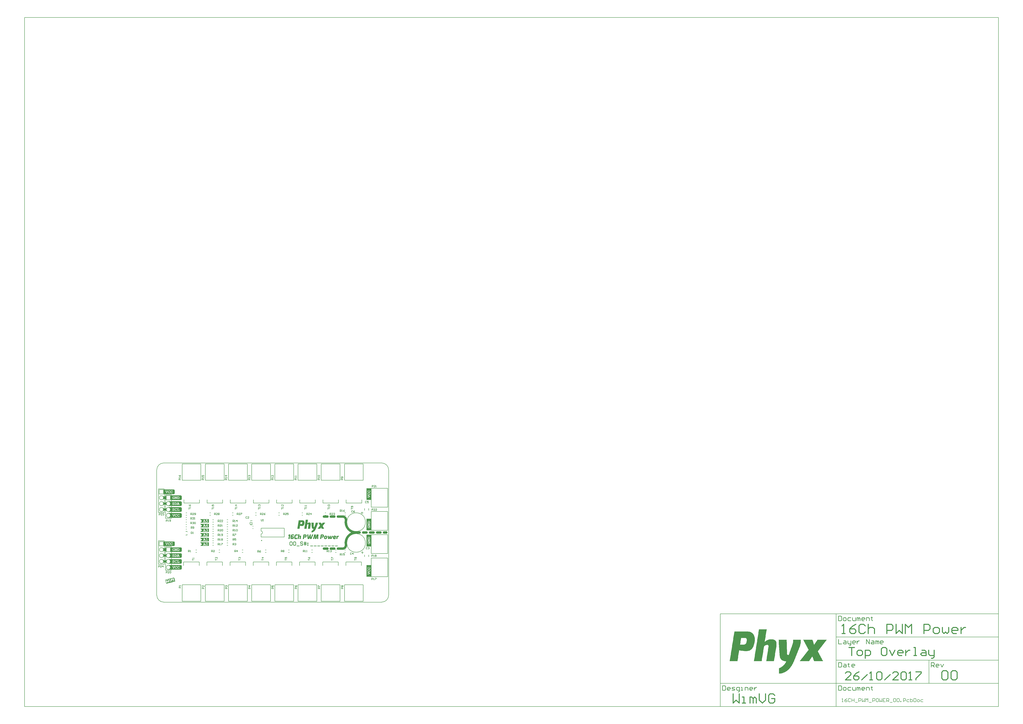
<source format=gto>
G04 Layer_Color=65535*
%FSLAX25Y25*%
%MOIN*%
G70*
G01*
G75*
%ADD11C,0.00787*%
%ADD13C,0.01575*%
%ADD23C,0.00984*%
%ADD33C,0.03937*%
%ADD34C,0.00591*%
%ADD35C,0.01000*%
%ADD36R,0.01575X0.06693*%
%ADD37R,0.04724X0.02953*%
G36*
X29737Y190803D02*
X30291Y190249D01*
X30591Y189525D01*
Y189134D01*
Y185197D01*
Y184805D01*
X30291Y184082D01*
X29737Y183528D01*
X29014Y183228D01*
X28622D01*
Y191102D01*
X29014D01*
X29737Y190803D01*
D02*
G37*
G36*
X28622Y183228D02*
X12874D01*
Y191102D01*
X28622D01*
Y183228D01*
D02*
G37*
G36*
X15846Y174114D02*
X15628Y174333D01*
Y174333D01*
X15438Y174505D01*
X15012Y174790D01*
X14538Y174986D01*
X14036Y175086D01*
X13780Y175098D01*
X11031D01*
X10966Y175111D01*
X10905Y175137D01*
X10850Y175173D01*
X10827Y175197D01*
X10971Y175341D01*
X10971D01*
X11049Y175427D01*
X11179Y175621D01*
X11268Y175836D01*
X11313Y176065D01*
X11319Y176181D01*
Y178150D01*
X11249Y178220D01*
X11138Y178385D01*
X11062Y178568D01*
X11024Y178763D01*
Y178863D01*
Y179429D01*
X14519D01*
X14717Y179439D01*
X15104Y179516D01*
X15470Y179667D01*
X15798Y179887D01*
X15945Y180020D01*
X15846Y174114D01*
D02*
G37*
G36*
X364173Y173425D02*
X356299D01*
Y193110D01*
X364173D01*
Y173425D01*
D02*
G37*
G36*
X40433Y181102D02*
X40825D01*
X41548Y180803D01*
X42102Y180249D01*
X42402Y179525D01*
Y179134D01*
Y175197D01*
Y174805D01*
X42102Y174082D01*
X41548Y173528D01*
X40825Y173228D01*
X24685D01*
Y181102D01*
X40433D01*
Y181102D01*
D02*
G37*
G36*
X23228Y168898D02*
X22835D01*
X21654Y170079D01*
Y170709D01*
X23228D01*
Y168898D01*
D02*
G37*
G36*
Y163622D02*
X21654D01*
Y164252D01*
X22835Y165433D01*
X23228D01*
Y163622D01*
D02*
G37*
G36*
X40433Y171102D02*
X40825D01*
X41548Y170803D01*
X42102Y170249D01*
X42402Y169525D01*
Y169134D01*
Y165197D01*
Y164805D01*
X42102Y164082D01*
X41548Y163528D01*
X40825Y163228D01*
X24685D01*
Y171102D01*
X40433D01*
Y171102D01*
D02*
G37*
G36*
X23228Y158898D02*
X22835D01*
X21654Y160079D01*
Y160709D01*
X23228D01*
Y158898D01*
D02*
G37*
G36*
Y153622D02*
X21654D01*
Y154252D01*
X22835Y155433D01*
X23228D01*
Y153622D01*
D02*
G37*
G36*
X40433Y161102D02*
X40825D01*
X41548Y160803D01*
X42102Y160249D01*
X42402Y159525D01*
Y159134D01*
Y155197D01*
Y154805D01*
X42102Y154082D01*
X41548Y153528D01*
X40825Y153228D01*
X24685D01*
Y161102D01*
X40433D01*
Y161102D01*
D02*
G37*
G36*
X23228Y148898D02*
X22835D01*
X21654Y150079D01*
Y150709D01*
X23228D01*
Y148898D01*
D02*
G37*
G36*
Y143622D02*
X21654D01*
Y144252D01*
X22835Y145433D01*
X23228D01*
Y143622D01*
D02*
G37*
G36*
X40433Y151102D02*
X40825D01*
X41548Y150803D01*
X42102Y150249D01*
X42402Y149525D01*
Y149134D01*
Y145197D01*
Y144805D01*
X42102Y144082D01*
X41548Y143528D01*
X40825Y143228D01*
X24685D01*
Y151102D01*
X40433D01*
Y151102D01*
D02*
G37*
G36*
X88583Y134843D02*
X76772D01*
X76772Y134843D01*
X73819D01*
X76772Y137795D01*
X73819Y140748D01*
X76772D01*
Y140748D01*
X88583D01*
Y134843D01*
D02*
G37*
G36*
X286121Y134789D02*
X286038D01*
Y134707D01*
X285956D01*
Y134625D01*
Y134542D01*
X285873D01*
Y134459D01*
X285791D01*
Y134377D01*
X285708D01*
Y134295D01*
Y134212D01*
X285626D01*
Y134130D01*
X285543D01*
Y134047D01*
X285461D01*
Y133965D01*
X285379D01*
Y133882D01*
Y133800D01*
X285296D01*
Y133717D01*
X285213D01*
Y133635D01*
X285131D01*
Y133552D01*
Y133470D01*
X285049D01*
Y133387D01*
X284966D01*
Y133305D01*
X284884D01*
Y133222D01*
X284801D01*
Y133140D01*
Y133057D01*
X284719D01*
Y132975D01*
X284636D01*
Y132892D01*
X284554D01*
Y132810D01*
Y132727D01*
X284471D01*
Y132645D01*
X284389D01*
Y132562D01*
X284306D01*
Y132480D01*
Y132397D01*
X284224D01*
Y132315D01*
X284141D01*
Y132233D01*
X284059D01*
Y132150D01*
X283976D01*
Y132068D01*
Y131985D01*
X283894D01*
Y131903D01*
X283811D01*
Y131820D01*
X283729D01*
Y131738D01*
Y131655D01*
X283646D01*
Y131573D01*
X283564D01*
Y131490D01*
X283482D01*
Y131408D01*
Y131325D01*
X283399D01*
Y131243D01*
X283316D01*
Y131160D01*
X283234D01*
Y131078D01*
X283152D01*
Y130995D01*
Y130913D01*
X283069D01*
Y130830D01*
X282987D01*
Y130748D01*
X282904D01*
Y130665D01*
Y130583D01*
X282822D01*
Y130500D01*
X282739D01*
Y130418D01*
X282657D01*
Y130335D01*
Y130253D01*
X282574D01*
Y130171D01*
X282492D01*
Y130088D01*
X282409D01*
Y130006D01*
X282327D01*
Y129923D01*
Y129841D01*
X282244D01*
Y129758D01*
X282162D01*
Y129676D01*
X282079D01*
Y129593D01*
Y129511D01*
X281997D01*
Y129428D01*
X281914D01*
Y129346D01*
X281832D01*
Y129263D01*
X281749D01*
Y129181D01*
Y129098D01*
X281832D01*
Y129016D01*
Y128933D01*
X281914D01*
Y128851D01*
Y128768D01*
X281997D01*
Y128686D01*
X282079D01*
Y128603D01*
Y128521D01*
X282162D01*
Y128438D01*
Y128356D01*
X282244D01*
Y128273D01*
Y128191D01*
X282327D01*
Y128109D01*
Y128026D01*
X282409D01*
Y127944D01*
Y127861D01*
X282492D01*
Y127779D01*
Y127696D01*
X282574D01*
Y127614D01*
Y127531D01*
X282657D01*
Y127449D01*
Y127366D01*
X282739D01*
Y127284D01*
X282822D01*
Y127201D01*
Y127119D01*
X282904D01*
Y127036D01*
Y126954D01*
X282987D01*
Y126871D01*
Y126789D01*
X283069D01*
Y126706D01*
Y126624D01*
X283152D01*
Y126541D01*
Y126459D01*
X283234D01*
Y126376D01*
Y126294D01*
X283316D01*
Y126212D01*
Y126129D01*
X283399D01*
Y126047D01*
X283482D01*
Y125964D01*
Y125882D01*
X283564D01*
Y125799D01*
Y125717D01*
X283646D01*
Y125634D01*
Y125552D01*
X283729D01*
Y125469D01*
Y125387D01*
X283811D01*
Y125304D01*
Y125222D01*
X283894D01*
Y125139D01*
Y125057D01*
X283976D01*
Y124974D01*
Y124892D01*
X284059D01*
Y124809D01*
X284141D01*
Y124727D01*
Y124644D01*
X284224D01*
Y124562D01*
Y124479D01*
X284306D01*
Y124397D01*
X279935D01*
Y124479D01*
X279852D01*
Y124562D01*
Y124644D01*
Y124727D01*
X279770D01*
Y124809D01*
Y124892D01*
Y124974D01*
X279687D01*
Y125057D01*
Y125139D01*
X279605D01*
Y125222D01*
Y125304D01*
Y125387D01*
X279522D01*
Y125469D01*
Y125552D01*
Y125634D01*
X279440D01*
Y125717D01*
Y125799D01*
X279358D01*
Y125882D01*
Y125964D01*
Y126047D01*
X279275D01*
Y126129D01*
Y126212D01*
Y126294D01*
X279192D01*
Y126376D01*
Y126459D01*
Y126541D01*
X279110D01*
Y126624D01*
X278945D01*
Y126541D01*
Y126459D01*
X278863D01*
Y126376D01*
X278780D01*
Y126294D01*
Y126212D01*
X278698D01*
Y126129D01*
X278615D01*
Y126047D01*
Y125964D01*
X278533D01*
Y125882D01*
X278450D01*
Y125799D01*
Y125717D01*
X278368D01*
Y125634D01*
X278285D01*
Y125552D01*
X278203D01*
Y125469D01*
Y125387D01*
X278120D01*
Y125304D01*
X278038D01*
Y125222D01*
Y125139D01*
X277955D01*
Y125057D01*
X277873D01*
Y124974D01*
Y124892D01*
X277790D01*
Y124809D01*
X277708D01*
Y124727D01*
Y124644D01*
X277625D01*
Y124562D01*
X277543D01*
Y124479D01*
Y124397D01*
X272924D01*
Y124479D01*
X273007D01*
Y124562D01*
X273089D01*
Y124644D01*
X273171D01*
Y124727D01*
X273254D01*
Y124809D01*
Y124892D01*
X273336D01*
Y124974D01*
X273419D01*
Y125057D01*
X273501D01*
Y125139D01*
X273584D01*
Y125222D01*
Y125304D01*
X273666D01*
Y125387D01*
X273749D01*
Y125469D01*
X273831D01*
Y125552D01*
Y125634D01*
X273914D01*
Y125717D01*
X273996D01*
Y125799D01*
X274079D01*
Y125882D01*
X274161D01*
Y125964D01*
Y126047D01*
X274244D01*
Y126129D01*
X274326D01*
Y126212D01*
X274409D01*
Y126294D01*
X274491D01*
Y126376D01*
Y126459D01*
X274574D01*
Y126541D01*
X274656D01*
Y126624D01*
X274739D01*
Y126706D01*
Y126789D01*
X274821D01*
Y126871D01*
X274903D01*
Y126954D01*
X274986D01*
Y127036D01*
X275068D01*
Y127119D01*
Y127201D01*
X275151D01*
Y127284D01*
X275234D01*
Y127366D01*
X275316D01*
Y127449D01*
Y127531D01*
X275398D01*
Y127614D01*
X275481D01*
Y127696D01*
X275563D01*
Y127779D01*
X275646D01*
Y127861D01*
Y127944D01*
X275728D01*
Y128026D01*
X275811D01*
Y128109D01*
X275893D01*
Y128191D01*
Y128273D01*
X275976D01*
Y128356D01*
X276058D01*
Y128438D01*
X276141D01*
Y128521D01*
X276223D01*
Y128603D01*
Y128686D01*
X276306D01*
Y128768D01*
X276388D01*
Y128851D01*
X276471D01*
Y128933D01*
X276553D01*
Y129016D01*
Y129098D01*
X276636D01*
Y129181D01*
X276718D01*
Y129263D01*
X276801D01*
Y129346D01*
Y129428D01*
X276883D01*
Y129511D01*
X276966D01*
Y129593D01*
X277048D01*
Y129676D01*
X277131D01*
Y129758D01*
Y129841D01*
X277213D01*
Y129923D01*
Y130006D01*
Y130088D01*
X277131D01*
Y130171D01*
X277048D01*
Y130253D01*
Y130335D01*
X276966D01*
Y130418D01*
Y130500D01*
X276883D01*
Y130583D01*
Y130665D01*
X276801D01*
Y130748D01*
Y130830D01*
X276718D01*
Y130913D01*
Y130995D01*
X276636D01*
Y131078D01*
Y131160D01*
X276553D01*
Y131243D01*
X276471D01*
Y131325D01*
Y131408D01*
X276388D01*
Y131490D01*
Y131573D01*
X276306D01*
Y131655D01*
Y131738D01*
X276223D01*
Y131820D01*
Y131903D01*
X276141D01*
Y131985D01*
Y132068D01*
X276058D01*
Y132150D01*
Y132233D01*
X275976D01*
Y132315D01*
X275893D01*
Y132397D01*
Y132480D01*
X275811D01*
Y132562D01*
Y132645D01*
X275728D01*
Y132727D01*
Y132810D01*
X275646D01*
Y132892D01*
Y132975D01*
X275563D01*
Y133057D01*
Y133140D01*
X275481D01*
Y133222D01*
Y133305D01*
X275398D01*
Y133387D01*
Y133470D01*
X275316D01*
Y133552D01*
X275234D01*
Y133635D01*
Y133717D01*
X275151D01*
Y133800D01*
Y133882D01*
X275068D01*
Y133965D01*
Y134047D01*
X274986D01*
Y134130D01*
Y134212D01*
X274903D01*
Y134295D01*
Y134377D01*
X274821D01*
Y134459D01*
Y134542D01*
X274739D01*
Y134625D01*
X274656D01*
Y134707D01*
Y134789D01*
X274574D01*
Y134872D01*
X279110D01*
Y134789D01*
X279192D01*
Y134707D01*
Y134625D01*
Y134542D01*
X279275D01*
Y134459D01*
Y134377D01*
Y134295D01*
X279358D01*
Y134212D01*
Y134130D01*
Y134047D01*
X279440D01*
Y133965D01*
Y133882D01*
Y133800D01*
X279522D01*
Y133717D01*
Y133635D01*
Y133552D01*
X279605D01*
Y133470D01*
Y133387D01*
Y133305D01*
X279687D01*
Y133222D01*
Y133140D01*
Y133057D01*
X279770D01*
Y132975D01*
Y132892D01*
Y132810D01*
X279852D01*
Y132727D01*
Y132645D01*
Y132562D01*
Y132480D01*
X280017D01*
Y132562D01*
X280100D01*
Y132645D01*
X280182D01*
Y132727D01*
Y132810D01*
X280265D01*
Y132892D01*
X280347D01*
Y132975D01*
Y133057D01*
X280430D01*
Y133140D01*
X280512D01*
Y133222D01*
Y133305D01*
X280595D01*
Y133387D01*
X280677D01*
Y133470D01*
Y133552D01*
X280760D01*
Y133635D01*
X280842D01*
Y133717D01*
Y133800D01*
X280925D01*
Y133882D01*
X281007D01*
Y133965D01*
Y134047D01*
X281090D01*
Y134130D01*
X281172D01*
Y134212D01*
Y134295D01*
X281255D01*
Y134377D01*
X281337D01*
Y134459D01*
Y134542D01*
X281419D01*
Y134625D01*
X281502D01*
Y134707D01*
Y134789D01*
X281584D01*
Y134872D01*
X286121D01*
Y134789D01*
D02*
G37*
G36*
X247767Y138831D02*
X248262D01*
Y138749D01*
X248510D01*
Y138666D01*
X248757D01*
Y138584D01*
X249005D01*
Y138501D01*
X249170D01*
Y138419D01*
X249252D01*
Y138336D01*
X249417D01*
Y138254D01*
X249500D01*
Y138171D01*
X249665D01*
Y138089D01*
X249747D01*
Y138006D01*
X249830D01*
Y137924D01*
X249912D01*
Y137841D01*
X249994D01*
Y137759D01*
X250077D01*
Y137676D01*
X250160D01*
Y137594D01*
Y137511D01*
X250242D01*
Y137429D01*
X250325D01*
Y137346D01*
Y137264D01*
X250407D01*
Y137181D01*
X250489D01*
Y137099D01*
Y137016D01*
X250572D01*
Y136934D01*
Y136851D01*
Y136769D01*
X250654D01*
Y136687D01*
Y136604D01*
Y136522D01*
X250737D01*
Y136439D01*
Y136357D01*
Y136274D01*
Y136192D01*
X250819D01*
Y136109D01*
Y136027D01*
Y135944D01*
Y135862D01*
Y135779D01*
X250902D01*
Y135697D01*
Y135614D01*
Y135532D01*
Y135449D01*
Y135367D01*
Y135284D01*
Y135202D01*
Y135119D01*
Y135037D01*
Y134954D01*
Y134872D01*
Y134789D01*
Y134707D01*
Y134625D01*
Y134542D01*
Y134459D01*
Y134377D01*
Y134295D01*
Y134212D01*
Y134130D01*
X250819D01*
Y134047D01*
Y133965D01*
Y133882D01*
Y133800D01*
Y133717D01*
Y133635D01*
Y133552D01*
X250737D01*
Y133470D01*
Y133387D01*
Y133305D01*
Y133222D01*
Y133140D01*
X250654D01*
Y133057D01*
Y132975D01*
Y132892D01*
Y132810D01*
Y132727D01*
X250572D01*
Y132645D01*
Y132562D01*
Y132480D01*
X250489D01*
Y132397D01*
Y132315D01*
Y132233D01*
Y132150D01*
X250407D01*
Y132068D01*
Y131985D01*
Y131903D01*
X250325D01*
Y131820D01*
Y131738D01*
X250242D01*
Y131655D01*
Y131573D01*
Y131490D01*
X250160D01*
Y131408D01*
Y131325D01*
X250077D01*
Y131243D01*
Y131160D01*
X249994D01*
Y131078D01*
Y130995D01*
X249912D01*
Y130913D01*
X249830D01*
Y130830D01*
Y130748D01*
X249747D01*
Y130665D01*
X249665D01*
Y130583D01*
X249582D01*
Y130500D01*
Y130418D01*
X249500D01*
Y130335D01*
X249417D01*
Y130253D01*
X249335D01*
Y130171D01*
X249252D01*
Y130088D01*
X249170D01*
Y130006D01*
X249005D01*
Y129923D01*
X248922D01*
Y129841D01*
X248757D01*
Y129758D01*
X248675D01*
Y129676D01*
X248510D01*
Y129593D01*
X248262D01*
Y129511D01*
X248015D01*
Y129428D01*
X247767D01*
Y129346D01*
X247273D01*
Y129263D01*
X245788D01*
Y129346D01*
X245046D01*
Y129428D01*
X244468D01*
Y129511D01*
X244056D01*
Y129593D01*
X243643D01*
Y129676D01*
X243231D01*
Y129593D01*
Y129511D01*
Y129428D01*
Y129346D01*
Y129263D01*
Y129181D01*
Y129098D01*
X243149D01*
Y129016D01*
Y128933D01*
Y128851D01*
Y128768D01*
Y128686D01*
Y128603D01*
X243066D01*
Y128521D01*
Y128438D01*
Y128356D01*
Y128273D01*
Y128191D01*
Y128109D01*
X242984D01*
Y128026D01*
Y127944D01*
Y127861D01*
Y127779D01*
Y127696D01*
Y127614D01*
Y127531D01*
X242901D01*
Y127449D01*
Y127366D01*
Y127284D01*
Y127201D01*
Y127119D01*
Y127036D01*
X242819D01*
Y126954D01*
Y126871D01*
Y126789D01*
Y126706D01*
Y126624D01*
Y126541D01*
X242736D01*
Y126459D01*
Y126376D01*
Y126294D01*
Y126212D01*
Y126129D01*
Y126047D01*
Y125964D01*
X242654D01*
Y125882D01*
Y125799D01*
Y125717D01*
Y125634D01*
Y125552D01*
Y125469D01*
X242571D01*
Y125387D01*
Y125304D01*
Y125222D01*
Y125139D01*
Y125057D01*
Y124974D01*
X242489D01*
Y124892D01*
Y124809D01*
Y124727D01*
Y124644D01*
Y124562D01*
Y124479D01*
Y124397D01*
X238612D01*
Y124479D01*
X238695D01*
Y124562D01*
Y124644D01*
Y124727D01*
Y124809D01*
Y124892D01*
X238777D01*
Y124974D01*
Y125057D01*
Y125139D01*
Y125222D01*
Y125304D01*
Y125387D01*
Y125469D01*
X238860D01*
Y125552D01*
Y125634D01*
Y125717D01*
Y125799D01*
Y125882D01*
Y125964D01*
X238942D01*
Y126047D01*
Y126129D01*
Y126212D01*
Y126294D01*
Y126376D01*
Y126459D01*
X239025D01*
Y126541D01*
Y126624D01*
Y126706D01*
Y126789D01*
Y126871D01*
Y126954D01*
Y127036D01*
X239107D01*
Y127119D01*
Y127201D01*
Y127284D01*
Y127366D01*
Y127449D01*
Y127531D01*
X239190D01*
Y127614D01*
Y127696D01*
Y127779D01*
Y127861D01*
Y127944D01*
Y128026D01*
X239272D01*
Y128109D01*
Y128191D01*
Y128273D01*
Y128356D01*
Y128438D01*
Y128521D01*
X239355D01*
Y128603D01*
Y128686D01*
Y128768D01*
Y128851D01*
Y128933D01*
Y129016D01*
Y129098D01*
X239437D01*
Y129181D01*
Y129263D01*
Y129346D01*
Y129428D01*
Y129511D01*
Y129593D01*
X239520D01*
Y129676D01*
Y129758D01*
Y129841D01*
Y129923D01*
Y130006D01*
Y130088D01*
X239602D01*
Y130171D01*
Y130253D01*
Y130335D01*
Y130418D01*
Y130500D01*
Y130583D01*
X239685D01*
Y130665D01*
Y130748D01*
Y130830D01*
Y130913D01*
Y130995D01*
Y131078D01*
Y131160D01*
X239767D01*
Y131243D01*
Y131325D01*
Y131408D01*
Y131490D01*
Y131573D01*
Y131655D01*
X239849D01*
Y131738D01*
Y131820D01*
Y131903D01*
Y131985D01*
Y132068D01*
Y132150D01*
X239932D01*
Y132233D01*
Y132315D01*
Y132397D01*
Y132480D01*
Y132562D01*
Y132645D01*
Y132727D01*
X240014D01*
Y132810D01*
Y132892D01*
Y132975D01*
Y133057D01*
Y133140D01*
Y133222D01*
X240097D01*
Y133305D01*
Y133387D01*
Y133470D01*
Y133552D01*
Y133635D01*
Y133717D01*
X240179D01*
Y133800D01*
Y133882D01*
Y133965D01*
Y134047D01*
Y134130D01*
Y134212D01*
X240262D01*
Y134295D01*
Y134377D01*
Y134459D01*
Y134542D01*
Y134625D01*
Y134707D01*
Y134789D01*
X240344D01*
Y134872D01*
Y134954D01*
Y135037D01*
Y135119D01*
Y135202D01*
Y135284D01*
X240427D01*
Y135367D01*
Y135449D01*
Y135532D01*
Y135614D01*
Y135697D01*
Y135779D01*
X240509D01*
Y135862D01*
Y135944D01*
Y136027D01*
Y136109D01*
Y136192D01*
Y136274D01*
Y136357D01*
X240592D01*
Y136439D01*
Y136522D01*
Y136604D01*
Y136687D01*
Y136769D01*
Y136851D01*
X240674D01*
Y136934D01*
Y137016D01*
Y137099D01*
Y137181D01*
Y137264D01*
Y137346D01*
X240757D01*
Y137429D01*
Y137511D01*
Y137594D01*
Y137676D01*
Y137759D01*
Y137841D01*
Y137924D01*
X240839D01*
Y138006D01*
Y138089D01*
Y138171D01*
Y138254D01*
Y138336D01*
Y138419D01*
X240922D01*
Y138501D01*
Y138584D01*
Y138666D01*
Y138749D01*
Y138831D01*
Y138914D01*
X247767D01*
Y138831D01*
D02*
G37*
G36*
X273419Y134789D02*
Y134707D01*
Y134625D01*
Y134542D01*
Y134459D01*
Y134377D01*
Y134295D01*
Y134212D01*
Y134130D01*
Y134047D01*
Y133965D01*
Y133882D01*
Y133800D01*
Y133717D01*
Y133635D01*
Y133552D01*
Y133470D01*
Y133387D01*
Y133305D01*
Y133222D01*
Y133140D01*
X273336D01*
Y133057D01*
Y132975D01*
Y132892D01*
Y132810D01*
Y132727D01*
X273254D01*
Y132645D01*
Y132562D01*
Y132480D01*
Y132397D01*
X273171D01*
Y132315D01*
Y132233D01*
Y132150D01*
Y132068D01*
X273089D01*
Y131985D01*
Y131903D01*
Y131820D01*
X273007D01*
Y131738D01*
Y131655D01*
Y131573D01*
X272924D01*
Y131490D01*
Y131408D01*
Y131325D01*
X272842D01*
Y131243D01*
Y131160D01*
Y131078D01*
X272759D01*
Y130995D01*
Y130913D01*
X272677D01*
Y130830D01*
Y130748D01*
X272594D01*
Y130665D01*
Y130583D01*
Y130500D01*
X272512D01*
Y130418D01*
Y130335D01*
X272429D01*
Y130253D01*
Y130171D01*
Y130088D01*
X272347D01*
Y130006D01*
Y129923D01*
X272264D01*
Y129841D01*
Y129758D01*
Y129676D01*
X272182D01*
Y129593D01*
Y129511D01*
X272099D01*
Y129428D01*
Y129346D01*
Y129263D01*
X272017D01*
Y129181D01*
Y129098D01*
X271934D01*
Y129016D01*
Y128933D01*
Y128851D01*
X271852D01*
Y128768D01*
Y128686D01*
X271769D01*
Y128603D01*
Y128521D01*
Y128438D01*
X271687D01*
Y128356D01*
Y128273D01*
X271604D01*
Y128191D01*
Y128109D01*
Y128026D01*
X271522D01*
Y127944D01*
Y127861D01*
X271439D01*
Y127779D01*
Y127696D01*
Y127614D01*
X271357D01*
Y127531D01*
Y127449D01*
X271274D01*
Y127366D01*
Y127284D01*
Y127201D01*
X271192D01*
Y127119D01*
Y127036D01*
X271110D01*
Y126954D01*
Y126871D01*
Y126789D01*
X271027D01*
Y126706D01*
Y126624D01*
X270944D01*
Y126541D01*
Y126459D01*
Y126376D01*
X270862D01*
Y126294D01*
Y126212D01*
X270779D01*
Y126129D01*
Y126047D01*
Y125964D01*
X270697D01*
Y125882D01*
Y125799D01*
X270615D01*
Y125717D01*
Y125634D01*
Y125552D01*
X270532D01*
Y125469D01*
Y125387D01*
X270450D01*
Y125304D01*
Y125222D01*
Y125139D01*
X270367D01*
Y125057D01*
Y124974D01*
X270285D01*
Y124892D01*
Y124809D01*
Y124727D01*
X270202D01*
Y124644D01*
Y124562D01*
X270120D01*
Y124479D01*
Y124397D01*
Y124314D01*
X270037D01*
Y124232D01*
Y124150D01*
X269955D01*
Y124067D01*
Y123985D01*
X269872D01*
Y123902D01*
Y123820D01*
X269790D01*
Y123737D01*
Y123655D01*
Y123572D01*
X269707D01*
Y123490D01*
X269625D01*
Y123407D01*
Y123325D01*
Y123242D01*
X269542D01*
Y123160D01*
X269460D01*
Y123077D01*
Y122995D01*
X269377D01*
Y122912D01*
Y122830D01*
X269295D01*
Y122747D01*
Y122665D01*
X269212D01*
Y122582D01*
Y122500D01*
X269130D01*
Y122417D01*
X269047D01*
Y122335D01*
Y122253D01*
X268965D01*
Y122170D01*
Y122088D01*
X268882D01*
Y122005D01*
X268800D01*
Y121923D01*
X268718D01*
Y121840D01*
Y121758D01*
X268635D01*
Y121675D01*
X268553D01*
Y121593D01*
Y121510D01*
X268470D01*
Y121428D01*
X268388D01*
Y121345D01*
X268305D01*
Y121263D01*
Y121180D01*
X268223D01*
Y121098D01*
X268140D01*
Y121015D01*
X268058D01*
Y120933D01*
X267975D01*
Y120850D01*
X267893D01*
Y120768D01*
Y120685D01*
X267810D01*
Y120603D01*
X267728D01*
Y120520D01*
X267645D01*
Y120438D01*
X267563D01*
Y120355D01*
X267480D01*
Y120273D01*
X267398D01*
Y120191D01*
X267315D01*
Y120108D01*
X267150D01*
Y120026D01*
X267068D01*
Y119943D01*
X266986D01*
Y119860D01*
X266903D01*
Y119778D01*
X266821D01*
Y119696D01*
X266655D01*
Y119613D01*
X266573D01*
Y119531D01*
X266408D01*
Y119448D01*
X266326D01*
Y119366D01*
X266161D01*
Y119283D01*
X266078D01*
Y119201D01*
X265913D01*
Y119118D01*
X265748D01*
Y119036D01*
X265583D01*
Y118953D01*
X265418D01*
Y118871D01*
X265253D01*
Y118788D01*
X265006D01*
Y118706D01*
X264841D01*
Y118623D01*
X264594D01*
Y118541D01*
X264264D01*
Y118458D01*
X263934D01*
Y118376D01*
X263439D01*
Y118293D01*
X262861D01*
Y118211D01*
X262779D01*
Y118293D01*
Y118376D01*
Y118458D01*
Y118541D01*
Y118623D01*
Y118706D01*
Y118788D01*
Y118871D01*
Y118953D01*
Y119036D01*
Y119118D01*
Y119201D01*
Y119283D01*
Y119366D01*
Y119448D01*
Y119531D01*
Y119613D01*
Y119696D01*
Y119778D01*
Y119860D01*
Y119943D01*
Y120026D01*
Y120108D01*
Y120191D01*
Y120273D01*
Y120355D01*
Y120438D01*
Y120520D01*
Y120603D01*
Y120685D01*
Y120768D01*
Y120850D01*
Y120933D01*
X262944D01*
Y121015D01*
X263109D01*
Y121098D01*
X263274D01*
Y121180D01*
X263439D01*
Y121263D01*
X263604D01*
Y121345D01*
X263769D01*
Y121428D01*
X263851D01*
Y121510D01*
X264016D01*
Y121593D01*
X264099D01*
Y121675D01*
X264264D01*
Y121758D01*
X264346D01*
Y121840D01*
X264429D01*
Y121923D01*
X264594D01*
Y122005D01*
X264676D01*
Y122088D01*
X264758D01*
Y122170D01*
X264841D01*
Y122253D01*
X264923D01*
Y122335D01*
X265006D01*
Y122417D01*
X265088D01*
Y122500D01*
X265171D01*
Y122582D01*
X265253D01*
Y122665D01*
X265336D01*
Y122747D01*
X265418D01*
Y122830D01*
X265501D01*
Y122912D01*
Y122995D01*
X265583D01*
Y123077D01*
X265666D01*
Y123160D01*
X265748D01*
Y123242D01*
Y123325D01*
X265831D01*
Y123407D01*
X265913D01*
Y123490D01*
Y123572D01*
X265996D01*
Y123655D01*
Y123737D01*
X266078D01*
Y123820D01*
X266161D01*
Y123902D01*
Y123985D01*
X266243D01*
Y124067D01*
Y124150D01*
X266326D01*
Y124232D01*
Y124314D01*
X265831D01*
Y124397D01*
X265253D01*
Y124479D01*
X264923D01*
Y124562D01*
X264758D01*
Y124644D01*
X264511D01*
Y124727D01*
X264346D01*
Y124809D01*
X264264D01*
Y124892D01*
X264099D01*
Y124974D01*
X264016D01*
Y125057D01*
X263934D01*
Y125139D01*
X263851D01*
Y125222D01*
X263769D01*
Y125304D01*
X263686D01*
Y125387D01*
Y125469D01*
X263604D01*
Y125552D01*
X263521D01*
Y125634D01*
Y125717D01*
X263439D01*
Y125799D01*
Y125882D01*
X263356D01*
Y125964D01*
Y126047D01*
X263274D01*
Y126129D01*
Y126212D01*
Y126294D01*
X263191D01*
Y126376D01*
Y126459D01*
Y126541D01*
Y126624D01*
X263109D01*
Y126706D01*
Y126789D01*
Y126871D01*
Y126954D01*
Y127036D01*
Y127119D01*
Y127201D01*
X263026D01*
Y127284D01*
Y127366D01*
Y127449D01*
Y127531D01*
Y127614D01*
Y127696D01*
Y127779D01*
Y127861D01*
Y127944D01*
Y128026D01*
Y128109D01*
Y128191D01*
Y128273D01*
Y128356D01*
Y128438D01*
X262944D01*
Y128521D01*
Y128603D01*
Y128686D01*
Y128768D01*
Y128851D01*
Y128933D01*
Y129016D01*
Y129098D01*
Y129181D01*
Y129263D01*
Y129346D01*
Y129428D01*
Y129511D01*
Y129593D01*
Y129676D01*
X262861D01*
Y129758D01*
Y129841D01*
Y129923D01*
Y130006D01*
Y130088D01*
Y130171D01*
Y130253D01*
Y130335D01*
Y130418D01*
Y130500D01*
Y130583D01*
Y130665D01*
Y130748D01*
Y130830D01*
Y130913D01*
Y130995D01*
X262779D01*
Y131078D01*
Y131160D01*
Y131243D01*
Y131325D01*
Y131408D01*
Y131490D01*
Y131573D01*
Y131655D01*
Y131738D01*
Y131820D01*
Y131903D01*
Y131985D01*
Y132068D01*
Y132150D01*
Y132233D01*
Y132315D01*
X262697D01*
Y132397D01*
Y132480D01*
Y132562D01*
Y132645D01*
Y132727D01*
Y132810D01*
Y132892D01*
Y132975D01*
Y133057D01*
Y133140D01*
Y133222D01*
Y133305D01*
Y133387D01*
Y133470D01*
X262614D01*
Y133552D01*
Y133635D01*
Y133717D01*
Y133800D01*
Y133882D01*
Y133965D01*
Y134047D01*
Y134130D01*
Y134212D01*
Y134295D01*
Y134377D01*
Y134459D01*
Y134542D01*
Y134625D01*
Y134707D01*
Y134789D01*
X262531D01*
Y134872D01*
X266491D01*
Y134789D01*
Y134707D01*
Y134625D01*
Y134542D01*
Y134459D01*
Y134377D01*
Y134295D01*
Y134212D01*
Y134130D01*
Y134047D01*
Y133965D01*
Y133882D01*
Y133800D01*
Y133717D01*
X266573D01*
Y133635D01*
Y133552D01*
Y133470D01*
Y133387D01*
Y133305D01*
Y133222D01*
Y133140D01*
Y133057D01*
Y132975D01*
Y132892D01*
Y132810D01*
Y132727D01*
Y132645D01*
Y132562D01*
Y132480D01*
Y132397D01*
Y132315D01*
Y132233D01*
Y132150D01*
Y132068D01*
Y131985D01*
Y131903D01*
Y131820D01*
Y131738D01*
Y131655D01*
Y131573D01*
Y131490D01*
Y131408D01*
Y131325D01*
Y131243D01*
Y131160D01*
Y131078D01*
Y130995D01*
Y130913D01*
Y130830D01*
Y130748D01*
Y130665D01*
Y130583D01*
Y130500D01*
Y130418D01*
Y130335D01*
X266655D01*
Y130253D01*
X266573D01*
Y130171D01*
Y130088D01*
X266655D01*
Y130006D01*
Y129923D01*
Y129841D01*
Y129758D01*
Y129676D01*
Y129593D01*
Y129511D01*
Y129428D01*
Y129346D01*
Y129263D01*
Y129181D01*
Y129098D01*
Y129016D01*
Y128933D01*
Y128851D01*
Y128768D01*
Y128686D01*
Y128603D01*
Y128521D01*
Y128438D01*
Y128356D01*
Y128273D01*
Y128191D01*
Y128109D01*
Y128026D01*
Y127944D01*
X266738D01*
Y127861D01*
Y127779D01*
Y127696D01*
X266821D01*
Y127614D01*
X266903D01*
Y127531D01*
X266986D01*
Y127449D01*
X267233D01*
Y127366D01*
X267480D01*
Y127449D01*
X267563D01*
Y127531D01*
Y127614D01*
Y127696D01*
X267645D01*
Y127779D01*
Y127861D01*
X267728D01*
Y127944D01*
Y128026D01*
Y128109D01*
X267810D01*
Y128191D01*
Y128273D01*
Y128356D01*
X267893D01*
Y128438D01*
Y128521D01*
Y128603D01*
X267975D01*
Y128686D01*
Y128768D01*
Y128851D01*
X268058D01*
Y128933D01*
Y129016D01*
X268140D01*
Y129098D01*
Y129181D01*
Y129263D01*
X268223D01*
Y129346D01*
Y129428D01*
Y129511D01*
X268305D01*
Y129593D01*
Y129676D01*
Y129758D01*
X268388D01*
Y129841D01*
Y129923D01*
X268470D01*
Y130006D01*
Y130088D01*
Y130171D01*
X268553D01*
Y130253D01*
Y130335D01*
Y130418D01*
X268635D01*
Y130500D01*
Y130583D01*
Y130665D01*
X268718D01*
Y130748D01*
Y130830D01*
X268800D01*
Y130913D01*
Y130995D01*
Y131078D01*
X268882D01*
Y131160D01*
Y131243D01*
Y131325D01*
X268965D01*
Y131408D01*
Y131490D01*
Y131573D01*
X269047D01*
Y131655D01*
Y131738D01*
X269130D01*
Y131820D01*
Y131903D01*
Y131985D01*
X269212D01*
Y132068D01*
Y132150D01*
Y132233D01*
X269295D01*
Y132315D01*
Y132397D01*
Y132480D01*
X269377D01*
Y132562D01*
Y132645D01*
Y132727D01*
Y132810D01*
X269460D01*
Y132892D01*
Y132975D01*
Y133057D01*
Y133140D01*
X269542D01*
Y133222D01*
Y133305D01*
Y133387D01*
Y133470D01*
Y133552D01*
X269625D01*
Y133635D01*
Y133717D01*
Y133800D01*
Y133882D01*
Y133965D01*
Y134047D01*
X269707D01*
Y134130D01*
Y134212D01*
Y134295D01*
Y134377D01*
Y134459D01*
Y134542D01*
Y134625D01*
Y134707D01*
Y134789D01*
Y134872D01*
X273419D01*
Y134789D01*
D02*
G37*
G36*
X88583Y126969D02*
X76772D01*
X76772Y126969D01*
X73819D01*
X76772Y129921D01*
X73819Y132874D01*
X76772D01*
Y132874D01*
X88583D01*
Y126969D01*
D02*
G37*
G36*
X256758Y139821D02*
Y139738D01*
X256675D01*
Y139656D01*
Y139573D01*
Y139491D01*
Y139408D01*
Y139326D01*
Y139243D01*
X256593D01*
Y139161D01*
Y139078D01*
Y138996D01*
Y138914D01*
Y138831D01*
Y138749D01*
X256510D01*
Y138666D01*
Y138584D01*
Y138501D01*
Y138419D01*
Y138336D01*
Y138254D01*
Y138171D01*
X256428D01*
Y138089D01*
Y138006D01*
Y137924D01*
Y137841D01*
Y137759D01*
Y137676D01*
X256346D01*
Y137594D01*
Y137511D01*
Y137429D01*
Y137346D01*
Y137264D01*
Y137181D01*
X256263D01*
Y137099D01*
Y137016D01*
Y136934D01*
Y136851D01*
Y136769D01*
Y136687D01*
Y136604D01*
X256181D01*
Y136522D01*
Y136439D01*
Y136357D01*
Y136274D01*
Y136192D01*
Y136109D01*
X256098D01*
Y136027D01*
Y135944D01*
Y135862D01*
Y135779D01*
Y135697D01*
Y135614D01*
X256016D01*
Y135532D01*
Y135449D01*
Y135367D01*
Y135284D01*
Y135202D01*
Y135119D01*
X255933D01*
Y135037D01*
Y134954D01*
Y134872D01*
Y134789D01*
Y134707D01*
Y134625D01*
Y134542D01*
X255851D01*
Y134459D01*
Y134377D01*
Y134295D01*
Y134212D01*
Y134130D01*
Y134047D01*
X255768D01*
Y133965D01*
Y133882D01*
X255933D01*
Y133965D01*
X256016D01*
Y134047D01*
X256098D01*
Y134130D01*
X256263D01*
Y134212D01*
X256346D01*
Y134295D01*
X256428D01*
Y134377D01*
X256593D01*
Y134459D01*
X256758D01*
Y134542D01*
X256840D01*
Y134625D01*
X257005D01*
Y134707D01*
X257253D01*
Y134789D01*
X257418D01*
Y134872D01*
X257665D01*
Y134954D01*
X258078D01*
Y135037D01*
X259892D01*
Y134954D01*
X260222D01*
Y134872D01*
X260470D01*
Y134789D01*
X260634D01*
Y134707D01*
X260717D01*
Y134625D01*
X260882D01*
Y134542D01*
X260964D01*
Y134459D01*
X261047D01*
Y134377D01*
X261129D01*
Y134295D01*
X261212D01*
Y134212D01*
Y134130D01*
X261294D01*
Y134047D01*
Y133965D01*
X261377D01*
Y133882D01*
Y133800D01*
Y133717D01*
X261459D01*
Y133635D01*
Y133552D01*
Y133470D01*
Y133387D01*
X261542D01*
Y133305D01*
Y133222D01*
Y133140D01*
Y133057D01*
Y132975D01*
Y132892D01*
Y132810D01*
Y132727D01*
Y132645D01*
Y132562D01*
Y132480D01*
Y132397D01*
Y132315D01*
Y132233D01*
Y132150D01*
Y132068D01*
Y131985D01*
Y131903D01*
X261459D01*
Y131820D01*
Y131738D01*
Y131655D01*
Y131573D01*
Y131490D01*
Y131408D01*
Y131325D01*
X261377D01*
Y131243D01*
Y131160D01*
Y131078D01*
Y130995D01*
Y130913D01*
Y130830D01*
Y130748D01*
X261294D01*
Y130665D01*
Y130583D01*
Y130500D01*
Y130418D01*
Y130335D01*
Y130253D01*
X261212D01*
Y130171D01*
Y130088D01*
Y130006D01*
Y129923D01*
Y129841D01*
Y129758D01*
X261129D01*
Y129676D01*
Y129593D01*
Y129511D01*
Y129428D01*
Y129346D01*
Y129263D01*
X261047D01*
Y129181D01*
Y129098D01*
Y129016D01*
Y128933D01*
Y128851D01*
Y128768D01*
Y128686D01*
X260964D01*
Y128603D01*
Y128521D01*
Y128438D01*
Y128356D01*
Y128273D01*
Y128191D01*
X260882D01*
Y128109D01*
Y128026D01*
Y127944D01*
Y127861D01*
Y127779D01*
Y127696D01*
X260799D01*
Y127614D01*
Y127531D01*
Y127449D01*
Y127366D01*
Y127284D01*
Y127201D01*
Y127119D01*
X260717D01*
Y127036D01*
Y126954D01*
Y126871D01*
Y126789D01*
Y126706D01*
Y126624D01*
X260634D01*
Y126541D01*
Y126459D01*
Y126376D01*
Y126294D01*
Y126212D01*
Y126129D01*
X260552D01*
Y126047D01*
Y125964D01*
Y125882D01*
Y125799D01*
Y125717D01*
Y125634D01*
X260470D01*
Y125552D01*
Y125469D01*
Y125387D01*
Y125304D01*
Y125222D01*
Y125139D01*
Y125057D01*
X260387D01*
Y124974D01*
Y124892D01*
Y124809D01*
Y124727D01*
Y124644D01*
Y124562D01*
X260304D01*
Y124479D01*
Y124397D01*
X256510D01*
Y124479D01*
Y124562D01*
X256593D01*
Y124644D01*
Y124727D01*
Y124809D01*
Y124892D01*
Y124974D01*
Y125057D01*
X256675D01*
Y125139D01*
Y125222D01*
Y125304D01*
Y125387D01*
Y125469D01*
Y125552D01*
Y125634D01*
X256758D01*
Y125717D01*
Y125799D01*
Y125882D01*
Y125964D01*
Y126047D01*
Y126129D01*
X256840D01*
Y126212D01*
Y126294D01*
Y126376D01*
Y126459D01*
Y126541D01*
Y126624D01*
X256923D01*
Y126706D01*
Y126789D01*
Y126871D01*
Y126954D01*
Y127036D01*
Y127119D01*
Y127201D01*
X257005D01*
Y127284D01*
Y127366D01*
Y127449D01*
Y127531D01*
Y127614D01*
Y127696D01*
X257088D01*
Y127779D01*
Y127861D01*
Y127944D01*
Y128026D01*
Y128109D01*
Y128191D01*
Y128273D01*
X257170D01*
Y128356D01*
Y128438D01*
Y128521D01*
Y128603D01*
Y128686D01*
Y128768D01*
X257253D01*
Y128851D01*
Y128933D01*
Y129016D01*
Y129098D01*
Y129181D01*
Y129263D01*
X257335D01*
Y129346D01*
Y129428D01*
Y129511D01*
Y129593D01*
Y129676D01*
Y129758D01*
X257418D01*
Y129841D01*
Y129923D01*
Y130006D01*
Y130088D01*
Y130171D01*
Y130253D01*
Y130335D01*
X257500D01*
Y130418D01*
Y130500D01*
Y130583D01*
Y130665D01*
Y130748D01*
Y130830D01*
X257583D01*
Y130913D01*
Y130995D01*
Y131078D01*
Y131160D01*
Y131243D01*
Y131325D01*
Y131408D01*
X257665D01*
Y131490D01*
Y131573D01*
Y131655D01*
Y131738D01*
Y131820D01*
Y131903D01*
X257583D01*
Y131985D01*
Y132068D01*
X257500D01*
Y132150D01*
X257418D01*
Y132233D01*
X257253D01*
Y132315D01*
X256758D01*
Y132233D01*
X256346D01*
Y132150D01*
X256098D01*
Y132068D01*
X255933D01*
Y131985D01*
X255851D01*
Y131903D01*
X255686D01*
Y131820D01*
X255603D01*
Y131738D01*
X255521D01*
Y131655D01*
Y131573D01*
X255438D01*
Y131490D01*
Y131408D01*
Y131325D01*
X255356D01*
Y131243D01*
Y131160D01*
Y131078D01*
Y130995D01*
Y130913D01*
Y130830D01*
X255273D01*
Y130748D01*
Y130665D01*
Y130583D01*
Y130500D01*
Y130418D01*
Y130335D01*
Y130253D01*
X255191D01*
Y130171D01*
Y130088D01*
Y130006D01*
Y129923D01*
Y129841D01*
Y129758D01*
X255108D01*
Y129676D01*
Y129593D01*
Y129511D01*
Y129428D01*
Y129346D01*
Y129263D01*
X255026D01*
Y129181D01*
Y129098D01*
Y129016D01*
Y128933D01*
Y128851D01*
Y128768D01*
X254943D01*
Y128686D01*
Y128603D01*
Y128521D01*
Y128438D01*
Y128356D01*
Y128273D01*
Y128191D01*
X254861D01*
Y128109D01*
Y128026D01*
Y127944D01*
Y127861D01*
Y127779D01*
Y127696D01*
X254778D01*
Y127614D01*
Y127531D01*
Y127449D01*
Y127366D01*
Y127284D01*
Y127201D01*
X254696D01*
Y127119D01*
Y127036D01*
Y126954D01*
Y126871D01*
Y126789D01*
Y126706D01*
Y126624D01*
X254613D01*
Y126541D01*
Y126459D01*
Y126376D01*
Y126294D01*
Y126212D01*
Y126129D01*
X254531D01*
Y126047D01*
Y125964D01*
Y125882D01*
Y125799D01*
Y125717D01*
Y125634D01*
X254449D01*
Y125552D01*
Y125469D01*
Y125387D01*
Y125304D01*
Y125222D01*
Y125139D01*
X254366D01*
Y125057D01*
Y124974D01*
Y124892D01*
Y124809D01*
Y124727D01*
Y124644D01*
Y124562D01*
X254283D01*
Y124479D01*
Y124397D01*
X250489D01*
Y124479D01*
Y124562D01*
X250572D01*
Y124644D01*
Y124727D01*
Y124809D01*
Y124892D01*
Y124974D01*
Y125057D01*
Y125139D01*
X250654D01*
Y125222D01*
Y125304D01*
Y125387D01*
Y125469D01*
Y125552D01*
Y125634D01*
X250737D01*
Y125717D01*
Y125799D01*
Y125882D01*
Y125964D01*
Y126047D01*
Y126129D01*
X250819D01*
Y126212D01*
Y126294D01*
Y126376D01*
Y126459D01*
Y126541D01*
Y126624D01*
Y126706D01*
X250902D01*
Y126789D01*
Y126871D01*
Y126954D01*
Y127036D01*
Y127119D01*
Y127201D01*
X250984D01*
Y127284D01*
Y127366D01*
Y127449D01*
Y127531D01*
Y127614D01*
Y127696D01*
X251067D01*
Y127779D01*
Y127861D01*
Y127944D01*
Y128026D01*
Y128109D01*
Y128191D01*
X251149D01*
Y128273D01*
Y128356D01*
Y128438D01*
Y128521D01*
Y128603D01*
Y128686D01*
Y128768D01*
X251232D01*
Y128851D01*
Y128933D01*
Y129016D01*
Y129098D01*
Y129181D01*
Y129263D01*
X251314D01*
Y129346D01*
Y129428D01*
Y129511D01*
Y129593D01*
Y129676D01*
Y129758D01*
X251397D01*
Y129841D01*
Y129923D01*
Y130006D01*
Y130088D01*
Y130171D01*
Y130253D01*
Y130335D01*
X251479D01*
Y130418D01*
Y130500D01*
Y130583D01*
Y130665D01*
Y130748D01*
Y130830D01*
X251562D01*
Y130913D01*
Y130995D01*
Y131078D01*
Y131160D01*
Y131243D01*
Y131325D01*
X251644D01*
Y131408D01*
Y131490D01*
Y131573D01*
Y131655D01*
Y131738D01*
Y131820D01*
X251727D01*
Y131903D01*
Y131985D01*
Y132068D01*
Y132150D01*
Y132233D01*
Y132315D01*
Y132397D01*
X251809D01*
Y132480D01*
Y132562D01*
Y132645D01*
Y132727D01*
Y132810D01*
Y132892D01*
X251891D01*
Y132975D01*
Y133057D01*
Y133140D01*
Y133222D01*
Y133305D01*
Y133387D01*
X251974D01*
Y133470D01*
Y133552D01*
Y133635D01*
Y133717D01*
Y133800D01*
Y133882D01*
X252057D01*
Y133965D01*
Y134047D01*
Y134130D01*
Y134212D01*
Y134295D01*
Y134377D01*
Y134459D01*
X252139D01*
Y134542D01*
Y134625D01*
Y134707D01*
Y134789D01*
Y134872D01*
Y134954D01*
X252221D01*
Y135037D01*
Y135119D01*
Y135202D01*
Y135284D01*
Y135367D01*
Y135449D01*
X252304D01*
Y135532D01*
Y135614D01*
Y135697D01*
Y135779D01*
Y135862D01*
Y135944D01*
Y136027D01*
X252386D01*
Y136109D01*
Y136192D01*
Y136274D01*
Y136357D01*
Y136439D01*
Y136522D01*
X252469D01*
Y136604D01*
Y136687D01*
Y136769D01*
Y136851D01*
Y136934D01*
Y137016D01*
X252551D01*
Y137099D01*
Y137181D01*
Y137264D01*
Y137346D01*
Y137429D01*
Y137511D01*
X252634D01*
Y137594D01*
Y137676D01*
Y137759D01*
Y137841D01*
Y137924D01*
Y138006D01*
Y138089D01*
X252716D01*
Y138171D01*
Y138254D01*
Y138336D01*
Y138419D01*
Y138501D01*
Y138584D01*
X252799D01*
Y138666D01*
Y138749D01*
Y138831D01*
Y138914D01*
Y138996D01*
Y139078D01*
X252881D01*
Y139161D01*
Y139243D01*
Y139326D01*
Y139408D01*
Y139491D01*
Y139573D01*
Y139656D01*
X252964D01*
Y139738D01*
Y139821D01*
Y139903D01*
X256758D01*
Y139821D01*
D02*
G37*
G36*
X364173Y121850D02*
X356299D01*
Y141535D01*
X364173D01*
Y121850D01*
D02*
G37*
G36*
X88583Y119095D02*
X76772D01*
X76772Y119095D01*
X73819D01*
X76772Y122047D01*
X73819Y125000D01*
X76772D01*
Y125000D01*
X88583D01*
Y119095D01*
D02*
G37*
G36*
X238230Y114783D02*
X238838D01*
Y114696D01*
X239099D01*
Y114609D01*
X239359D01*
Y114522D01*
X239620D01*
Y114436D01*
Y114349D01*
X239533D01*
Y114262D01*
Y114175D01*
Y114088D01*
Y114001D01*
Y113914D01*
Y113827D01*
X239446D01*
Y113741D01*
Y113654D01*
Y113567D01*
Y113480D01*
Y113393D01*
Y113306D01*
X239359D01*
Y113219D01*
Y113132D01*
Y113046D01*
Y112959D01*
X239012D01*
Y113046D01*
X238317D01*
Y113132D01*
X236580D01*
Y113046D01*
X236319D01*
Y112959D01*
X236232D01*
Y112872D01*
X236145D01*
Y112785D01*
X236058D01*
Y112698D01*
X235971D01*
Y112611D01*
Y112524D01*
Y112437D01*
X235885D01*
Y112351D01*
Y112264D01*
X235798D01*
Y112177D01*
Y112090D01*
Y112003D01*
X235711D01*
Y111916D01*
Y111829D01*
Y111742D01*
Y111656D01*
Y111569D01*
X235624D01*
Y111482D01*
Y111395D01*
Y111308D01*
Y111221D01*
X235537D01*
Y111134D01*
Y111048D01*
Y110961D01*
Y110874D01*
Y110787D01*
Y110700D01*
Y110613D01*
Y110526D01*
X235450D01*
Y110440D01*
Y110353D01*
Y110266D01*
Y110179D01*
Y110092D01*
Y110005D01*
Y109918D01*
Y109831D01*
Y109745D01*
Y109658D01*
Y109571D01*
Y109484D01*
Y109397D01*
Y109310D01*
Y109223D01*
X235537D01*
Y109136D01*
Y109049D01*
X235624D01*
Y108963D01*
X235711D01*
Y108876D01*
X235885D01*
Y108789D01*
X236145D01*
Y108702D01*
X237796D01*
Y108789D01*
X238664D01*
Y108702D01*
Y108615D01*
Y108528D01*
Y108441D01*
Y108355D01*
X238578D01*
Y108268D01*
Y108181D01*
Y108094D01*
Y108007D01*
Y107920D01*
Y107833D01*
X238491D01*
Y107747D01*
Y107660D01*
Y107573D01*
Y107486D01*
Y107399D01*
Y107312D01*
X238317D01*
Y107225D01*
X238056D01*
Y107138D01*
X237796D01*
Y107052D01*
X237101D01*
Y106965D01*
X235277D01*
Y107052D01*
X234842D01*
Y107138D01*
X234582D01*
Y107225D01*
X234408D01*
Y107312D01*
X234321D01*
Y107399D01*
X234234D01*
Y107486D01*
X234147D01*
Y107573D01*
X234060D01*
Y107660D01*
X233974D01*
Y107747D01*
X233887D01*
Y107833D01*
Y107920D01*
X233800D01*
Y108007D01*
Y108094D01*
X233713D01*
Y108181D01*
Y108268D01*
X233626D01*
Y108355D01*
Y108441D01*
Y108528D01*
Y108615D01*
X233539D01*
Y108702D01*
Y108789D01*
Y108876D01*
Y108963D01*
Y109049D01*
X233452D01*
Y109136D01*
Y109223D01*
Y109310D01*
Y109397D01*
Y109484D01*
Y109571D01*
Y109658D01*
Y109745D01*
Y109831D01*
Y109918D01*
Y110005D01*
Y110092D01*
Y110179D01*
Y110266D01*
Y110353D01*
Y110440D01*
Y110526D01*
X233539D01*
Y110613D01*
Y110700D01*
Y110787D01*
Y110874D01*
Y110961D01*
Y111048D01*
Y111134D01*
Y111221D01*
X233626D01*
Y111308D01*
Y111395D01*
Y111482D01*
Y111569D01*
Y111656D01*
Y111742D01*
X233713D01*
Y111829D01*
Y111916D01*
Y112003D01*
Y112090D01*
Y112177D01*
X233800D01*
Y112264D01*
Y112351D01*
Y112437D01*
X233887D01*
Y112524D01*
Y112611D01*
Y112698D01*
Y112785D01*
X233974D01*
Y112872D01*
Y112959D01*
X234060D01*
Y113046D01*
Y113132D01*
Y113219D01*
X234147D01*
Y113306D01*
Y113393D01*
X234234D01*
Y113480D01*
Y113567D01*
X234321D01*
Y113654D01*
X234408D01*
Y113741D01*
Y113827D01*
X234495D01*
Y113914D01*
X234582D01*
Y114001D01*
Y114088D01*
X234668D01*
Y114175D01*
X234755D01*
Y114262D01*
X234929D01*
Y114349D01*
X235016D01*
Y114436D01*
X235190D01*
Y114522D01*
X235277D01*
Y114609D01*
X235537D01*
Y114696D01*
X235711D01*
Y114783D01*
X236232D01*
Y114870D01*
X238230D01*
Y114783D01*
D02*
G37*
G36*
X309116Y112611D02*
X309203D01*
Y112524D01*
Y112437D01*
Y112351D01*
Y112264D01*
X309116D01*
Y112177D01*
Y112090D01*
Y112003D01*
Y111916D01*
Y111829D01*
Y111742D01*
Y111656D01*
X309029D01*
Y111569D01*
Y111482D01*
Y111395D01*
Y111308D01*
Y111221D01*
Y111134D01*
X308942D01*
Y111048D01*
Y110961D01*
Y110874D01*
Y110787D01*
X307726D01*
Y110700D01*
X307465D01*
Y110613D01*
X307378D01*
Y110526D01*
X307205D01*
Y110440D01*
Y110353D01*
X307118D01*
Y110266D01*
Y110179D01*
Y110092D01*
X307031D01*
Y110005D01*
Y109918D01*
Y109831D01*
Y109745D01*
Y109658D01*
X306944D01*
Y109571D01*
Y109484D01*
Y109397D01*
Y109310D01*
Y109223D01*
Y109136D01*
Y109049D01*
X306857D01*
Y108963D01*
Y108876D01*
Y108789D01*
Y108702D01*
Y108615D01*
Y108528D01*
X306770D01*
Y108441D01*
Y108355D01*
Y108268D01*
Y108181D01*
Y108094D01*
Y108007D01*
X306683D01*
Y107920D01*
Y107833D01*
Y107747D01*
Y107660D01*
Y107573D01*
Y107486D01*
Y107399D01*
X306596D01*
Y107312D01*
Y107225D01*
Y107138D01*
Y107052D01*
X304598D01*
Y107138D01*
X304685D01*
Y107225D01*
Y107312D01*
Y107399D01*
Y107486D01*
Y107573D01*
Y107660D01*
Y107747D01*
X304772D01*
Y107833D01*
Y107920D01*
Y108007D01*
Y108094D01*
Y108181D01*
X304859D01*
Y108268D01*
Y108355D01*
Y108441D01*
Y108528D01*
Y108615D01*
Y108702D01*
Y108789D01*
Y108876D01*
X304946D01*
Y108963D01*
Y109049D01*
Y109136D01*
Y109223D01*
Y109310D01*
X305033D01*
Y109397D01*
Y109484D01*
Y109571D01*
Y109658D01*
Y109745D01*
Y109831D01*
Y109918D01*
Y110005D01*
X305120D01*
Y110092D01*
Y110179D01*
Y110266D01*
Y110353D01*
Y110440D01*
X305207D01*
Y110526D01*
Y110613D01*
Y110700D01*
Y110787D01*
Y110874D01*
Y110961D01*
Y111048D01*
X305293D01*
Y111134D01*
Y111221D01*
Y111308D01*
Y111395D01*
Y111482D01*
Y111569D01*
X305380D01*
Y111656D01*
Y111742D01*
Y111829D01*
Y111916D01*
Y112003D01*
Y112090D01*
X305467D01*
Y112177D01*
Y112264D01*
Y112351D01*
Y112437D01*
Y112524D01*
Y112611D01*
X307292D01*
Y112524D01*
Y112437D01*
Y112351D01*
Y112264D01*
Y112177D01*
Y112090D01*
Y112003D01*
Y111916D01*
X307465D01*
Y112003D01*
X307552D01*
Y112090D01*
X307639D01*
Y112177D01*
X307726D01*
Y112264D01*
X307813D01*
Y112351D01*
X307900D01*
Y112437D01*
X308073D01*
Y112524D01*
X308247D01*
Y112611D01*
X308594D01*
Y112698D01*
X309116D01*
Y112611D01*
D02*
G37*
G36*
X88583Y111221D02*
X76772D01*
X76772Y111221D01*
X73819D01*
X76772Y114173D01*
X73819Y117126D01*
X76772D01*
Y117126D01*
X88583D01*
Y111221D01*
D02*
G37*
G36*
X274455Y114696D02*
Y114609D01*
Y114522D01*
Y114436D01*
Y114349D01*
Y114262D01*
X274368D01*
Y114175D01*
Y114088D01*
Y114001D01*
Y113914D01*
Y113827D01*
Y113741D01*
Y113654D01*
Y113567D01*
Y113480D01*
Y113393D01*
Y113306D01*
Y113219D01*
Y113132D01*
Y113046D01*
Y112959D01*
Y112872D01*
Y112785D01*
Y112698D01*
Y112611D01*
Y112524D01*
Y112437D01*
Y112351D01*
Y112264D01*
X274281D01*
Y112177D01*
Y112090D01*
Y112003D01*
Y111916D01*
Y111829D01*
Y111742D01*
Y111656D01*
Y111569D01*
Y111482D01*
Y111395D01*
Y111308D01*
Y111221D01*
Y111134D01*
Y111048D01*
Y110961D01*
Y110874D01*
Y110787D01*
X274194D01*
Y110700D01*
Y110613D01*
Y110526D01*
Y110440D01*
Y110353D01*
Y110266D01*
Y110179D01*
Y110092D01*
Y110005D01*
Y109918D01*
Y109831D01*
Y109745D01*
Y109658D01*
Y109571D01*
Y109484D01*
Y109397D01*
Y109310D01*
Y109223D01*
Y109136D01*
Y109049D01*
Y108963D01*
Y108876D01*
Y108789D01*
Y108702D01*
X274107D01*
Y108615D01*
Y108528D01*
Y108441D01*
Y108355D01*
Y108268D01*
Y108181D01*
Y108094D01*
Y108007D01*
Y107920D01*
Y107833D01*
Y107747D01*
Y107660D01*
Y107573D01*
Y107486D01*
Y107399D01*
Y107312D01*
Y107225D01*
X274020D01*
Y107138D01*
X274107D01*
Y107052D01*
X272109D01*
Y107138D01*
Y107225D01*
Y107312D01*
Y107399D01*
Y107486D01*
Y107573D01*
Y107660D01*
Y107747D01*
Y107833D01*
X272196D01*
Y107920D01*
Y108007D01*
Y108094D01*
Y108181D01*
Y108268D01*
Y108355D01*
Y108441D01*
Y108528D01*
Y108615D01*
Y108702D01*
Y108789D01*
Y108876D01*
Y108963D01*
Y109049D01*
Y109136D01*
Y109223D01*
X272283D01*
Y109310D01*
Y109397D01*
Y109484D01*
Y109571D01*
Y109658D01*
Y109745D01*
Y109831D01*
Y109918D01*
Y110005D01*
Y110092D01*
Y110179D01*
Y110266D01*
Y110353D01*
Y110440D01*
Y110526D01*
Y110613D01*
Y110700D01*
Y110787D01*
Y110874D01*
X272370D01*
Y110961D01*
Y111048D01*
Y111134D01*
Y111221D01*
Y111308D01*
X272196D01*
Y111221D01*
Y111134D01*
X272109D01*
Y111048D01*
Y110961D01*
Y110874D01*
X272022D01*
Y110787D01*
Y110700D01*
Y110613D01*
Y110526D01*
X271936D01*
Y110440D01*
Y110353D01*
X271849D01*
Y110266D01*
Y110179D01*
Y110092D01*
Y110005D01*
X271762D01*
Y109918D01*
Y109831D01*
Y109745D01*
X271675D01*
Y109658D01*
Y109571D01*
Y109484D01*
X271588D01*
Y109397D01*
Y109310D01*
Y109223D01*
X271501D01*
Y109136D01*
Y109049D01*
Y108963D01*
X271414D01*
Y108876D01*
Y108789D01*
Y108702D01*
Y108615D01*
X271327D01*
Y108528D01*
Y108441D01*
Y108355D01*
X271241D01*
Y108268D01*
Y108181D01*
Y108094D01*
X271154D01*
Y108007D01*
Y107920D01*
Y107833D01*
X271067D01*
Y107747D01*
Y107660D01*
Y107573D01*
Y107486D01*
X270980D01*
Y107399D01*
Y107312D01*
X270893D01*
Y107225D01*
Y107138D01*
Y107052D01*
X268548D01*
Y107138D01*
Y107225D01*
Y107312D01*
Y107399D01*
Y107486D01*
Y107573D01*
Y107660D01*
Y107747D01*
Y107833D01*
Y107920D01*
Y108007D01*
Y108094D01*
Y108181D01*
Y108268D01*
Y108355D01*
Y108441D01*
Y108528D01*
Y108615D01*
Y108702D01*
Y108789D01*
Y108876D01*
Y108963D01*
Y109049D01*
Y109136D01*
Y109223D01*
Y109310D01*
Y109397D01*
Y109484D01*
Y109571D01*
Y109658D01*
Y109745D01*
Y109831D01*
Y109918D01*
Y110005D01*
Y110092D01*
Y110179D01*
Y110266D01*
Y110353D01*
Y110440D01*
Y110526D01*
Y110613D01*
Y110700D01*
Y110787D01*
Y110874D01*
Y110961D01*
Y111048D01*
Y111134D01*
Y111221D01*
Y111308D01*
X268374D01*
Y111221D01*
Y111134D01*
X268287D01*
Y111048D01*
Y110961D01*
Y110874D01*
Y110787D01*
Y110700D01*
X268200D01*
Y110613D01*
Y110526D01*
Y110440D01*
X268113D01*
Y110353D01*
Y110266D01*
Y110179D01*
Y110092D01*
X268026D01*
Y110005D01*
Y109918D01*
Y109831D01*
Y109745D01*
X267939D01*
Y109658D01*
Y109571D01*
Y109484D01*
X267853D01*
Y109397D01*
Y109310D01*
Y109223D01*
Y109136D01*
Y109049D01*
X267766D01*
Y108963D01*
Y108876D01*
Y108789D01*
X267679D01*
Y108702D01*
Y108615D01*
Y108528D01*
Y108441D01*
Y108355D01*
X267592D01*
Y108268D01*
Y108181D01*
Y108094D01*
X267505D01*
Y108007D01*
Y107920D01*
Y107833D01*
Y107747D01*
X267418D01*
Y107660D01*
Y107573D01*
Y107486D01*
Y107399D01*
X267331D01*
Y107312D01*
Y107225D01*
Y107138D01*
Y107052D01*
X265333D01*
Y107138D01*
Y107225D01*
Y107312D01*
X265420D01*
Y107399D01*
Y107486D01*
Y107573D01*
Y107660D01*
X265507D01*
Y107747D01*
Y107833D01*
Y107920D01*
Y108007D01*
X265594D01*
Y108094D01*
Y108181D01*
Y108268D01*
Y108355D01*
X265681D01*
Y108441D01*
Y108528D01*
Y108615D01*
X265768D01*
Y108702D01*
Y108789D01*
Y108876D01*
Y108963D01*
X265855D01*
Y109049D01*
Y109136D01*
Y109223D01*
Y109310D01*
X265942D01*
Y109397D01*
Y109484D01*
Y109571D01*
X266028D01*
Y109658D01*
Y109745D01*
Y109831D01*
Y109918D01*
X266115D01*
Y110005D01*
Y110092D01*
Y110179D01*
Y110266D01*
X266202D01*
Y110353D01*
Y110440D01*
Y110526D01*
Y110613D01*
X266289D01*
Y110700D01*
Y110787D01*
Y110874D01*
X266376D01*
Y110961D01*
Y111048D01*
Y111134D01*
Y111221D01*
Y111308D01*
X266463D01*
Y111395D01*
Y111482D01*
Y111569D01*
X266550D01*
Y111656D01*
Y111742D01*
Y111829D01*
Y111916D01*
X266636D01*
Y112003D01*
Y112090D01*
Y112177D01*
Y112264D01*
X266723D01*
Y112351D01*
Y112437D01*
Y112524D01*
X266810D01*
Y112611D01*
Y112698D01*
Y112785D01*
Y112872D01*
X266897D01*
Y112959D01*
Y113046D01*
Y113132D01*
Y113219D01*
X266984D01*
Y113306D01*
Y113393D01*
Y113480D01*
Y113567D01*
X267071D01*
Y113654D01*
Y113741D01*
Y113827D01*
X267158D01*
Y113914D01*
Y114001D01*
Y114088D01*
Y114175D01*
X267245D01*
Y114262D01*
Y114349D01*
Y114436D01*
Y114522D01*
X267331D01*
Y114609D01*
Y114696D01*
Y114783D01*
X270198D01*
Y114696D01*
Y114609D01*
Y114522D01*
Y114436D01*
X270111D01*
Y114349D01*
Y114262D01*
Y114175D01*
Y114088D01*
Y114001D01*
Y113914D01*
Y113827D01*
Y113741D01*
Y113654D01*
Y113567D01*
Y113480D01*
Y113393D01*
Y113306D01*
Y113219D01*
Y113132D01*
Y113046D01*
Y112959D01*
Y112872D01*
Y112785D01*
Y112698D01*
Y112611D01*
Y112524D01*
Y112437D01*
Y112351D01*
Y112264D01*
Y112177D01*
Y112090D01*
Y112003D01*
Y111916D01*
Y111829D01*
Y111742D01*
Y111656D01*
Y111569D01*
Y111482D01*
Y111395D01*
Y111308D01*
Y111221D01*
Y111134D01*
Y111048D01*
Y110961D01*
Y110874D01*
Y110787D01*
Y110700D01*
Y110613D01*
Y110526D01*
Y110440D01*
X270285D01*
Y110526D01*
Y110613D01*
X270372D01*
Y110700D01*
Y110787D01*
Y110874D01*
Y110961D01*
X270459D01*
Y111048D01*
Y111134D01*
Y111221D01*
X270546D01*
Y111308D01*
Y111395D01*
Y111482D01*
Y111569D01*
X270633D01*
Y111656D01*
Y111742D01*
X270719D01*
Y111829D01*
Y111916D01*
Y112003D01*
Y112090D01*
X270806D01*
Y112177D01*
Y112264D01*
Y112351D01*
X270893D01*
Y112437D01*
Y112524D01*
Y112611D01*
X270980D01*
Y112698D01*
Y112785D01*
Y112872D01*
Y112959D01*
X271067D01*
Y113046D01*
Y113132D01*
Y113219D01*
X271154D01*
Y113306D01*
Y113393D01*
Y113480D01*
X271241D01*
Y113567D01*
Y113654D01*
Y113741D01*
X271327D01*
Y113827D01*
Y113914D01*
Y114001D01*
Y114088D01*
X271414D01*
Y114175D01*
Y114262D01*
Y114349D01*
X271501D01*
Y114436D01*
Y114522D01*
Y114609D01*
X271588D01*
Y114696D01*
Y114783D01*
X274455D01*
Y114696D01*
D02*
G37*
G36*
X282360D02*
X282621D01*
Y114609D01*
X282881D01*
Y114522D01*
X282968D01*
Y114436D01*
X283142D01*
Y114349D01*
X283229D01*
Y114262D01*
X283315D01*
Y114175D01*
X283402D01*
Y114088D01*
X283489D01*
Y114001D01*
Y113914D01*
X283576D01*
Y113827D01*
Y113741D01*
X283663D01*
Y113654D01*
Y113567D01*
Y113480D01*
X283750D01*
Y113393D01*
Y113306D01*
Y113219D01*
Y113132D01*
X283837D01*
Y113046D01*
Y112959D01*
Y112872D01*
Y112785D01*
Y112698D01*
Y112611D01*
Y112524D01*
Y112437D01*
Y112351D01*
Y112264D01*
X283750D01*
Y112177D01*
Y112090D01*
Y112003D01*
Y111916D01*
Y111829D01*
Y111742D01*
X283663D01*
Y111656D01*
Y111569D01*
Y111482D01*
Y111395D01*
Y111308D01*
X283576D01*
Y111221D01*
Y111134D01*
X283489D01*
Y111048D01*
Y110961D01*
Y110874D01*
X283402D01*
Y110787D01*
Y110700D01*
X283315D01*
Y110613D01*
Y110526D01*
X283229D01*
Y110440D01*
X283142D01*
Y110353D01*
Y110266D01*
X283055D01*
Y110179D01*
X282968D01*
Y110092D01*
X282794D01*
Y110005D01*
X282707D01*
Y109918D01*
X282534D01*
Y109831D01*
X282273D01*
Y109745D01*
X281839D01*
Y109658D01*
X281144D01*
Y109745D01*
X280449D01*
Y109831D01*
X279927D01*
Y109918D01*
X279667D01*
Y109831D01*
Y109745D01*
Y109658D01*
Y109571D01*
Y109484D01*
Y109397D01*
Y109310D01*
Y109223D01*
X279580D01*
Y109136D01*
Y109049D01*
Y108963D01*
Y108876D01*
Y108789D01*
X279493D01*
Y108702D01*
Y108615D01*
Y108528D01*
Y108441D01*
Y108355D01*
Y108268D01*
Y108181D01*
Y108094D01*
X279406D01*
Y108007D01*
Y107920D01*
Y107833D01*
Y107747D01*
Y107660D01*
X279320D01*
Y107573D01*
Y107486D01*
Y107399D01*
Y107312D01*
Y107225D01*
Y107138D01*
Y107052D01*
X277322D01*
Y107138D01*
Y107225D01*
Y107312D01*
X277408D01*
Y107399D01*
Y107486D01*
Y107573D01*
Y107660D01*
Y107747D01*
Y107833D01*
X277495D01*
Y107920D01*
Y108007D01*
Y108094D01*
Y108181D01*
Y108268D01*
Y108355D01*
Y108441D01*
X277582D01*
Y108528D01*
Y108615D01*
Y108702D01*
Y108789D01*
Y108876D01*
Y108963D01*
X277669D01*
Y109049D01*
Y109136D01*
Y109223D01*
Y109310D01*
Y109397D01*
Y109484D01*
Y109571D01*
X277756D01*
Y109658D01*
Y109745D01*
Y109831D01*
Y109918D01*
Y110005D01*
X277843D01*
Y110092D01*
Y110179D01*
Y110266D01*
Y110353D01*
Y110440D01*
Y110526D01*
Y110613D01*
Y110700D01*
X277929D01*
Y110787D01*
Y110874D01*
Y110961D01*
Y111048D01*
Y111134D01*
X278016D01*
Y111221D01*
Y111308D01*
Y111395D01*
Y111482D01*
Y111569D01*
Y111656D01*
Y111742D01*
Y111829D01*
X278103D01*
Y111916D01*
Y112003D01*
Y112090D01*
Y112177D01*
Y112264D01*
X278190D01*
Y112351D01*
Y112437D01*
Y112524D01*
Y112611D01*
Y112698D01*
Y112785D01*
X278277D01*
Y112872D01*
Y112959D01*
Y113046D01*
Y113132D01*
Y113219D01*
Y113306D01*
Y113393D01*
X278364D01*
Y113480D01*
Y113567D01*
Y113654D01*
Y113741D01*
Y113827D01*
X278451D01*
Y113914D01*
Y114001D01*
Y114088D01*
Y114175D01*
Y114262D01*
Y114349D01*
Y114436D01*
Y114522D01*
X278538D01*
Y114609D01*
Y114696D01*
Y114783D01*
X282360D01*
Y114696D01*
D02*
G37*
G36*
X252998D02*
X253258D01*
Y114609D01*
X253519D01*
Y114522D01*
X253606D01*
Y114436D01*
X253780D01*
Y114349D01*
X253867D01*
Y114262D01*
X253954D01*
Y114175D01*
X254040D01*
Y114088D01*
X254127D01*
Y114001D01*
Y113914D01*
X254214D01*
Y113827D01*
Y113741D01*
X254301D01*
Y113654D01*
Y113567D01*
Y113480D01*
X254388D01*
Y113393D01*
Y113306D01*
Y113219D01*
Y113132D01*
X254475D01*
Y113046D01*
Y112959D01*
Y112872D01*
Y112785D01*
Y112698D01*
Y112611D01*
Y112524D01*
Y112437D01*
Y112351D01*
X254388D01*
Y112264D01*
Y112177D01*
Y112090D01*
Y112003D01*
Y111916D01*
Y111829D01*
X254301D01*
Y111742D01*
Y111656D01*
Y111569D01*
Y111482D01*
Y111395D01*
X254214D01*
Y111308D01*
Y111221D01*
Y111134D01*
X254127D01*
Y111048D01*
Y110961D01*
Y110874D01*
X254040D01*
Y110787D01*
Y110700D01*
X253954D01*
Y110613D01*
Y110526D01*
X253867D01*
Y110440D01*
X253780D01*
Y110353D01*
X253693D01*
Y110266D01*
X253606D01*
Y110179D01*
X253519D01*
Y110092D01*
X253432D01*
Y110005D01*
X253345D01*
Y109918D01*
X253172D01*
Y109831D01*
X252911D01*
Y109745D01*
X252477D01*
Y109658D01*
X251782D01*
Y109745D01*
X251087D01*
Y109831D01*
X250566D01*
Y109918D01*
X250305D01*
Y109831D01*
Y109745D01*
Y109658D01*
Y109571D01*
Y109484D01*
Y109397D01*
Y109310D01*
Y109223D01*
X250218D01*
Y109136D01*
Y109049D01*
Y108963D01*
Y108876D01*
Y108789D01*
X250131D01*
Y108702D01*
Y108615D01*
Y108528D01*
Y108441D01*
Y108355D01*
Y108268D01*
Y108181D01*
Y108094D01*
X250044D01*
Y108007D01*
Y107920D01*
Y107833D01*
Y107747D01*
Y107660D01*
X249957D01*
Y107573D01*
Y107486D01*
Y107399D01*
Y107312D01*
Y107225D01*
Y107138D01*
Y107052D01*
X247959D01*
Y107138D01*
Y107225D01*
Y107312D01*
Y107399D01*
X248046D01*
Y107486D01*
Y107573D01*
Y107660D01*
Y107747D01*
Y107833D01*
Y107920D01*
Y108007D01*
X248133D01*
Y108094D01*
Y108181D01*
Y108268D01*
Y108355D01*
Y108441D01*
Y108528D01*
X248220D01*
Y108615D01*
Y108702D01*
Y108789D01*
Y108876D01*
Y108963D01*
Y109049D01*
X248307D01*
Y109136D01*
Y109223D01*
Y109310D01*
Y109397D01*
Y109484D01*
Y109571D01*
Y109658D01*
X248394D01*
Y109745D01*
Y109831D01*
Y109918D01*
Y110005D01*
Y110092D01*
Y110179D01*
X248481D01*
Y110266D01*
Y110353D01*
Y110440D01*
Y110526D01*
Y110613D01*
Y110700D01*
Y110787D01*
X248568D01*
Y110874D01*
Y110961D01*
Y111048D01*
Y111134D01*
Y111221D01*
X248654D01*
Y111308D01*
Y111395D01*
Y111482D01*
Y111569D01*
Y111656D01*
Y111742D01*
Y111829D01*
Y111916D01*
X248741D01*
Y112003D01*
Y112090D01*
Y112177D01*
Y112264D01*
Y112351D01*
X248828D01*
Y112437D01*
Y112524D01*
Y112611D01*
Y112698D01*
Y112785D01*
Y112872D01*
X248915D01*
Y112959D01*
Y113046D01*
Y113132D01*
Y113219D01*
Y113306D01*
Y113393D01*
Y113480D01*
X249002D01*
Y113567D01*
Y113654D01*
Y113741D01*
Y113827D01*
Y113914D01*
Y114001D01*
X249089D01*
Y114088D01*
Y114175D01*
Y114262D01*
Y114349D01*
Y114436D01*
Y114522D01*
Y114609D01*
X249176D01*
Y114696D01*
Y114783D01*
X252998D01*
Y114696D01*
D02*
G37*
G36*
X265768D02*
X265681D01*
Y114609D01*
Y114522D01*
Y114436D01*
X265594D01*
Y114349D01*
Y114262D01*
X265507D01*
Y114175D01*
Y114088D01*
Y114001D01*
X265420D01*
Y113914D01*
Y113827D01*
X265333D01*
Y113741D01*
Y113654D01*
Y113567D01*
X265247D01*
Y113480D01*
Y113393D01*
X265160D01*
Y113306D01*
Y113219D01*
Y113132D01*
X265073D01*
Y113046D01*
Y112959D01*
X264986D01*
Y112872D01*
Y112785D01*
X264899D01*
Y112698D01*
Y112611D01*
Y112524D01*
X264812D01*
Y112437D01*
Y112351D01*
X264725D01*
Y112264D01*
Y112177D01*
Y112090D01*
X264638D01*
Y112003D01*
Y111916D01*
X264552D01*
Y111829D01*
Y111742D01*
Y111656D01*
X264465D01*
Y111569D01*
Y111482D01*
X264378D01*
Y111395D01*
Y111308D01*
Y111221D01*
X264291D01*
Y111134D01*
Y111048D01*
X264204D01*
Y110961D01*
Y110874D01*
X264117D01*
Y110787D01*
Y110700D01*
Y110613D01*
X264030D01*
Y110526D01*
Y110440D01*
X263944D01*
Y110353D01*
Y110266D01*
Y110179D01*
X263857D01*
Y110092D01*
Y110005D01*
X263770D01*
Y109918D01*
Y109831D01*
Y109745D01*
X263683D01*
Y109658D01*
Y109571D01*
X263596D01*
Y109484D01*
Y109397D01*
Y109310D01*
X263509D01*
Y109223D01*
Y109136D01*
X263422D01*
Y109049D01*
Y108963D01*
Y108876D01*
X263335D01*
Y108789D01*
Y108702D01*
X263248D01*
Y108615D01*
Y108528D01*
Y108441D01*
X263162D01*
Y108355D01*
Y108268D01*
Y108181D01*
X263075D01*
Y108094D01*
Y108007D01*
X262988D01*
Y107920D01*
Y107833D01*
X262901D01*
Y107747D01*
Y107660D01*
Y107573D01*
X262814D01*
Y107486D01*
Y107399D01*
X262727D01*
Y107312D01*
Y107225D01*
Y107138D01*
X262641D01*
Y107052D01*
X260295D01*
Y107138D01*
Y107225D01*
Y107312D01*
Y107399D01*
X260208D01*
Y107486D01*
Y107573D01*
Y107660D01*
Y107747D01*
Y107833D01*
Y107920D01*
X260121D01*
Y108007D01*
Y108094D01*
Y108181D01*
Y108268D01*
Y108355D01*
Y108441D01*
Y108528D01*
Y108615D01*
X260034D01*
Y108702D01*
Y108789D01*
Y108876D01*
Y108963D01*
Y109049D01*
Y109136D01*
X259947D01*
Y109223D01*
Y109310D01*
Y109397D01*
Y109484D01*
Y109571D01*
X259774D01*
Y109484D01*
Y109397D01*
X259687D01*
Y109310D01*
Y109223D01*
X259600D01*
Y109136D01*
Y109049D01*
Y108963D01*
X259513D01*
Y108876D01*
Y108789D01*
X259426D01*
Y108702D01*
Y108615D01*
Y108528D01*
X259339D01*
Y108441D01*
Y108355D01*
Y108268D01*
X259253D01*
Y108181D01*
Y108094D01*
X259166D01*
Y108007D01*
Y107920D01*
Y107833D01*
X259079D01*
Y107747D01*
Y107660D01*
Y107573D01*
X258992D01*
Y107486D01*
Y107399D01*
X258905D01*
Y107312D01*
Y107225D01*
Y107138D01*
X258818D01*
Y107052D01*
X256299D01*
Y107138D01*
Y107225D01*
Y107312D01*
Y107399D01*
Y107486D01*
Y107573D01*
X256212D01*
Y107660D01*
Y107747D01*
Y107833D01*
Y107920D01*
Y108007D01*
Y108094D01*
Y108181D01*
Y108268D01*
X256125D01*
Y108355D01*
Y108441D01*
Y108528D01*
Y108615D01*
Y108702D01*
Y108789D01*
Y108876D01*
Y108963D01*
Y109049D01*
X256038D01*
Y109136D01*
Y109223D01*
Y109310D01*
Y109397D01*
Y109484D01*
Y109571D01*
X255951D01*
Y109658D01*
Y109745D01*
Y109831D01*
Y109918D01*
Y110005D01*
Y110092D01*
Y110179D01*
Y110266D01*
Y110353D01*
Y110440D01*
X255865D01*
Y110526D01*
Y110613D01*
Y110700D01*
Y110787D01*
Y110874D01*
Y110961D01*
Y111048D01*
X255778D01*
Y111134D01*
Y111221D01*
Y111308D01*
Y111395D01*
Y111482D01*
Y111569D01*
Y111656D01*
Y111742D01*
Y111829D01*
X255691D01*
Y111916D01*
Y112003D01*
Y112090D01*
Y112177D01*
Y112264D01*
Y112351D01*
Y112437D01*
X255604D01*
Y112524D01*
Y112611D01*
Y112698D01*
Y112785D01*
Y112872D01*
Y112959D01*
Y113046D01*
Y113132D01*
Y113219D01*
X255517D01*
Y113306D01*
Y113393D01*
Y113480D01*
Y113567D01*
Y113654D01*
Y113741D01*
Y113827D01*
X255430D01*
Y113914D01*
Y114001D01*
Y114088D01*
Y114175D01*
Y114262D01*
Y114349D01*
Y114436D01*
Y114522D01*
X255343D01*
Y114609D01*
Y114696D01*
Y114783D01*
X257428D01*
Y114696D01*
Y114609D01*
Y114522D01*
Y114436D01*
Y114349D01*
Y114262D01*
Y114175D01*
X257515D01*
Y114088D01*
Y114001D01*
Y113914D01*
Y113827D01*
Y113741D01*
Y113654D01*
Y113567D01*
Y113480D01*
Y113393D01*
Y113306D01*
X257602D01*
Y113219D01*
Y113132D01*
Y113046D01*
Y112959D01*
Y112872D01*
Y112785D01*
Y112698D01*
Y112611D01*
Y112524D01*
Y112437D01*
Y112351D01*
Y112264D01*
Y112177D01*
Y112090D01*
X257689D01*
Y112003D01*
Y111916D01*
Y111829D01*
Y111742D01*
Y111656D01*
Y111569D01*
Y111482D01*
Y111395D01*
Y111308D01*
Y111221D01*
Y111134D01*
X257776D01*
Y111048D01*
Y110961D01*
Y110874D01*
Y110787D01*
Y110700D01*
Y110613D01*
Y110526D01*
Y110440D01*
Y110353D01*
Y110266D01*
Y110179D01*
Y110092D01*
X257863D01*
Y110005D01*
Y109918D01*
Y109831D01*
Y109745D01*
Y109658D01*
X258036D01*
Y109745D01*
Y109831D01*
X258123D01*
Y109918D01*
Y110005D01*
Y110092D01*
X258210D01*
Y110179D01*
Y110266D01*
Y110353D01*
X258297D01*
Y110440D01*
Y110526D01*
Y110613D01*
X258384D01*
Y110700D01*
Y110787D01*
Y110874D01*
X258471D01*
Y110961D01*
Y111048D01*
Y111134D01*
X258558D01*
Y111221D01*
Y111308D01*
X258645D01*
Y111395D01*
Y111482D01*
Y111569D01*
X258731D01*
Y111656D01*
Y111742D01*
Y111829D01*
X258818D01*
Y111916D01*
Y112003D01*
Y112090D01*
X258905D01*
Y112177D01*
Y112264D01*
Y112351D01*
X258992D01*
Y112437D01*
Y112524D01*
X259079D01*
Y112611D01*
Y112698D01*
Y112785D01*
Y112872D01*
X259166D01*
Y112959D01*
Y113046D01*
X259253D01*
Y113132D01*
Y113219D01*
Y113306D01*
X259339D01*
Y113393D01*
Y113480D01*
Y113567D01*
X259426D01*
Y113654D01*
Y113741D01*
X259513D01*
Y113827D01*
Y113914D01*
Y114001D01*
Y114088D01*
X259600D01*
Y114175D01*
Y114262D01*
X259687D01*
Y114349D01*
Y114436D01*
Y114522D01*
X259774D01*
Y114609D01*
Y114696D01*
Y114783D01*
X261859D01*
Y114696D01*
Y114609D01*
X261772D01*
Y114522D01*
Y114436D01*
X261685D01*
Y114349D01*
Y114262D01*
Y114175D01*
X261598D01*
Y114088D01*
Y114001D01*
Y113914D01*
X261511D01*
Y113827D01*
Y113741D01*
X261424D01*
Y113654D01*
Y113567D01*
X261337D01*
Y113480D01*
Y113393D01*
Y113306D01*
X261251D01*
Y113219D01*
Y113132D01*
Y113046D01*
Y112959D01*
Y112872D01*
Y112785D01*
Y112698D01*
Y112611D01*
X261337D01*
Y112524D01*
Y112437D01*
Y112351D01*
Y112264D01*
Y112177D01*
Y112090D01*
Y112003D01*
Y111916D01*
X261424D01*
Y111829D01*
Y111742D01*
Y111656D01*
Y111569D01*
Y111482D01*
Y111395D01*
Y111308D01*
X261511D01*
Y111221D01*
Y111134D01*
Y111048D01*
Y110961D01*
Y110874D01*
Y110787D01*
Y110700D01*
X261598D01*
Y110613D01*
Y110526D01*
Y110440D01*
Y110353D01*
Y110266D01*
Y110179D01*
Y110092D01*
Y110005D01*
X261685D01*
Y109918D01*
Y109831D01*
Y109745D01*
Y109658D01*
Y109571D01*
X261772D01*
Y109658D01*
X261859D01*
Y109745D01*
Y109831D01*
X261946D01*
Y109918D01*
Y110005D01*
Y110092D01*
X262032D01*
Y110179D01*
Y110266D01*
Y110353D01*
X262119D01*
Y110440D01*
Y110526D01*
X262206D01*
Y110613D01*
Y110700D01*
Y110787D01*
X262293D01*
Y110874D01*
Y110961D01*
Y111048D01*
X262380D01*
Y111134D01*
Y111221D01*
X262467D01*
Y111308D01*
Y111395D01*
Y111482D01*
X262554D01*
Y111569D01*
Y111656D01*
Y111742D01*
X262641D01*
Y111829D01*
Y111916D01*
Y112003D01*
X262727D01*
Y112090D01*
Y112177D01*
Y112264D01*
X262814D01*
Y112351D01*
Y112437D01*
X262901D01*
Y112524D01*
Y112611D01*
Y112698D01*
X262988D01*
Y112785D01*
Y112872D01*
Y112959D01*
X263075D01*
Y113046D01*
Y113132D01*
Y113219D01*
X263162D01*
Y113306D01*
Y113393D01*
X263248D01*
Y113480D01*
Y113567D01*
Y113654D01*
X263335D01*
Y113741D01*
Y113827D01*
Y113914D01*
X263422D01*
Y114001D01*
Y114088D01*
Y114175D01*
X263509D01*
Y114262D01*
Y114349D01*
X263596D01*
Y114436D01*
Y114522D01*
Y114609D01*
X263683D01*
Y114696D01*
Y114783D01*
X265768D01*
Y114696D01*
D02*
G37*
G36*
X298952Y112524D02*
Y112437D01*
Y112351D01*
Y112264D01*
Y112177D01*
Y112090D01*
Y112003D01*
Y111916D01*
Y111829D01*
X298865D01*
Y111742D01*
Y111656D01*
Y111569D01*
Y111482D01*
Y111395D01*
X298778D01*
Y111308D01*
Y111221D01*
X298691D01*
Y111134D01*
Y111048D01*
Y110961D01*
X298604D01*
Y110874D01*
Y110787D01*
X298518D01*
Y110700D01*
Y110613D01*
X298431D01*
Y110526D01*
Y110440D01*
X298344D01*
Y110353D01*
Y110266D01*
X298257D01*
Y110179D01*
Y110092D01*
X298170D01*
Y110005D01*
Y109918D01*
X298083D01*
Y109831D01*
Y109745D01*
X297996D01*
Y109658D01*
Y109571D01*
X297910D01*
Y109484D01*
Y109397D01*
X297823D01*
Y109310D01*
Y109223D01*
X297736D01*
Y109136D01*
Y109049D01*
X297649D01*
Y108963D01*
Y108876D01*
X297562D01*
Y108789D01*
Y108702D01*
X297475D01*
Y108615D01*
Y108528D01*
X297388D01*
Y108441D01*
Y108355D01*
X297302D01*
Y108268D01*
Y108181D01*
X297215D01*
Y108094D01*
Y108007D01*
X297128D01*
Y107920D01*
Y107833D01*
X297041D01*
Y107747D01*
Y107660D01*
X296954D01*
Y107573D01*
Y107486D01*
X296867D01*
Y107399D01*
Y107312D01*
X296780D01*
Y107225D01*
Y107138D01*
X296693D01*
Y107052D01*
X294348D01*
Y107138D01*
Y107225D01*
Y107312D01*
Y107399D01*
Y107486D01*
Y107573D01*
X294261D01*
Y107660D01*
Y107747D01*
Y107833D01*
Y107920D01*
Y108007D01*
X294174D01*
Y108094D01*
Y108181D01*
Y108268D01*
Y108355D01*
Y108441D01*
Y108528D01*
X294000D01*
Y108441D01*
X293914D01*
Y108355D01*
Y108268D01*
Y108181D01*
X293827D01*
Y108094D01*
Y108007D01*
X293740D01*
Y107920D01*
Y107833D01*
Y107747D01*
X293653D01*
Y107660D01*
Y107573D01*
X293566D01*
Y107486D01*
Y107399D01*
Y107312D01*
X293479D01*
Y107225D01*
Y107138D01*
Y107052D01*
X290960D01*
Y107138D01*
Y107225D01*
Y107312D01*
Y107399D01*
X290873D01*
Y107486D01*
Y107573D01*
Y107660D01*
Y107747D01*
Y107833D01*
Y107920D01*
Y108007D01*
Y108094D01*
X290786D01*
Y108181D01*
Y108268D01*
Y108355D01*
Y108441D01*
Y108528D01*
Y108615D01*
X290699D01*
Y108702D01*
Y108789D01*
Y108876D01*
Y108963D01*
Y109049D01*
Y109136D01*
Y109223D01*
X290613D01*
Y109310D01*
Y109397D01*
Y109484D01*
Y109571D01*
Y109658D01*
Y109745D01*
X290526D01*
Y109831D01*
Y109918D01*
Y110005D01*
Y110092D01*
Y110179D01*
X290439D01*
Y110266D01*
Y110353D01*
Y110440D01*
Y110526D01*
Y110613D01*
Y110700D01*
Y110787D01*
Y110874D01*
X290352D01*
Y110961D01*
Y111048D01*
Y111134D01*
Y111221D01*
Y111308D01*
X290265D01*
Y111395D01*
Y111482D01*
Y111569D01*
Y111656D01*
Y111742D01*
Y111829D01*
Y111916D01*
Y112003D01*
X290178D01*
Y112090D01*
Y112177D01*
Y112264D01*
Y112351D01*
Y112437D01*
Y112524D01*
X290091D01*
Y112611D01*
X292176D01*
Y112524D01*
Y112437D01*
Y112351D01*
Y112264D01*
X292263D01*
Y112177D01*
Y112090D01*
Y112003D01*
Y111916D01*
Y111829D01*
Y111742D01*
Y111656D01*
Y111569D01*
Y111482D01*
Y111395D01*
Y111308D01*
Y111221D01*
Y111134D01*
X292350D01*
Y111048D01*
Y110961D01*
Y110874D01*
Y110787D01*
Y110700D01*
Y110613D01*
Y110526D01*
Y110440D01*
Y110353D01*
Y110266D01*
Y110179D01*
Y110092D01*
Y110005D01*
Y109918D01*
Y109831D01*
Y109745D01*
Y109658D01*
Y109571D01*
Y109484D01*
X292437D01*
Y109397D01*
Y109310D01*
Y109223D01*
X292611D01*
Y109310D01*
Y109397D01*
Y109484D01*
X292697D01*
Y109571D01*
Y109658D01*
X292784D01*
Y109745D01*
Y109831D01*
Y109918D01*
X292871D01*
Y110005D01*
Y110092D01*
X292958D01*
Y110179D01*
Y110266D01*
X293045D01*
Y110353D01*
Y110440D01*
Y110526D01*
X293132D01*
Y110613D01*
Y110700D01*
X293219D01*
Y110787D01*
Y110874D01*
Y110961D01*
X293305D01*
Y111048D01*
Y111134D01*
X293392D01*
Y111221D01*
Y111308D01*
X293479D01*
Y111395D01*
Y111482D01*
X293566D01*
Y111569D01*
Y111656D01*
Y111742D01*
X293653D01*
Y111829D01*
Y111916D01*
Y112003D01*
Y112090D01*
X293740D01*
Y112177D01*
Y112264D01*
Y112351D01*
Y112437D01*
Y112524D01*
Y112611D01*
X295651D01*
Y112524D01*
Y112437D01*
Y112351D01*
Y112264D01*
Y112177D01*
Y112090D01*
Y112003D01*
Y111916D01*
Y111829D01*
Y111742D01*
Y111656D01*
X295564D01*
Y111569D01*
Y111482D01*
Y111395D01*
X295477D01*
Y111308D01*
Y111221D01*
Y111134D01*
X295390D01*
Y111048D01*
Y110961D01*
Y110874D01*
Y110787D01*
Y110700D01*
X295477D01*
Y110613D01*
Y110526D01*
Y110440D01*
Y110353D01*
Y110266D01*
Y110179D01*
Y110092D01*
X295564D01*
Y110005D01*
Y109918D01*
Y109831D01*
Y109745D01*
Y109658D01*
X295651D01*
Y109571D01*
Y109484D01*
Y109397D01*
Y109310D01*
Y109223D01*
X295825D01*
Y109310D01*
X295912D01*
Y109397D01*
Y109484D01*
Y109571D01*
X295998D01*
Y109658D01*
Y109745D01*
X296085D01*
Y109831D01*
Y109918D01*
X296172D01*
Y110005D01*
Y110092D01*
Y110179D01*
X296259D01*
Y110266D01*
Y110353D01*
X296346D01*
Y110440D01*
Y110526D01*
Y110613D01*
X296433D01*
Y110700D01*
Y110787D01*
X296520D01*
Y110874D01*
Y110961D01*
X296606D01*
Y111048D01*
Y111134D01*
Y111221D01*
X296693D01*
Y111308D01*
Y111395D01*
X296780D01*
Y111482D01*
Y111569D01*
Y111656D01*
X296867D01*
Y111742D01*
Y111829D01*
X296954D01*
Y111916D01*
Y112003D01*
Y112090D01*
Y112177D01*
Y112264D01*
Y112351D01*
X297041D01*
Y112437D01*
Y112524D01*
Y112611D01*
X298952D01*
Y112524D01*
D02*
G37*
G36*
X303122Y112611D02*
X303469D01*
Y112524D01*
X303643D01*
Y112437D01*
X303817D01*
Y112351D01*
X303990D01*
Y112264D01*
X304077D01*
Y112177D01*
X304164D01*
Y112090D01*
X304251D01*
Y112003D01*
X304338D01*
Y111916D01*
Y111829D01*
X304425D01*
Y111742D01*
Y111656D01*
Y111569D01*
X304512D01*
Y111482D01*
Y111395D01*
Y111308D01*
Y111221D01*
Y111134D01*
Y111048D01*
Y110961D01*
Y110874D01*
Y110787D01*
Y110700D01*
X304425D01*
Y110613D01*
Y110526D01*
Y110440D01*
Y110353D01*
X304338D01*
Y110266D01*
Y110179D01*
Y110092D01*
X304251D01*
Y110005D01*
Y109918D01*
X304164D01*
Y109831D01*
Y109745D01*
X304077D01*
Y109658D01*
X303990D01*
Y109571D01*
X303904D01*
Y109484D01*
X303817D01*
Y109397D01*
X303730D01*
Y109310D01*
X303556D01*
Y109223D01*
X303382D01*
Y109136D01*
X303209D01*
Y109049D01*
X302774D01*
Y108963D01*
X301645D01*
Y109049D01*
X301211D01*
Y109136D01*
X301124D01*
Y109049D01*
Y108963D01*
Y108876D01*
Y108789D01*
Y108702D01*
X301211D01*
Y108615D01*
Y108528D01*
X301384D01*
Y108441D01*
X303209D01*
Y108528D01*
X303990D01*
Y108615D01*
X304077D01*
Y108528D01*
Y108441D01*
Y108355D01*
Y108268D01*
Y108181D01*
X303990D01*
Y108094D01*
Y108007D01*
Y107920D01*
Y107833D01*
Y107747D01*
Y107660D01*
X303904D01*
Y107573D01*
Y107486D01*
Y107399D01*
Y107312D01*
Y107225D01*
X303556D01*
Y107138D01*
X303295D01*
Y107052D01*
X302774D01*
Y106965D01*
X301819D01*
Y106878D01*
X301471D01*
Y106965D01*
X300429D01*
Y107052D01*
X300168D01*
Y107138D01*
X299994D01*
Y107225D01*
X299821D01*
Y107312D01*
X299734D01*
Y107399D01*
X299647D01*
Y107486D01*
X299560D01*
Y107573D01*
Y107660D01*
X299473D01*
Y107747D01*
Y107833D01*
X299386D01*
Y107920D01*
Y108007D01*
X299300D01*
Y108094D01*
Y108181D01*
Y108268D01*
X299213D01*
Y108355D01*
Y108441D01*
Y108528D01*
Y108615D01*
Y108702D01*
Y108789D01*
Y108876D01*
X299126D01*
Y108963D01*
Y109049D01*
Y109136D01*
Y109223D01*
Y109310D01*
Y109397D01*
Y109484D01*
Y109571D01*
X299213D01*
Y109658D01*
Y109745D01*
Y109831D01*
Y109918D01*
Y110005D01*
Y110092D01*
Y110179D01*
X299300D01*
Y110266D01*
Y110353D01*
Y110440D01*
Y110526D01*
Y110613D01*
Y110700D01*
X299386D01*
Y110787D01*
Y110874D01*
Y110961D01*
Y111048D01*
X299473D01*
Y111134D01*
Y111221D01*
Y111308D01*
X299560D01*
Y111395D01*
Y111482D01*
X299647D01*
Y111569D01*
Y111656D01*
Y111742D01*
X299734D01*
Y111829D01*
X299821D01*
Y111916D01*
Y112003D01*
X299908D01*
Y112090D01*
X299994D01*
Y112177D01*
X300081D01*
Y112264D01*
X300255D01*
Y112351D01*
X300342D01*
Y112437D01*
X300516D01*
Y112524D01*
X300776D01*
Y112611D01*
X301211D01*
Y112698D01*
X303122D01*
Y112611D01*
D02*
G37*
G36*
X242400Y115217D02*
Y115130D01*
Y115044D01*
X242313D01*
Y114957D01*
Y114870D01*
Y114783D01*
Y114696D01*
Y114609D01*
X242226D01*
Y114522D01*
Y114436D01*
Y114349D01*
Y114262D01*
Y114175D01*
Y114088D01*
Y114001D01*
Y113914D01*
X242139D01*
Y113827D01*
Y113741D01*
Y113654D01*
Y113567D01*
Y113480D01*
X242052D01*
Y113393D01*
Y113306D01*
Y113219D01*
Y113132D01*
Y113046D01*
Y112959D01*
Y112872D01*
Y112785D01*
X241966D01*
Y112698D01*
Y112611D01*
Y112524D01*
Y112437D01*
Y112351D01*
X241879D01*
Y112264D01*
Y112177D01*
Y112090D01*
X242052D01*
Y112177D01*
X242139D01*
Y112264D01*
X242313D01*
Y112351D01*
X242400D01*
Y112437D01*
X242574D01*
Y112524D01*
X242747D01*
Y112611D01*
X243095D01*
Y112698D01*
X244224D01*
Y112611D01*
X244485D01*
Y112524D01*
X244658D01*
Y112437D01*
X244745D01*
Y112351D01*
X244832D01*
Y112264D01*
Y112177D01*
X244919D01*
Y112090D01*
Y112003D01*
Y111916D01*
Y111829D01*
X245006D01*
Y111742D01*
Y111656D01*
Y111569D01*
Y111482D01*
Y111395D01*
Y111308D01*
Y111221D01*
Y111134D01*
Y111048D01*
X244919D01*
Y110961D01*
Y110874D01*
Y110787D01*
Y110700D01*
Y110613D01*
Y110526D01*
X244832D01*
Y110440D01*
Y110353D01*
Y110266D01*
Y110179D01*
Y110092D01*
Y110005D01*
Y109918D01*
Y109831D01*
X244745D01*
Y109745D01*
Y109658D01*
Y109571D01*
Y109484D01*
Y109397D01*
X244658D01*
Y109310D01*
Y109223D01*
Y109136D01*
Y109049D01*
Y108963D01*
Y108876D01*
X244572D01*
Y108789D01*
Y108702D01*
Y108615D01*
Y108528D01*
Y108441D01*
Y108355D01*
Y108268D01*
X244485D01*
Y108181D01*
Y108094D01*
Y108007D01*
Y107920D01*
Y107833D01*
Y107747D01*
X244398D01*
Y107660D01*
Y107573D01*
Y107486D01*
Y107399D01*
Y107312D01*
Y107225D01*
Y107138D01*
X244311D01*
Y107052D01*
X242400D01*
Y107138D01*
Y107225D01*
Y107312D01*
Y107399D01*
Y107486D01*
X242487D01*
Y107573D01*
Y107660D01*
Y107747D01*
Y107833D01*
Y107920D01*
Y108007D01*
X242574D01*
Y108094D01*
Y108181D01*
Y108268D01*
Y108355D01*
Y108441D01*
Y108528D01*
Y108615D01*
X242660D01*
Y108702D01*
Y108789D01*
Y108876D01*
Y108963D01*
Y109049D01*
Y109136D01*
X242747D01*
Y109223D01*
Y109310D01*
Y109397D01*
Y109484D01*
Y109571D01*
Y109658D01*
Y109745D01*
X242834D01*
Y109831D01*
Y109918D01*
Y110005D01*
Y110092D01*
Y110179D01*
Y110266D01*
X242921D01*
Y110353D01*
Y110440D01*
Y110526D01*
Y110613D01*
Y110700D01*
Y110787D01*
Y110874D01*
Y110961D01*
Y111048D01*
Y111134D01*
Y111221D01*
X242834D01*
Y111308D01*
X242313D01*
Y111221D01*
X242052D01*
Y111134D01*
X241879D01*
Y111048D01*
X241792D01*
Y110961D01*
X241705D01*
Y110874D01*
Y110787D01*
Y110700D01*
X241618D01*
Y110613D01*
Y110526D01*
Y110440D01*
Y110353D01*
Y110266D01*
Y110179D01*
Y110092D01*
X241531D01*
Y110005D01*
Y109918D01*
Y109831D01*
Y109745D01*
Y109658D01*
Y109571D01*
X241444D01*
Y109484D01*
Y109397D01*
Y109310D01*
Y109223D01*
Y109136D01*
Y109049D01*
Y108963D01*
X241357D01*
Y108876D01*
Y108789D01*
Y108702D01*
Y108615D01*
Y108528D01*
Y108441D01*
X241270D01*
Y108355D01*
Y108268D01*
Y108181D01*
Y108094D01*
Y108007D01*
Y107920D01*
Y107833D01*
X241184D01*
Y107747D01*
Y107660D01*
Y107573D01*
Y107486D01*
Y107399D01*
X241097D01*
Y107312D01*
Y107225D01*
Y107138D01*
Y107052D01*
X239099D01*
Y107138D01*
X239186D01*
Y107225D01*
Y107312D01*
Y107399D01*
Y107486D01*
Y107573D01*
Y107660D01*
Y107747D01*
X239272D01*
Y107833D01*
Y107920D01*
Y108007D01*
Y108094D01*
Y108181D01*
X239359D01*
Y108268D01*
Y108355D01*
Y108441D01*
Y108528D01*
Y108615D01*
Y108702D01*
X239446D01*
Y108789D01*
Y108876D01*
Y108963D01*
Y109049D01*
Y109136D01*
Y109223D01*
Y109310D01*
X239533D01*
Y109397D01*
Y109484D01*
Y109571D01*
Y109658D01*
Y109745D01*
X239620D01*
Y109831D01*
Y109918D01*
Y110005D01*
Y110092D01*
Y110179D01*
Y110266D01*
Y110353D01*
Y110440D01*
X239707D01*
Y110526D01*
Y110613D01*
Y110700D01*
Y110787D01*
Y110874D01*
X239794D01*
Y110961D01*
Y111048D01*
Y111134D01*
Y111221D01*
Y111308D01*
Y111395D01*
Y111482D01*
X239881D01*
Y111569D01*
Y111656D01*
Y111742D01*
Y111829D01*
Y111916D01*
Y112003D01*
X239967D01*
Y112090D01*
Y112177D01*
Y112264D01*
Y112351D01*
Y112437D01*
Y112524D01*
Y112611D01*
X240054D01*
Y112698D01*
Y112785D01*
Y112872D01*
Y112959D01*
Y113046D01*
Y113132D01*
X240141D01*
Y113219D01*
Y113306D01*
Y113393D01*
Y113480D01*
Y113567D01*
Y113654D01*
X240228D01*
Y113741D01*
Y113827D01*
Y113914D01*
Y114001D01*
Y114088D01*
Y114175D01*
X240315D01*
Y114262D01*
Y114349D01*
Y114436D01*
Y114522D01*
Y114609D01*
Y114696D01*
X240402D01*
Y114783D01*
Y114870D01*
Y114957D01*
Y115044D01*
Y115130D01*
Y115217D01*
Y115304D01*
X242400D01*
Y115217D01*
D02*
G37*
G36*
X231454Y114783D02*
X232323D01*
Y114696D01*
X232757D01*
Y114609D01*
X233105D01*
Y114522D01*
Y114436D01*
X233018D01*
Y114349D01*
Y114262D01*
Y114175D01*
Y114088D01*
Y114001D01*
Y113914D01*
X232931D01*
Y113827D01*
Y113741D01*
Y113654D01*
Y113567D01*
Y113480D01*
Y113393D01*
Y113306D01*
X232844D01*
Y113219D01*
Y113132D01*
X230238D01*
Y113046D01*
X229977D01*
Y112959D01*
X229804D01*
Y112872D01*
X229717D01*
Y112785D01*
X229630D01*
Y112698D01*
X229543D01*
Y112611D01*
Y112524D01*
X229456D01*
Y112437D01*
Y112351D01*
Y112264D01*
X229369D01*
Y112177D01*
Y112090D01*
Y112003D01*
Y111916D01*
X229282D01*
Y111829D01*
Y111742D01*
Y111656D01*
X229543D01*
Y111742D01*
X229891D01*
Y111829D01*
X231628D01*
Y111742D01*
X231889D01*
Y111656D01*
X232062D01*
Y111569D01*
X232149D01*
Y111482D01*
X232236D01*
Y111395D01*
X232323D01*
Y111308D01*
X232410D01*
Y111221D01*
Y111134D01*
X232497D01*
Y111048D01*
Y110961D01*
X232584D01*
Y110874D01*
Y110787D01*
Y110700D01*
Y110613D01*
Y110526D01*
X232670D01*
Y110440D01*
Y110353D01*
Y110266D01*
Y110179D01*
Y110092D01*
Y110005D01*
X232584D01*
Y109918D01*
Y109831D01*
Y109745D01*
Y109658D01*
Y109571D01*
Y109484D01*
Y109397D01*
Y109310D01*
Y109223D01*
X232497D01*
Y109136D01*
Y109049D01*
Y108963D01*
Y108876D01*
Y108789D01*
X232410D01*
Y108702D01*
Y108615D01*
Y108528D01*
Y108441D01*
Y108355D01*
Y108268D01*
X232323D01*
Y108181D01*
Y108094D01*
Y108007D01*
X232236D01*
Y107920D01*
Y107833D01*
X232149D01*
Y107747D01*
Y107660D01*
X232062D01*
Y107573D01*
X231976D01*
Y107486D01*
X231889D01*
Y107399D01*
X231802D01*
Y107312D01*
X231628D01*
Y107225D01*
X231367D01*
Y107138D01*
X231107D01*
Y107052D01*
X228153D01*
Y107138D01*
X227893D01*
Y107225D01*
X227719D01*
Y107312D01*
X227632D01*
Y107399D01*
X227545D01*
Y107486D01*
X227458D01*
Y107573D01*
Y107660D01*
X227371D01*
Y107747D01*
X227285D01*
Y107833D01*
Y107920D01*
X227198D01*
Y108007D01*
Y108094D01*
Y108181D01*
Y108268D01*
X227111D01*
Y108355D01*
Y108441D01*
Y108528D01*
Y108615D01*
Y108702D01*
Y108789D01*
X227024D01*
Y108876D01*
Y108963D01*
Y109049D01*
Y109136D01*
Y109223D01*
Y109310D01*
Y109397D01*
Y109484D01*
Y109571D01*
Y109658D01*
Y109745D01*
Y109831D01*
Y109918D01*
Y110005D01*
Y110092D01*
X227111D01*
Y110179D01*
Y110266D01*
Y110353D01*
Y110440D01*
Y110526D01*
Y110613D01*
Y110700D01*
Y110787D01*
Y110874D01*
X227198D01*
Y110961D01*
Y111048D01*
Y111134D01*
Y111221D01*
Y111308D01*
Y111395D01*
Y111482D01*
X227285D01*
Y111569D01*
Y111656D01*
Y111742D01*
Y111829D01*
Y111916D01*
X227371D01*
Y112003D01*
Y112090D01*
Y112177D01*
Y112264D01*
Y112351D01*
X227458D01*
Y112437D01*
Y112524D01*
Y112611D01*
X227545D01*
Y112698D01*
Y112785D01*
Y112872D01*
X227632D01*
Y112959D01*
Y113046D01*
Y113132D01*
X227719D01*
Y113219D01*
Y113306D01*
X227806D01*
Y113393D01*
Y113480D01*
X227893D01*
Y113567D01*
Y113654D01*
X227979D01*
Y113741D01*
Y113827D01*
X228066D01*
Y113914D01*
X228153D01*
Y114001D01*
X228240D01*
Y114088D01*
X228327D01*
Y114175D01*
Y114262D01*
X228501D01*
Y114349D01*
X228588D01*
Y114436D01*
X228674D01*
Y114522D01*
X228848D01*
Y114609D01*
X229022D01*
Y114696D01*
X229282D01*
Y114783D01*
X229891D01*
Y114870D01*
X231454D01*
Y114783D01*
D02*
G37*
G36*
X226763Y114696D02*
Y114609D01*
X226676D01*
Y114522D01*
Y114436D01*
Y114349D01*
Y114262D01*
Y114175D01*
Y114088D01*
Y114001D01*
Y113914D01*
X226590D01*
Y113827D01*
Y113741D01*
Y113654D01*
Y113567D01*
Y113480D01*
X226503D01*
Y113393D01*
Y113306D01*
Y113219D01*
Y113132D01*
Y113046D01*
Y112959D01*
Y112872D01*
X226416D01*
Y112785D01*
Y112698D01*
Y112611D01*
Y112524D01*
Y112437D01*
Y112351D01*
X226329D01*
Y112264D01*
Y112177D01*
Y112090D01*
Y112003D01*
Y111916D01*
Y111829D01*
X226242D01*
Y111742D01*
Y111656D01*
Y111569D01*
Y111482D01*
Y111395D01*
Y111308D01*
Y111221D01*
X226155D01*
Y111134D01*
Y111048D01*
Y110961D01*
Y110874D01*
Y110787D01*
X226068D01*
Y110700D01*
Y110613D01*
Y110526D01*
Y110440D01*
Y110353D01*
Y110266D01*
Y110179D01*
X225981D01*
Y110092D01*
Y110005D01*
Y109918D01*
Y109831D01*
Y109745D01*
Y109658D01*
X225895D01*
Y109571D01*
Y109484D01*
Y109397D01*
Y109310D01*
Y109223D01*
Y109136D01*
Y109049D01*
X225808D01*
Y108963D01*
Y108876D01*
Y108789D01*
Y108702D01*
Y108615D01*
Y108528D01*
X225721D01*
Y108441D01*
Y108355D01*
Y108268D01*
Y108181D01*
Y108094D01*
Y108007D01*
Y107920D01*
X225634D01*
Y107833D01*
Y107747D01*
Y107660D01*
Y107573D01*
Y107486D01*
Y107399D01*
X225547D01*
Y107312D01*
Y107225D01*
Y107138D01*
Y107052D01*
X223549D01*
Y107138D01*
X223636D01*
Y107225D01*
Y107312D01*
Y107399D01*
Y107486D01*
Y107573D01*
Y107660D01*
Y107747D01*
X223723D01*
Y107833D01*
Y107920D01*
Y108007D01*
Y108094D01*
Y108181D01*
Y108268D01*
X223810D01*
Y108355D01*
Y108441D01*
Y108528D01*
Y108615D01*
Y108702D01*
Y108789D01*
Y108876D01*
X223897D01*
Y108963D01*
Y109049D01*
Y109136D01*
Y109223D01*
Y109310D01*
X223984D01*
Y109397D01*
Y109484D01*
Y109571D01*
Y109658D01*
Y109745D01*
Y109831D01*
Y109918D01*
X224070D01*
Y110005D01*
Y110092D01*
Y110179D01*
Y110266D01*
Y110353D01*
Y110440D01*
X224157D01*
Y110526D01*
Y110613D01*
Y110700D01*
Y110787D01*
Y110874D01*
Y110961D01*
X224244D01*
Y111048D01*
Y111134D01*
Y111221D01*
Y111308D01*
Y111395D01*
Y111482D01*
Y111569D01*
X224331D01*
Y111656D01*
Y111742D01*
Y111829D01*
Y111916D01*
Y112003D01*
Y112090D01*
X224418D01*
Y112177D01*
Y112264D01*
Y112351D01*
Y112437D01*
Y112524D01*
Y112611D01*
Y112698D01*
X224505D01*
Y112785D01*
Y112872D01*
Y112959D01*
X224331D01*
Y112872D01*
X224244D01*
Y112785D01*
X223810D01*
Y112698D01*
X223202D01*
Y112785D01*
Y112872D01*
Y112959D01*
X223288D01*
Y113046D01*
Y113132D01*
Y113219D01*
Y113306D01*
Y113393D01*
Y113480D01*
Y113567D01*
X223375D01*
Y113654D01*
Y113741D01*
Y113827D01*
Y113914D01*
X223462D01*
Y114001D01*
X223636D01*
Y114088D01*
X223810D01*
Y114175D01*
X224070D01*
Y114262D01*
X224157D01*
Y114349D01*
X224331D01*
Y114436D01*
X224418D01*
Y114522D01*
X224505D01*
Y114609D01*
X224678D01*
Y114696D01*
X224765D01*
Y114783D01*
X226763D01*
Y114696D01*
D02*
G37*
G36*
X287833Y112611D02*
X288267D01*
Y112524D01*
X288441D01*
Y112437D01*
X288615D01*
Y112351D01*
X288788D01*
Y112264D01*
X288875D01*
Y112177D01*
X288962D01*
Y112090D01*
X289049D01*
Y112003D01*
Y111916D01*
X289136D01*
Y111829D01*
Y111742D01*
X289223D01*
Y111656D01*
Y111569D01*
X289310D01*
Y111482D01*
Y111395D01*
Y111308D01*
Y111221D01*
X289396D01*
Y111134D01*
Y111048D01*
Y110961D01*
Y110874D01*
Y110787D01*
Y110700D01*
Y110613D01*
Y110526D01*
Y110440D01*
Y110353D01*
Y110266D01*
Y110179D01*
Y110092D01*
Y110005D01*
Y109918D01*
Y109831D01*
X289310D01*
Y109745D01*
Y109658D01*
Y109571D01*
Y109484D01*
Y109397D01*
Y109310D01*
X289223D01*
Y109223D01*
Y109136D01*
Y109049D01*
Y108963D01*
X289136D01*
Y108876D01*
Y108789D01*
Y108702D01*
Y108615D01*
X289049D01*
Y108528D01*
Y108441D01*
Y108355D01*
X288962D01*
Y108268D01*
Y108181D01*
X288875D01*
Y108094D01*
Y108007D01*
X288788D01*
Y107920D01*
Y107833D01*
X288701D01*
Y107747D01*
X288615D01*
Y107660D01*
Y107573D01*
X288441D01*
Y107486D01*
X288354D01*
Y107399D01*
X288267D01*
Y107312D01*
X288093D01*
Y107225D01*
X287833D01*
Y107138D01*
X287572D01*
Y107052D01*
X286790D01*
Y106965D01*
X285835D01*
Y107052D01*
X285227D01*
Y107138D01*
X284966D01*
Y107225D01*
X284792D01*
Y107312D01*
X284618D01*
Y107399D01*
X284532D01*
Y107486D01*
X284445D01*
Y107573D01*
X284358D01*
Y107660D01*
X284271D01*
Y107747D01*
Y107833D01*
X284184D01*
Y107920D01*
Y108007D01*
X284097D01*
Y108094D01*
Y108181D01*
Y108268D01*
X284010D01*
Y108355D01*
Y108441D01*
Y108528D01*
Y108615D01*
Y108702D01*
Y108789D01*
Y108876D01*
Y108963D01*
Y109049D01*
Y109136D01*
Y109223D01*
Y109310D01*
Y109397D01*
Y109484D01*
Y109571D01*
Y109658D01*
Y109745D01*
Y109831D01*
Y109918D01*
Y110005D01*
X284097D01*
Y110092D01*
Y110179D01*
Y110266D01*
Y110353D01*
Y110440D01*
X284184D01*
Y110526D01*
Y110613D01*
Y110700D01*
Y110787D01*
Y110874D01*
X284271D01*
Y110961D01*
Y111048D01*
Y111134D01*
X284358D01*
Y111221D01*
Y111308D01*
Y111395D01*
X284445D01*
Y111482D01*
Y111569D01*
X284532D01*
Y111656D01*
Y111742D01*
X284618D01*
Y111829D01*
Y111916D01*
X284705D01*
Y112003D01*
X284792D01*
Y112090D01*
X284879D01*
Y112177D01*
X284966D01*
Y112264D01*
X285140D01*
Y112351D01*
X285227D01*
Y112437D01*
X285487D01*
Y112524D01*
X285661D01*
Y112611D01*
X286182D01*
Y112698D01*
X287833D01*
Y112611D01*
D02*
G37*
G36*
X88583Y103347D02*
X76772D01*
X76772Y103347D01*
X73819D01*
X76772Y106299D01*
X73819Y109252D01*
X76772D01*
Y109252D01*
X88583D01*
Y103347D01*
D02*
G37*
G36*
Y95473D02*
X76772D01*
X76772Y95473D01*
X73819D01*
X76772Y98425D01*
X73819Y101378D01*
X76772D01*
Y101378D01*
X88583D01*
Y95473D01*
D02*
G37*
G36*
X29737Y102692D02*
X30291Y102139D01*
X30591Y101415D01*
Y101024D01*
Y97087D01*
Y96695D01*
X30291Y95972D01*
X29737Y95418D01*
X29014Y95118D01*
X28622D01*
Y102992D01*
X29014D01*
X29737Y102692D01*
D02*
G37*
G36*
X28622Y95118D02*
X12874D01*
Y102992D01*
X28622D01*
Y95118D01*
D02*
G37*
G36*
X364173Y94685D02*
X356299D01*
Y114370D01*
X364173D01*
Y94685D01*
D02*
G37*
G36*
X15846Y86004D02*
X15628Y86223D01*
Y86223D01*
X15438Y86395D01*
X15012Y86680D01*
X14538Y86876D01*
X14036Y86976D01*
X13780Y86988D01*
X11031D01*
X10966Y87001D01*
X10905Y87026D01*
X10850Y87063D01*
X10827Y87087D01*
X10971Y87231D01*
X10971D01*
X11049Y87317D01*
X11179Y87511D01*
X11268Y87726D01*
X11313Y87954D01*
X11319Y88071D01*
Y90039D01*
X11249Y90110D01*
X11138Y90275D01*
X11062Y90458D01*
X11024Y90653D01*
Y90752D01*
Y91319D01*
X14519D01*
X14717Y91329D01*
X15104Y91406D01*
X15470Y91557D01*
X15798Y91777D01*
X15945Y91909D01*
X15846Y86004D01*
D02*
G37*
G36*
X40433Y92992D02*
X40825D01*
X41548Y92692D01*
X42102Y92139D01*
X42402Y91415D01*
Y91024D01*
Y87087D01*
Y86695D01*
X42102Y85972D01*
X41548Y85418D01*
X40825Y85118D01*
X24685D01*
Y92992D01*
X40433D01*
Y92992D01*
D02*
G37*
G36*
X23228Y80787D02*
X22835D01*
X21654Y81968D01*
Y82598D01*
X23228D01*
Y80787D01*
D02*
G37*
G36*
Y75512D02*
X21654D01*
Y76142D01*
X22835Y77323D01*
X23228D01*
Y75512D01*
D02*
G37*
G36*
X40433Y82992D02*
X40825D01*
X41548Y82692D01*
X42102Y82139D01*
X42402Y81415D01*
Y81024D01*
Y77087D01*
Y76695D01*
X42102Y75972D01*
X41548Y75418D01*
X40825Y75118D01*
X24685D01*
Y82992D01*
X40433D01*
Y82992D01*
D02*
G37*
G36*
X23228Y70787D02*
X22835D01*
X21654Y71969D01*
Y72598D01*
X23228D01*
Y70787D01*
D02*
G37*
G36*
Y65512D02*
X21654D01*
Y66142D01*
X22835Y67323D01*
X23228D01*
Y65512D01*
D02*
G37*
G36*
X40433Y72992D02*
X40825D01*
X41548Y72692D01*
X42102Y72139D01*
X42402Y71415D01*
Y71024D01*
Y67087D01*
Y66695D01*
X42102Y65971D01*
X41548Y65418D01*
X40825Y65118D01*
X24685D01*
Y72992D01*
X40433D01*
Y72992D01*
D02*
G37*
G36*
X23228Y60787D02*
X22835D01*
X21654Y61968D01*
Y62598D01*
X23228D01*
Y60787D01*
D02*
G37*
G36*
Y55512D02*
X21654D01*
Y56142D01*
X22835Y57323D01*
X23228D01*
Y55512D01*
D02*
G37*
G36*
X40433Y62992D02*
X40825D01*
X41548Y62692D01*
X42102Y62139D01*
X42402Y61415D01*
Y61024D01*
Y57087D01*
Y56695D01*
X42102Y55972D01*
X41548Y55418D01*
X40825Y55118D01*
X24685D01*
Y62992D01*
X40433D01*
Y62992D01*
D02*
G37*
G36*
X364173Y43110D02*
X356299D01*
Y62795D01*
X364173D01*
Y43110D01*
D02*
G37*
G36*
X29104Y41028D02*
X29758Y41203D01*
X29932Y40554D01*
X30110Y39890D01*
X30290Y39220D01*
X30468Y38555D01*
X30646Y37891D01*
X30824Y37226D01*
X31002Y36562D01*
X31176Y35913D01*
X31352Y35254D01*
X30698Y35079D01*
X30034Y34901D01*
X29369Y34723D01*
X28705Y34545D01*
X28528Y35204D01*
X27858Y35024D01*
X28035Y34365D01*
X27370Y34187D01*
X26716Y34012D01*
X26052Y33834D01*
X25387Y33656D01*
X24723Y33478D01*
X24069Y33302D01*
X23404Y33124D01*
X22740Y32946D01*
X22563Y33606D01*
X22553Y33603D01*
X22729Y32943D01*
X22075Y32768D01*
X21411Y32590D01*
X20746Y32412D01*
X20082Y32234D01*
X19905Y32893D01*
X19235Y32714D01*
X19412Y32055D01*
X18747Y31877D01*
X18093Y31701D01*
X17429Y31523D01*
X16764Y31345D01*
X16588Y32004D01*
X15923Y31826D01*
X15749Y32475D01*
X15571Y33140D01*
X15393Y33804D01*
X15215Y34469D01*
X15037Y35133D01*
X14858Y35803D01*
X14680Y36467D01*
X14506Y37116D01*
X14326Y37786D01*
X14991Y37964D01*
X15655Y38142D01*
X16320Y38320D01*
X16974Y38495D01*
X17153Y37826D01*
X17818Y38004D01*
X17638Y38673D01*
X18308Y38853D01*
X18973Y39031D01*
X19637Y39209D01*
X20302Y39387D01*
X20966Y39565D01*
X21631Y39743D01*
X22295Y39921D01*
X22949Y40096D01*
X23614Y40275D01*
X24278Y40453D01*
X24943Y40631D01*
X25597Y40806D01*
X25776Y40136D01*
X26441Y40314D01*
X26261Y40984D01*
X26931Y41163D01*
X27596Y41341D01*
X28260Y41519D01*
X28925Y41697D01*
X29104Y41028D01*
D02*
G37*
G36*
X1137613Y-64032D02*
X1137326D01*
Y-64318D01*
X1137040D01*
Y-64605D01*
Y-64891D01*
X1136754D01*
Y-65177D01*
X1136467D01*
Y-65464D01*
X1136181D01*
Y-65750D01*
Y-66036D01*
X1135895D01*
Y-66322D01*
X1135608D01*
Y-66609D01*
X1135322D01*
Y-66895D01*
X1135036D01*
Y-67181D01*
Y-67468D01*
X1134750D01*
Y-67754D01*
X1134463D01*
Y-68040D01*
X1134177D01*
Y-68327D01*
Y-68613D01*
X1133891D01*
Y-68899D01*
X1133604D01*
Y-69186D01*
X1133318D01*
Y-69472D01*
X1133032D01*
Y-69758D01*
Y-70044D01*
X1132745D01*
Y-70331D01*
X1132459D01*
Y-70617D01*
X1132173D01*
Y-70903D01*
Y-71190D01*
X1131886D01*
Y-71476D01*
X1131600D01*
Y-71762D01*
X1131314D01*
Y-72049D01*
Y-72335D01*
X1131028D01*
Y-72621D01*
X1130741D01*
Y-72908D01*
X1130455D01*
Y-73194D01*
X1130169D01*
Y-73480D01*
Y-73767D01*
X1129882D01*
Y-74053D01*
X1129596D01*
Y-74339D01*
X1129310D01*
Y-74625D01*
Y-74912D01*
X1129023D01*
Y-75198D01*
X1128737D01*
Y-75485D01*
X1128451D01*
Y-75771D01*
Y-76057D01*
X1128164D01*
Y-76343D01*
X1127878D01*
Y-76630D01*
X1127592D01*
Y-76916D01*
X1127306D01*
Y-77202D01*
Y-77489D01*
X1127019D01*
Y-77775D01*
X1126733D01*
Y-78061D01*
X1126447D01*
Y-78348D01*
Y-78634D01*
X1126160D01*
Y-78920D01*
X1125874D01*
Y-79207D01*
X1125588D01*
Y-79493D01*
Y-79779D01*
X1125301D01*
Y-80066D01*
X1125015D01*
Y-80352D01*
X1124729D01*
Y-80638D01*
X1124442D01*
Y-80924D01*
Y-81211D01*
X1124156D01*
Y-81497D01*
X1123870D01*
Y-81783D01*
X1123583D01*
Y-82070D01*
Y-82356D01*
X1123297D01*
Y-82642D01*
X1123011D01*
Y-82929D01*
X1122725D01*
Y-83215D01*
X1122438D01*
Y-83501D01*
Y-83788D01*
X1122725D01*
Y-84074D01*
Y-84360D01*
X1123011D01*
Y-84646D01*
Y-84933D01*
X1123297D01*
Y-85219D01*
X1123583D01*
Y-85505D01*
Y-85792D01*
X1123870D01*
Y-86078D01*
Y-86364D01*
X1124156D01*
Y-86651D01*
Y-86937D01*
X1124442D01*
Y-87223D01*
Y-87510D01*
X1124729D01*
Y-87796D01*
Y-88082D01*
X1125015D01*
Y-88369D01*
Y-88655D01*
X1125301D01*
Y-88941D01*
Y-89227D01*
X1125588D01*
Y-89514D01*
Y-89800D01*
X1125874D01*
Y-90086D01*
X1126160D01*
Y-90373D01*
Y-90659D01*
X1126447D01*
Y-90945D01*
Y-91232D01*
X1126733D01*
Y-91518D01*
Y-91804D01*
X1127019D01*
Y-92091D01*
Y-92377D01*
X1127306D01*
Y-92663D01*
Y-92950D01*
X1127592D01*
Y-93236D01*
Y-93522D01*
X1127878D01*
Y-93809D01*
Y-94095D01*
X1128164D01*
Y-94381D01*
X1128451D01*
Y-94667D01*
Y-94954D01*
X1128737D01*
Y-95240D01*
Y-95526D01*
X1129023D01*
Y-95813D01*
Y-96099D01*
X1129310D01*
Y-96385D01*
Y-96672D01*
X1129596D01*
Y-96958D01*
Y-97244D01*
X1129882D01*
Y-97531D01*
Y-97817D01*
X1130169D01*
Y-98103D01*
Y-98390D01*
X1130455D01*
Y-98676D01*
X1130741D01*
Y-98962D01*
Y-99248D01*
X1131028D01*
Y-99535D01*
Y-99821D01*
X1131314D01*
Y-100107D01*
X1116139D01*
Y-99821D01*
X1115853D01*
Y-99535D01*
Y-99248D01*
Y-98962D01*
X1115567D01*
Y-98676D01*
Y-98390D01*
Y-98103D01*
X1115280D01*
Y-97817D01*
Y-97531D01*
X1114994D01*
Y-97244D01*
Y-96958D01*
Y-96672D01*
X1114708D01*
Y-96385D01*
Y-96099D01*
Y-95813D01*
X1114421D01*
Y-95526D01*
Y-95240D01*
X1114135D01*
Y-94954D01*
Y-94667D01*
Y-94381D01*
X1113849D01*
Y-94095D01*
Y-93809D01*
Y-93522D01*
X1113562D01*
Y-93236D01*
Y-92950D01*
Y-92663D01*
X1113276D01*
Y-92377D01*
X1112704D01*
Y-92663D01*
Y-92950D01*
X1112417D01*
Y-93236D01*
X1112131D01*
Y-93522D01*
Y-93809D01*
X1111845D01*
Y-94095D01*
X1111558D01*
Y-94381D01*
Y-94667D01*
X1111272D01*
Y-94954D01*
X1110986D01*
Y-95240D01*
Y-95526D01*
X1110699D01*
Y-95813D01*
X1110413D01*
Y-96099D01*
X1110127D01*
Y-96385D01*
Y-96672D01*
X1109840D01*
Y-96958D01*
X1109554D01*
Y-97244D01*
Y-97531D01*
X1109268D01*
Y-97817D01*
X1108981D01*
Y-98103D01*
Y-98390D01*
X1108695D01*
Y-98676D01*
X1108409D01*
Y-98962D01*
Y-99248D01*
X1108123D01*
Y-99535D01*
X1107836D01*
Y-99821D01*
Y-100107D01*
X1091803D01*
Y-99821D01*
X1092089D01*
Y-99535D01*
X1092375D01*
Y-99248D01*
X1092662D01*
Y-98962D01*
X1092948D01*
Y-98676D01*
Y-98390D01*
X1093234D01*
Y-98103D01*
X1093521D01*
Y-97817D01*
X1093807D01*
Y-97531D01*
X1094093D01*
Y-97244D01*
Y-96958D01*
X1094380D01*
Y-96672D01*
X1094666D01*
Y-96385D01*
X1094952D01*
Y-96099D01*
Y-95813D01*
X1095238D01*
Y-95526D01*
X1095525D01*
Y-95240D01*
X1095811D01*
Y-94954D01*
X1096097D01*
Y-94667D01*
Y-94381D01*
X1096384D01*
Y-94095D01*
X1096670D01*
Y-93809D01*
X1096956D01*
Y-93522D01*
X1097243D01*
Y-93236D01*
Y-92950D01*
X1097529D01*
Y-92663D01*
X1097815D01*
Y-92377D01*
X1098102D01*
Y-92091D01*
Y-91804D01*
X1098388D01*
Y-91518D01*
X1098674D01*
Y-91232D01*
X1098960D01*
Y-90945D01*
X1099247D01*
Y-90659D01*
Y-90373D01*
X1099533D01*
Y-90086D01*
X1099819D01*
Y-89800D01*
X1100106D01*
Y-89514D01*
Y-89227D01*
X1100392D01*
Y-88941D01*
X1100678D01*
Y-88655D01*
X1100965D01*
Y-88369D01*
X1101251D01*
Y-88082D01*
Y-87796D01*
X1101537D01*
Y-87510D01*
X1101824D01*
Y-87223D01*
X1102110D01*
Y-86937D01*
Y-86651D01*
X1102396D01*
Y-86364D01*
X1102683D01*
Y-86078D01*
X1102969D01*
Y-85792D01*
X1103255D01*
Y-85505D01*
Y-85219D01*
X1103541D01*
Y-84933D01*
X1103828D01*
Y-84646D01*
X1104114D01*
Y-84360D01*
X1104400D01*
Y-84074D01*
Y-83788D01*
X1104687D01*
Y-83501D01*
X1104973D01*
Y-83215D01*
X1105259D01*
Y-82929D01*
Y-82642D01*
X1105546D01*
Y-82356D01*
X1105832D01*
Y-82070D01*
X1106118D01*
Y-81783D01*
X1106405D01*
Y-81497D01*
Y-81211D01*
X1106691D01*
Y-80924D01*
Y-80638D01*
Y-80352D01*
X1106405D01*
Y-80066D01*
X1106118D01*
Y-79779D01*
Y-79493D01*
X1105832D01*
Y-79207D01*
Y-78920D01*
X1105546D01*
Y-78634D01*
Y-78348D01*
X1105259D01*
Y-78061D01*
Y-77775D01*
X1104973D01*
Y-77489D01*
Y-77202D01*
X1104687D01*
Y-76916D01*
Y-76630D01*
X1104400D01*
Y-76343D01*
X1104114D01*
Y-76057D01*
Y-75771D01*
X1103828D01*
Y-75485D01*
Y-75198D01*
X1103541D01*
Y-74912D01*
Y-74625D01*
X1103255D01*
Y-74339D01*
Y-74053D01*
X1102969D01*
Y-73767D01*
Y-73480D01*
X1102683D01*
Y-73194D01*
Y-72908D01*
X1102396D01*
Y-72621D01*
X1102110D01*
Y-72335D01*
Y-72049D01*
X1101824D01*
Y-71762D01*
Y-71476D01*
X1101537D01*
Y-71190D01*
Y-70903D01*
X1101251D01*
Y-70617D01*
Y-70331D01*
X1100965D01*
Y-70044D01*
Y-69758D01*
X1100678D01*
Y-69472D01*
Y-69186D01*
X1100392D01*
Y-68899D01*
Y-68613D01*
X1100106D01*
Y-68327D01*
X1099819D01*
Y-68040D01*
Y-67754D01*
X1099533D01*
Y-67468D01*
Y-67181D01*
X1099247D01*
Y-66895D01*
Y-66609D01*
X1098960D01*
Y-66322D01*
Y-66036D01*
X1098674D01*
Y-65750D01*
Y-65464D01*
X1098388D01*
Y-65177D01*
Y-64891D01*
X1098102D01*
Y-64605D01*
X1097815D01*
Y-64318D01*
Y-64032D01*
X1097529D01*
Y-63746D01*
X1113276D01*
Y-64032D01*
X1113562D01*
Y-64318D01*
Y-64605D01*
Y-64891D01*
X1113849D01*
Y-65177D01*
Y-65464D01*
Y-65750D01*
X1114135D01*
Y-66036D01*
Y-66322D01*
Y-66609D01*
X1114421D01*
Y-66895D01*
Y-67181D01*
Y-67468D01*
X1114708D01*
Y-67754D01*
Y-68040D01*
Y-68327D01*
X1114994D01*
Y-68613D01*
Y-68899D01*
Y-69186D01*
X1115280D01*
Y-69472D01*
Y-69758D01*
Y-70044D01*
X1115567D01*
Y-70331D01*
Y-70617D01*
Y-70903D01*
X1115853D01*
Y-71190D01*
Y-71476D01*
Y-71762D01*
Y-72049D01*
X1116426D01*
Y-71762D01*
X1116712D01*
Y-71476D01*
X1116998D01*
Y-71190D01*
Y-70903D01*
X1117284D01*
Y-70617D01*
X1117571D01*
Y-70331D01*
Y-70044D01*
X1117857D01*
Y-69758D01*
X1118143D01*
Y-69472D01*
Y-69186D01*
X1118430D01*
Y-68899D01*
X1118716D01*
Y-68613D01*
Y-68327D01*
X1119002D01*
Y-68040D01*
X1119289D01*
Y-67754D01*
Y-67468D01*
X1119575D01*
Y-67181D01*
X1119861D01*
Y-66895D01*
Y-66609D01*
X1120148D01*
Y-66322D01*
X1120434D01*
Y-66036D01*
Y-65750D01*
X1120720D01*
Y-65464D01*
X1121007D01*
Y-65177D01*
Y-64891D01*
X1121293D01*
Y-64605D01*
X1121579D01*
Y-64318D01*
Y-64032D01*
X1121865D01*
Y-63746D01*
X1137613D01*
Y-64032D01*
D02*
G37*
G36*
X1004477Y-50003D02*
X1006195D01*
Y-50289D01*
X1007054D01*
Y-50575D01*
X1007913D01*
Y-50862D01*
X1008772D01*
Y-51148D01*
X1009345D01*
Y-51434D01*
X1009631D01*
Y-51720D01*
X1010203D01*
Y-52007D01*
X1010490D01*
Y-52293D01*
X1011062D01*
Y-52579D01*
X1011349D01*
Y-52866D01*
X1011635D01*
Y-53152D01*
X1011921D01*
Y-53438D01*
X1012208D01*
Y-53725D01*
X1012494D01*
Y-54011D01*
X1012780D01*
Y-54297D01*
Y-54584D01*
X1013067D01*
Y-54870D01*
X1013353D01*
Y-55156D01*
Y-55443D01*
X1013639D01*
Y-55729D01*
X1013926D01*
Y-56015D01*
Y-56301D01*
X1014212D01*
Y-56588D01*
Y-56874D01*
Y-57161D01*
X1014498D01*
Y-57447D01*
Y-57733D01*
Y-58019D01*
X1014785D01*
Y-58306D01*
Y-58592D01*
Y-58878D01*
Y-59165D01*
X1015071D01*
Y-59451D01*
Y-59737D01*
Y-60024D01*
Y-60310D01*
Y-60596D01*
X1015357D01*
Y-60883D01*
Y-61169D01*
Y-61455D01*
Y-61742D01*
Y-62028D01*
Y-62314D01*
Y-62600D01*
Y-62887D01*
Y-63173D01*
Y-63459D01*
Y-63746D01*
Y-64032D01*
Y-64318D01*
Y-64605D01*
Y-64891D01*
Y-65177D01*
Y-65464D01*
Y-65750D01*
Y-66036D01*
Y-66322D01*
X1015071D01*
Y-66609D01*
Y-66895D01*
Y-67181D01*
Y-67468D01*
Y-67754D01*
Y-68040D01*
Y-68327D01*
X1014785D01*
Y-68613D01*
Y-68899D01*
Y-69186D01*
Y-69472D01*
Y-69758D01*
X1014498D01*
Y-70044D01*
Y-70331D01*
Y-70617D01*
Y-70903D01*
Y-71190D01*
X1014212D01*
Y-71476D01*
Y-71762D01*
Y-72049D01*
X1013926D01*
Y-72335D01*
Y-72621D01*
Y-72908D01*
Y-73194D01*
X1013639D01*
Y-73480D01*
Y-73767D01*
Y-74053D01*
X1013353D01*
Y-74339D01*
Y-74625D01*
X1013067D01*
Y-74912D01*
Y-75198D01*
Y-75485D01*
X1012780D01*
Y-75771D01*
Y-76057D01*
X1012494D01*
Y-76343D01*
Y-76630D01*
X1012208D01*
Y-76916D01*
Y-77202D01*
X1011921D01*
Y-77489D01*
X1011635D01*
Y-77775D01*
Y-78061D01*
X1011349D01*
Y-78348D01*
X1011062D01*
Y-78634D01*
X1010776D01*
Y-78920D01*
Y-79207D01*
X1010490D01*
Y-79493D01*
X1010203D01*
Y-79779D01*
X1009917D01*
Y-80066D01*
X1009631D01*
Y-80352D01*
X1009345D01*
Y-80638D01*
X1008772D01*
Y-80924D01*
X1008486D01*
Y-81211D01*
X1007913D01*
Y-81497D01*
X1007627D01*
Y-81783D01*
X1007054D01*
Y-82070D01*
X1006195D01*
Y-82356D01*
X1005336D01*
Y-82642D01*
X1004477D01*
Y-82929D01*
X1002759D01*
Y-83215D01*
X997606D01*
Y-82929D01*
X995029D01*
Y-82642D01*
X993025D01*
Y-82356D01*
X991593D01*
Y-82070D01*
X990162D01*
Y-81783D01*
X988730D01*
Y-82070D01*
Y-82356D01*
Y-82642D01*
Y-82929D01*
Y-83215D01*
Y-83501D01*
Y-83788D01*
X988444D01*
Y-84074D01*
Y-84360D01*
Y-84646D01*
Y-84933D01*
Y-85219D01*
Y-85505D01*
X988157D01*
Y-85792D01*
Y-86078D01*
Y-86364D01*
Y-86651D01*
Y-86937D01*
Y-87223D01*
X987871D01*
Y-87510D01*
Y-87796D01*
Y-88082D01*
Y-88369D01*
Y-88655D01*
Y-88941D01*
Y-89227D01*
X987585D01*
Y-89514D01*
Y-89800D01*
Y-90086D01*
Y-90373D01*
Y-90659D01*
Y-90945D01*
X987298D01*
Y-91232D01*
Y-91518D01*
Y-91804D01*
Y-92091D01*
Y-92377D01*
Y-92663D01*
X987012D01*
Y-92950D01*
Y-93236D01*
Y-93522D01*
Y-93809D01*
Y-94095D01*
Y-94381D01*
Y-94667D01*
X986726D01*
Y-94954D01*
Y-95240D01*
Y-95526D01*
Y-95813D01*
Y-96099D01*
Y-96385D01*
X986440D01*
Y-96672D01*
Y-96958D01*
Y-97244D01*
Y-97531D01*
Y-97817D01*
Y-98103D01*
X986153D01*
Y-98390D01*
Y-98676D01*
Y-98962D01*
Y-99248D01*
Y-99535D01*
Y-99821D01*
Y-100107D01*
X972696D01*
Y-99821D01*
X972983D01*
Y-99535D01*
Y-99248D01*
Y-98962D01*
Y-98676D01*
Y-98390D01*
X973269D01*
Y-98103D01*
Y-97817D01*
Y-97531D01*
Y-97244D01*
Y-96958D01*
Y-96672D01*
Y-96385D01*
X973555D01*
Y-96099D01*
Y-95813D01*
Y-95526D01*
Y-95240D01*
Y-94954D01*
Y-94667D01*
X973842D01*
Y-94381D01*
Y-94095D01*
Y-93809D01*
Y-93522D01*
Y-93236D01*
Y-92950D01*
X974128D01*
Y-92663D01*
Y-92377D01*
Y-92091D01*
Y-91804D01*
Y-91518D01*
Y-91232D01*
Y-90945D01*
X974414D01*
Y-90659D01*
Y-90373D01*
Y-90086D01*
Y-89800D01*
Y-89514D01*
Y-89227D01*
X974701D01*
Y-88941D01*
Y-88655D01*
Y-88369D01*
Y-88082D01*
Y-87796D01*
Y-87510D01*
X974987D01*
Y-87223D01*
Y-86937D01*
Y-86651D01*
Y-86364D01*
Y-86078D01*
Y-85792D01*
X975273D01*
Y-85505D01*
Y-85219D01*
Y-84933D01*
Y-84646D01*
Y-84360D01*
Y-84074D01*
Y-83788D01*
X975560D01*
Y-83501D01*
Y-83215D01*
Y-82929D01*
Y-82642D01*
Y-82356D01*
Y-82070D01*
X975846D01*
Y-81783D01*
Y-81497D01*
Y-81211D01*
Y-80924D01*
Y-80638D01*
Y-80352D01*
X976132D01*
Y-80066D01*
Y-79779D01*
Y-79493D01*
Y-79207D01*
Y-78920D01*
Y-78634D01*
X976419D01*
Y-78348D01*
Y-78061D01*
Y-77775D01*
Y-77489D01*
Y-77202D01*
Y-76916D01*
Y-76630D01*
X976705D01*
Y-76343D01*
Y-76057D01*
Y-75771D01*
Y-75485D01*
Y-75198D01*
Y-74912D01*
X976991D01*
Y-74625D01*
Y-74339D01*
Y-74053D01*
Y-73767D01*
Y-73480D01*
Y-73194D01*
X977277D01*
Y-72908D01*
Y-72621D01*
Y-72335D01*
Y-72049D01*
Y-71762D01*
Y-71476D01*
Y-71190D01*
X977564D01*
Y-70903D01*
Y-70617D01*
Y-70331D01*
Y-70044D01*
Y-69758D01*
Y-69472D01*
X977850D01*
Y-69186D01*
Y-68899D01*
Y-68613D01*
Y-68327D01*
Y-68040D01*
Y-67754D01*
X978137D01*
Y-67468D01*
Y-67181D01*
Y-66895D01*
Y-66609D01*
Y-66322D01*
Y-66036D01*
X978423D01*
Y-65750D01*
Y-65464D01*
Y-65177D01*
Y-64891D01*
Y-64605D01*
Y-64318D01*
Y-64032D01*
X978709D01*
Y-63746D01*
Y-63459D01*
Y-63173D01*
Y-62887D01*
Y-62600D01*
Y-62314D01*
X978995D01*
Y-62028D01*
Y-61742D01*
Y-61455D01*
Y-61169D01*
Y-60883D01*
Y-60596D01*
X979282D01*
Y-60310D01*
Y-60024D01*
Y-59737D01*
Y-59451D01*
Y-59165D01*
Y-58878D01*
Y-58592D01*
X979568D01*
Y-58306D01*
Y-58019D01*
Y-57733D01*
Y-57447D01*
Y-57161D01*
Y-56874D01*
X979854D01*
Y-56588D01*
Y-56301D01*
Y-56015D01*
Y-55729D01*
Y-55443D01*
Y-55156D01*
X980141D01*
Y-54870D01*
Y-54584D01*
Y-54297D01*
Y-54011D01*
Y-53725D01*
Y-53438D01*
Y-53152D01*
X980427D01*
Y-52866D01*
Y-52579D01*
Y-52293D01*
Y-52007D01*
Y-51720D01*
Y-51434D01*
X980713D01*
Y-51148D01*
Y-50862D01*
Y-50575D01*
Y-50289D01*
Y-50003D01*
Y-49716D01*
X1004477D01*
Y-50003D01*
D02*
G37*
G36*
X1093521Y-64032D02*
Y-64318D01*
Y-64605D01*
Y-64891D01*
Y-65177D01*
Y-65464D01*
Y-65750D01*
Y-66036D01*
Y-66322D01*
Y-66609D01*
Y-66895D01*
Y-67181D01*
Y-67468D01*
Y-67754D01*
Y-68040D01*
Y-68327D01*
Y-68613D01*
Y-68899D01*
Y-69186D01*
Y-69472D01*
Y-69758D01*
X1093234D01*
Y-70044D01*
Y-70331D01*
Y-70617D01*
Y-70903D01*
Y-71190D01*
X1092948D01*
Y-71476D01*
Y-71762D01*
Y-72049D01*
Y-72335D01*
X1092662D01*
Y-72621D01*
Y-72908D01*
Y-73194D01*
Y-73480D01*
X1092375D01*
Y-73767D01*
Y-74053D01*
Y-74339D01*
X1092089D01*
Y-74625D01*
Y-74912D01*
Y-75198D01*
X1091803D01*
Y-75485D01*
Y-75771D01*
Y-76057D01*
X1091516D01*
Y-76343D01*
Y-76630D01*
Y-76916D01*
X1091230D01*
Y-77202D01*
Y-77489D01*
X1090944D01*
Y-77775D01*
Y-78061D01*
X1090657D01*
Y-78348D01*
Y-78634D01*
Y-78920D01*
X1090371D01*
Y-79207D01*
Y-79493D01*
X1090085D01*
Y-79779D01*
Y-80066D01*
Y-80352D01*
X1089799D01*
Y-80638D01*
Y-80924D01*
X1089512D01*
Y-81211D01*
Y-81497D01*
Y-81783D01*
X1089226D01*
Y-82070D01*
Y-82356D01*
X1088939D01*
Y-82642D01*
Y-82929D01*
Y-83215D01*
X1088653D01*
Y-83501D01*
Y-83788D01*
X1088367D01*
Y-84074D01*
Y-84360D01*
Y-84646D01*
X1088081D01*
Y-84933D01*
Y-85219D01*
X1087794D01*
Y-85505D01*
Y-85792D01*
Y-86078D01*
X1087508D01*
Y-86364D01*
Y-86651D01*
X1087222D01*
Y-86937D01*
Y-87223D01*
Y-87510D01*
X1086935D01*
Y-87796D01*
Y-88082D01*
X1086649D01*
Y-88369D01*
Y-88655D01*
Y-88941D01*
X1086363D01*
Y-89227D01*
Y-89514D01*
X1086076D01*
Y-89800D01*
Y-90086D01*
Y-90373D01*
X1085790D01*
Y-90659D01*
Y-90945D01*
X1085504D01*
Y-91232D01*
Y-91518D01*
Y-91804D01*
X1085217D01*
Y-92091D01*
Y-92377D01*
X1084931D01*
Y-92663D01*
Y-92950D01*
Y-93236D01*
X1084645D01*
Y-93522D01*
Y-93809D01*
X1084359D01*
Y-94095D01*
Y-94381D01*
Y-94667D01*
X1084072D01*
Y-94954D01*
Y-95240D01*
X1083786D01*
Y-95526D01*
Y-95813D01*
Y-96099D01*
X1083500D01*
Y-96385D01*
Y-96672D01*
X1083213D01*
Y-96958D01*
Y-97244D01*
Y-97531D01*
X1082927D01*
Y-97817D01*
Y-98103D01*
X1082641D01*
Y-98390D01*
Y-98676D01*
Y-98962D01*
X1082354D01*
Y-99248D01*
Y-99535D01*
X1082068D01*
Y-99821D01*
Y-100107D01*
Y-100394D01*
X1081782D01*
Y-100680D01*
Y-100966D01*
X1081495D01*
Y-101253D01*
Y-101539D01*
X1081209D01*
Y-101825D01*
Y-102112D01*
X1080923D01*
Y-102398D01*
Y-102684D01*
Y-102971D01*
X1080637D01*
Y-103257D01*
X1080350D01*
Y-103543D01*
Y-103829D01*
Y-104116D01*
X1080064D01*
Y-104402D01*
X1079778D01*
Y-104688D01*
Y-104975D01*
X1079491D01*
Y-105261D01*
Y-105547D01*
X1079205D01*
Y-105834D01*
Y-106120D01*
X1078919D01*
Y-106406D01*
Y-106693D01*
X1078632D01*
Y-106979D01*
X1078346D01*
Y-107265D01*
Y-107552D01*
X1078060D01*
Y-107838D01*
Y-108124D01*
X1077773D01*
Y-108410D01*
X1077487D01*
Y-108697D01*
X1077201D01*
Y-108983D01*
Y-109269D01*
X1076914D01*
Y-109556D01*
X1076628D01*
Y-109842D01*
Y-110128D01*
X1076342D01*
Y-110415D01*
X1076056D01*
Y-110701D01*
X1075769D01*
Y-110987D01*
Y-111274D01*
X1075483D01*
Y-111560D01*
X1075196D01*
Y-111846D01*
X1074910D01*
Y-112133D01*
X1074624D01*
Y-112419D01*
X1074338D01*
Y-112705D01*
Y-112991D01*
X1074051D01*
Y-113278D01*
X1073765D01*
Y-113564D01*
X1073479D01*
Y-113850D01*
X1073192D01*
Y-114137D01*
X1072906D01*
Y-114423D01*
X1072620D01*
Y-114709D01*
X1072333D01*
Y-114996D01*
X1071761D01*
Y-115282D01*
X1071474D01*
Y-115568D01*
X1071188D01*
Y-115855D01*
X1070902D01*
Y-116141D01*
X1070615D01*
Y-116427D01*
X1070043D01*
Y-116714D01*
X1069757D01*
Y-117000D01*
X1069184D01*
Y-117286D01*
X1068898D01*
Y-117572D01*
X1068325D01*
Y-117859D01*
X1068039D01*
Y-118145D01*
X1067466D01*
Y-118431D01*
X1066893D01*
Y-118718D01*
X1066321D01*
Y-119004D01*
X1065748D01*
Y-119290D01*
X1065176D01*
Y-119577D01*
X1064317D01*
Y-119863D01*
X1063744D01*
Y-120149D01*
X1062885D01*
Y-120436D01*
X1061740D01*
Y-120722D01*
X1060595D01*
Y-121008D01*
X1058877D01*
Y-121294D01*
X1056872D01*
Y-121581D01*
X1056586D01*
Y-121294D01*
Y-121008D01*
Y-120722D01*
Y-120436D01*
Y-120149D01*
Y-119863D01*
Y-119577D01*
Y-119290D01*
Y-119004D01*
Y-118718D01*
Y-118431D01*
Y-118145D01*
Y-117859D01*
Y-117572D01*
Y-117286D01*
Y-117000D01*
Y-116714D01*
Y-116427D01*
Y-116141D01*
Y-115855D01*
Y-115568D01*
Y-115282D01*
Y-114996D01*
Y-114709D01*
Y-114423D01*
Y-114137D01*
Y-113850D01*
Y-113564D01*
Y-113278D01*
Y-112991D01*
Y-112705D01*
Y-112419D01*
Y-112133D01*
X1057159D01*
Y-111846D01*
X1057731D01*
Y-111560D01*
X1058304D01*
Y-111274D01*
X1058877D01*
Y-110987D01*
X1059449D01*
Y-110701D01*
X1060022D01*
Y-110415D01*
X1060308D01*
Y-110128D01*
X1060881D01*
Y-109842D01*
X1061167D01*
Y-109556D01*
X1061740D01*
Y-109269D01*
X1062026D01*
Y-108983D01*
X1062312D01*
Y-108697D01*
X1062885D01*
Y-108410D01*
X1063171D01*
Y-108124D01*
X1063458D01*
Y-107838D01*
X1063744D01*
Y-107552D01*
X1064030D01*
Y-107265D01*
X1064317D01*
Y-106979D01*
X1064603D01*
Y-106693D01*
X1064889D01*
Y-106406D01*
X1065176D01*
Y-106120D01*
X1065462D01*
Y-105834D01*
X1065748D01*
Y-105547D01*
X1066035D01*
Y-105261D01*
Y-104975D01*
X1066321D01*
Y-104688D01*
X1066607D01*
Y-104402D01*
X1066893D01*
Y-104116D01*
Y-103829D01*
X1067180D01*
Y-103543D01*
X1067466D01*
Y-103257D01*
Y-102971D01*
X1067752D01*
Y-102684D01*
Y-102398D01*
X1068039D01*
Y-102112D01*
X1068325D01*
Y-101825D01*
Y-101539D01*
X1068611D01*
Y-101253D01*
Y-100966D01*
X1068898D01*
Y-100680D01*
Y-100394D01*
X1067180D01*
Y-100107D01*
X1065176D01*
Y-99821D01*
X1064030D01*
Y-99535D01*
X1063458D01*
Y-99248D01*
X1062599D01*
Y-98962D01*
X1062026D01*
Y-98676D01*
X1061740D01*
Y-98390D01*
X1061167D01*
Y-98103D01*
X1060881D01*
Y-97817D01*
X1060595D01*
Y-97531D01*
X1060308D01*
Y-97244D01*
X1060022D01*
Y-96958D01*
X1059736D01*
Y-96672D01*
Y-96385D01*
X1059449D01*
Y-96099D01*
X1059163D01*
Y-95813D01*
Y-95526D01*
X1058877D01*
Y-95240D01*
Y-94954D01*
X1058590D01*
Y-94667D01*
Y-94381D01*
X1058304D01*
Y-94095D01*
Y-93809D01*
Y-93522D01*
X1058018D01*
Y-93236D01*
Y-92950D01*
Y-92663D01*
Y-92377D01*
X1057731D01*
Y-92091D01*
Y-91804D01*
Y-91518D01*
Y-91232D01*
Y-90945D01*
Y-90659D01*
Y-90373D01*
X1057445D01*
Y-90086D01*
Y-89800D01*
Y-89514D01*
Y-89227D01*
Y-88941D01*
Y-88655D01*
Y-88369D01*
Y-88082D01*
Y-87796D01*
Y-87510D01*
Y-87223D01*
Y-86937D01*
Y-86651D01*
Y-86364D01*
Y-86078D01*
X1057159D01*
Y-85792D01*
Y-85505D01*
Y-85219D01*
Y-84933D01*
Y-84646D01*
Y-84360D01*
Y-84074D01*
Y-83788D01*
Y-83501D01*
Y-83215D01*
Y-82929D01*
Y-82642D01*
Y-82356D01*
Y-82070D01*
Y-81783D01*
X1056872D01*
Y-81497D01*
Y-81211D01*
Y-80924D01*
Y-80638D01*
Y-80352D01*
Y-80066D01*
Y-79779D01*
Y-79493D01*
Y-79207D01*
Y-78920D01*
Y-78634D01*
Y-78348D01*
Y-78061D01*
Y-77775D01*
Y-77489D01*
Y-77202D01*
X1056586D01*
Y-76916D01*
Y-76630D01*
Y-76343D01*
Y-76057D01*
Y-75771D01*
Y-75485D01*
Y-75198D01*
Y-74912D01*
Y-74625D01*
Y-74339D01*
Y-74053D01*
Y-73767D01*
Y-73480D01*
Y-73194D01*
Y-72908D01*
Y-72621D01*
X1056300D01*
Y-72335D01*
Y-72049D01*
Y-71762D01*
Y-71476D01*
Y-71190D01*
Y-70903D01*
Y-70617D01*
Y-70331D01*
Y-70044D01*
Y-69758D01*
Y-69472D01*
Y-69186D01*
Y-68899D01*
Y-68613D01*
X1056014D01*
Y-68327D01*
Y-68040D01*
Y-67754D01*
Y-67468D01*
Y-67181D01*
Y-66895D01*
Y-66609D01*
Y-66322D01*
Y-66036D01*
Y-65750D01*
Y-65464D01*
Y-65177D01*
Y-64891D01*
Y-64605D01*
Y-64318D01*
Y-64032D01*
X1055727D01*
Y-63746D01*
X1069470D01*
Y-64032D01*
Y-64318D01*
Y-64605D01*
Y-64891D01*
Y-65177D01*
Y-65464D01*
Y-65750D01*
Y-66036D01*
Y-66322D01*
Y-66609D01*
Y-66895D01*
Y-67181D01*
Y-67468D01*
Y-67754D01*
X1069757D01*
Y-68040D01*
Y-68327D01*
Y-68613D01*
Y-68899D01*
Y-69186D01*
Y-69472D01*
Y-69758D01*
Y-70044D01*
Y-70331D01*
Y-70617D01*
Y-70903D01*
Y-71190D01*
Y-71476D01*
Y-71762D01*
Y-72049D01*
Y-72335D01*
Y-72621D01*
Y-72908D01*
Y-73194D01*
Y-73480D01*
Y-73767D01*
Y-74053D01*
Y-74339D01*
Y-74625D01*
Y-74912D01*
Y-75198D01*
Y-75485D01*
Y-75771D01*
Y-76057D01*
Y-76343D01*
Y-76630D01*
Y-76916D01*
Y-77202D01*
Y-77489D01*
Y-77775D01*
Y-78061D01*
Y-78348D01*
Y-78634D01*
Y-78920D01*
Y-79207D01*
Y-79493D01*
X1070043D01*
Y-79779D01*
X1069757D01*
Y-80066D01*
Y-80352D01*
X1070043D01*
Y-80638D01*
Y-80924D01*
Y-81211D01*
Y-81497D01*
Y-81783D01*
Y-82070D01*
Y-82356D01*
Y-82642D01*
Y-82929D01*
Y-83215D01*
Y-83501D01*
Y-83788D01*
Y-84074D01*
Y-84360D01*
Y-84646D01*
Y-84933D01*
Y-85219D01*
Y-85505D01*
Y-85792D01*
Y-86078D01*
Y-86364D01*
Y-86651D01*
Y-86937D01*
Y-87223D01*
Y-87510D01*
Y-87796D01*
X1070329D01*
Y-88082D01*
Y-88369D01*
Y-88655D01*
X1070615D01*
Y-88941D01*
X1070902D01*
Y-89227D01*
X1071188D01*
Y-89514D01*
X1072047D01*
Y-89800D01*
X1072906D01*
Y-89514D01*
X1073192D01*
Y-89227D01*
Y-88941D01*
Y-88655D01*
X1073479D01*
Y-88369D01*
Y-88082D01*
X1073765D01*
Y-87796D01*
Y-87510D01*
Y-87223D01*
X1074051D01*
Y-86937D01*
Y-86651D01*
Y-86364D01*
X1074338D01*
Y-86078D01*
Y-85792D01*
Y-85505D01*
X1074624D01*
Y-85219D01*
Y-84933D01*
Y-84646D01*
X1074910D01*
Y-84360D01*
Y-84074D01*
X1075196D01*
Y-83788D01*
Y-83501D01*
Y-83215D01*
X1075483D01*
Y-82929D01*
Y-82642D01*
Y-82356D01*
X1075769D01*
Y-82070D01*
Y-81783D01*
Y-81497D01*
X1076056D01*
Y-81211D01*
Y-80924D01*
X1076342D01*
Y-80638D01*
Y-80352D01*
Y-80066D01*
X1076628D01*
Y-79779D01*
Y-79493D01*
Y-79207D01*
X1076914D01*
Y-78920D01*
Y-78634D01*
Y-78348D01*
X1077201D01*
Y-78061D01*
Y-77775D01*
X1077487D01*
Y-77489D01*
Y-77202D01*
Y-76916D01*
X1077773D01*
Y-76630D01*
Y-76343D01*
Y-76057D01*
X1078060D01*
Y-75771D01*
Y-75485D01*
Y-75198D01*
X1078346D01*
Y-74912D01*
Y-74625D01*
X1078632D01*
Y-74339D01*
Y-74053D01*
Y-73767D01*
X1078919D01*
Y-73480D01*
Y-73194D01*
Y-72908D01*
X1079205D01*
Y-72621D01*
Y-72335D01*
Y-72049D01*
X1079491D01*
Y-71762D01*
Y-71476D01*
Y-71190D01*
Y-70903D01*
X1079778D01*
Y-70617D01*
Y-70331D01*
Y-70044D01*
Y-69758D01*
X1080064D01*
Y-69472D01*
Y-69186D01*
Y-68899D01*
Y-68613D01*
Y-68327D01*
X1080350D01*
Y-68040D01*
Y-67754D01*
Y-67468D01*
Y-67181D01*
Y-66895D01*
Y-66609D01*
X1080637D01*
Y-66322D01*
Y-66036D01*
Y-65750D01*
Y-65464D01*
Y-65177D01*
Y-64891D01*
Y-64605D01*
Y-64318D01*
Y-64032D01*
Y-63746D01*
X1093521D01*
Y-64032D01*
D02*
G37*
G36*
X1035685Y-46567D02*
Y-46853D01*
X1035399D01*
Y-47139D01*
Y-47426D01*
Y-47712D01*
Y-47998D01*
Y-48285D01*
Y-48571D01*
X1035113D01*
Y-48857D01*
Y-49144D01*
Y-49430D01*
Y-49716D01*
Y-50003D01*
Y-50289D01*
X1034826D01*
Y-50575D01*
Y-50862D01*
Y-51148D01*
Y-51434D01*
Y-51720D01*
Y-52007D01*
Y-52293D01*
X1034540D01*
Y-52579D01*
Y-52866D01*
Y-53152D01*
Y-53438D01*
Y-53725D01*
Y-54011D01*
X1034254D01*
Y-54297D01*
Y-54584D01*
Y-54870D01*
Y-55156D01*
Y-55443D01*
Y-55729D01*
X1033967D01*
Y-56015D01*
Y-56301D01*
Y-56588D01*
Y-56874D01*
Y-57161D01*
Y-57447D01*
Y-57733D01*
X1033681D01*
Y-58019D01*
Y-58306D01*
Y-58592D01*
Y-58878D01*
Y-59165D01*
Y-59451D01*
X1033395D01*
Y-59737D01*
Y-60024D01*
Y-60310D01*
Y-60596D01*
Y-60883D01*
Y-61169D01*
X1033109D01*
Y-61455D01*
Y-61742D01*
Y-62028D01*
Y-62314D01*
Y-62600D01*
Y-62887D01*
X1032822D01*
Y-63173D01*
Y-63459D01*
Y-63746D01*
Y-64032D01*
Y-64318D01*
Y-64605D01*
Y-64891D01*
X1032536D01*
Y-65177D01*
Y-65464D01*
Y-65750D01*
Y-66036D01*
Y-66322D01*
Y-66609D01*
X1032250D01*
Y-66895D01*
Y-67181D01*
X1032822D01*
Y-66895D01*
X1033109D01*
Y-66609D01*
X1033395D01*
Y-66322D01*
X1033967D01*
Y-66036D01*
X1034254D01*
Y-65750D01*
X1034540D01*
Y-65464D01*
X1035113D01*
Y-65177D01*
X1035685D01*
Y-64891D01*
X1035972D01*
Y-64605D01*
X1036544D01*
Y-64318D01*
X1037403D01*
Y-64032D01*
X1037976D01*
Y-63746D01*
X1038835D01*
Y-63459D01*
X1040266D01*
Y-63173D01*
X1046565D01*
Y-63459D01*
X1047711D01*
Y-63746D01*
X1048569D01*
Y-64032D01*
X1049142D01*
Y-64318D01*
X1049428D01*
Y-64605D01*
X1050001D01*
Y-64891D01*
X1050287D01*
Y-65177D01*
X1050574D01*
Y-65464D01*
X1050860D01*
Y-65750D01*
X1051146D01*
Y-66036D01*
Y-66322D01*
X1051433D01*
Y-66609D01*
Y-66895D01*
X1051719D01*
Y-67181D01*
Y-67468D01*
Y-67754D01*
X1052005D01*
Y-68040D01*
Y-68327D01*
Y-68613D01*
Y-68899D01*
X1052291D01*
Y-69186D01*
Y-69472D01*
Y-69758D01*
Y-70044D01*
Y-70331D01*
Y-70617D01*
Y-70903D01*
Y-71190D01*
Y-71476D01*
Y-71762D01*
Y-72049D01*
Y-72335D01*
Y-72621D01*
Y-72908D01*
Y-73194D01*
Y-73480D01*
Y-73767D01*
Y-74053D01*
X1052005D01*
Y-74339D01*
Y-74625D01*
Y-74912D01*
Y-75198D01*
Y-75485D01*
Y-75771D01*
Y-76057D01*
X1051719D01*
Y-76343D01*
Y-76630D01*
Y-76916D01*
Y-77202D01*
Y-77489D01*
Y-77775D01*
Y-78061D01*
X1051433D01*
Y-78348D01*
Y-78634D01*
Y-78920D01*
Y-79207D01*
Y-79493D01*
Y-79779D01*
X1051146D01*
Y-80066D01*
Y-80352D01*
Y-80638D01*
Y-80924D01*
Y-81211D01*
Y-81497D01*
X1050860D01*
Y-81783D01*
Y-82070D01*
Y-82356D01*
Y-82642D01*
Y-82929D01*
Y-83215D01*
X1050574D01*
Y-83501D01*
Y-83788D01*
Y-84074D01*
Y-84360D01*
Y-84646D01*
Y-84933D01*
Y-85219D01*
X1050287D01*
Y-85505D01*
Y-85792D01*
Y-86078D01*
Y-86364D01*
Y-86651D01*
Y-86937D01*
X1050001D01*
Y-87223D01*
Y-87510D01*
Y-87796D01*
Y-88082D01*
Y-88369D01*
Y-88655D01*
X1049715D01*
Y-88941D01*
Y-89227D01*
Y-89514D01*
Y-89800D01*
Y-90086D01*
Y-90373D01*
Y-90659D01*
X1049428D01*
Y-90945D01*
Y-91232D01*
Y-91518D01*
Y-91804D01*
Y-92091D01*
Y-92377D01*
X1049142D01*
Y-92663D01*
Y-92950D01*
Y-93236D01*
Y-93522D01*
Y-93809D01*
Y-94095D01*
X1048856D01*
Y-94381D01*
Y-94667D01*
Y-94954D01*
Y-95240D01*
Y-95526D01*
Y-95813D01*
X1048569D01*
Y-96099D01*
Y-96385D01*
Y-96672D01*
Y-96958D01*
Y-97244D01*
Y-97531D01*
Y-97817D01*
X1048283D01*
Y-98103D01*
Y-98390D01*
Y-98676D01*
Y-98962D01*
Y-99248D01*
Y-99535D01*
X1047997D01*
Y-99821D01*
Y-100107D01*
X1034826D01*
Y-99821D01*
Y-99535D01*
X1035113D01*
Y-99248D01*
Y-98962D01*
Y-98676D01*
Y-98390D01*
Y-98103D01*
Y-97817D01*
X1035399D01*
Y-97531D01*
Y-97244D01*
Y-96958D01*
Y-96672D01*
Y-96385D01*
Y-96099D01*
Y-95813D01*
X1035685D01*
Y-95526D01*
Y-95240D01*
Y-94954D01*
Y-94667D01*
Y-94381D01*
Y-94095D01*
X1035972D01*
Y-93809D01*
Y-93522D01*
Y-93236D01*
Y-92950D01*
Y-92663D01*
Y-92377D01*
X1036258D01*
Y-92091D01*
Y-91804D01*
Y-91518D01*
Y-91232D01*
Y-90945D01*
Y-90659D01*
Y-90373D01*
X1036544D01*
Y-90086D01*
Y-89800D01*
Y-89514D01*
Y-89227D01*
Y-88941D01*
Y-88655D01*
X1036831D01*
Y-88369D01*
Y-88082D01*
Y-87796D01*
Y-87510D01*
Y-87223D01*
Y-86937D01*
Y-86651D01*
X1037117D01*
Y-86364D01*
Y-86078D01*
Y-85792D01*
Y-85505D01*
Y-85219D01*
Y-84933D01*
X1037403D01*
Y-84646D01*
Y-84360D01*
Y-84074D01*
Y-83788D01*
Y-83501D01*
Y-83215D01*
X1037689D01*
Y-82929D01*
Y-82642D01*
Y-82356D01*
Y-82070D01*
Y-81783D01*
Y-81497D01*
X1037976D01*
Y-81211D01*
Y-80924D01*
Y-80638D01*
Y-80352D01*
Y-80066D01*
Y-79779D01*
Y-79493D01*
X1038262D01*
Y-79207D01*
Y-78920D01*
Y-78634D01*
Y-78348D01*
Y-78061D01*
Y-77775D01*
X1038548D01*
Y-77489D01*
Y-77202D01*
Y-76916D01*
Y-76630D01*
Y-76343D01*
Y-76057D01*
Y-75771D01*
X1038835D01*
Y-75485D01*
Y-75198D01*
Y-74912D01*
Y-74625D01*
Y-74339D01*
Y-74053D01*
X1038548D01*
Y-73767D01*
Y-73480D01*
X1038262D01*
Y-73194D01*
X1037976D01*
Y-72908D01*
X1037403D01*
Y-72621D01*
X1035685D01*
Y-72908D01*
X1034254D01*
Y-73194D01*
X1033395D01*
Y-73480D01*
X1032822D01*
Y-73767D01*
X1032536D01*
Y-74053D01*
X1031963D01*
Y-74339D01*
X1031677D01*
Y-74625D01*
X1031391D01*
Y-74912D01*
Y-75198D01*
X1031104D01*
Y-75485D01*
Y-75771D01*
Y-76057D01*
X1030818D01*
Y-76343D01*
Y-76630D01*
Y-76916D01*
Y-77202D01*
Y-77489D01*
Y-77775D01*
X1030532D01*
Y-78061D01*
Y-78348D01*
Y-78634D01*
Y-78920D01*
Y-79207D01*
Y-79493D01*
Y-79779D01*
X1030245D01*
Y-80066D01*
Y-80352D01*
Y-80638D01*
Y-80924D01*
Y-81211D01*
Y-81497D01*
X1029959D01*
Y-81783D01*
Y-82070D01*
Y-82356D01*
Y-82642D01*
Y-82929D01*
Y-83215D01*
X1029673D01*
Y-83501D01*
Y-83788D01*
Y-84074D01*
Y-84360D01*
Y-84646D01*
Y-84933D01*
X1029387D01*
Y-85219D01*
Y-85505D01*
Y-85792D01*
Y-86078D01*
Y-86364D01*
Y-86651D01*
Y-86937D01*
X1029100D01*
Y-87223D01*
Y-87510D01*
Y-87796D01*
Y-88082D01*
Y-88369D01*
Y-88655D01*
X1028814D01*
Y-88941D01*
Y-89227D01*
Y-89514D01*
Y-89800D01*
Y-90086D01*
Y-90373D01*
X1028528D01*
Y-90659D01*
Y-90945D01*
Y-91232D01*
Y-91518D01*
Y-91804D01*
Y-92091D01*
Y-92377D01*
X1028241D01*
Y-92663D01*
Y-92950D01*
Y-93236D01*
Y-93522D01*
Y-93809D01*
Y-94095D01*
X1027955D01*
Y-94381D01*
Y-94667D01*
Y-94954D01*
Y-95240D01*
Y-95526D01*
Y-95813D01*
X1027669D01*
Y-96099D01*
Y-96385D01*
Y-96672D01*
Y-96958D01*
Y-97244D01*
Y-97531D01*
X1027382D01*
Y-97817D01*
Y-98103D01*
Y-98390D01*
Y-98676D01*
Y-98962D01*
Y-99248D01*
Y-99535D01*
X1027096D01*
Y-99821D01*
Y-100107D01*
X1013926D01*
Y-99821D01*
Y-99535D01*
X1014212D01*
Y-99248D01*
Y-98962D01*
Y-98676D01*
Y-98390D01*
Y-98103D01*
Y-97817D01*
Y-97531D01*
X1014498D01*
Y-97244D01*
Y-96958D01*
Y-96672D01*
Y-96385D01*
Y-96099D01*
Y-95813D01*
X1014785D01*
Y-95526D01*
Y-95240D01*
Y-94954D01*
Y-94667D01*
Y-94381D01*
Y-94095D01*
X1015071D01*
Y-93809D01*
Y-93522D01*
Y-93236D01*
Y-92950D01*
Y-92663D01*
Y-92377D01*
Y-92091D01*
X1015357D01*
Y-91804D01*
Y-91518D01*
Y-91232D01*
Y-90945D01*
Y-90659D01*
Y-90373D01*
X1015643D01*
Y-90086D01*
Y-89800D01*
Y-89514D01*
Y-89227D01*
Y-88941D01*
Y-88655D01*
X1015930D01*
Y-88369D01*
Y-88082D01*
Y-87796D01*
Y-87510D01*
Y-87223D01*
Y-86937D01*
X1016216D01*
Y-86651D01*
Y-86364D01*
Y-86078D01*
Y-85792D01*
Y-85505D01*
Y-85219D01*
Y-84933D01*
X1016502D01*
Y-84646D01*
Y-84360D01*
Y-84074D01*
Y-83788D01*
Y-83501D01*
Y-83215D01*
X1016789D01*
Y-82929D01*
Y-82642D01*
Y-82356D01*
Y-82070D01*
Y-81783D01*
Y-81497D01*
X1017075D01*
Y-81211D01*
Y-80924D01*
Y-80638D01*
Y-80352D01*
Y-80066D01*
Y-79779D01*
Y-79493D01*
X1017361D01*
Y-79207D01*
Y-78920D01*
Y-78634D01*
Y-78348D01*
Y-78061D01*
Y-77775D01*
X1017648D01*
Y-77489D01*
Y-77202D01*
Y-76916D01*
Y-76630D01*
Y-76343D01*
Y-76057D01*
X1017934D01*
Y-75771D01*
Y-75485D01*
Y-75198D01*
Y-74912D01*
Y-74625D01*
Y-74339D01*
X1018220D01*
Y-74053D01*
Y-73767D01*
Y-73480D01*
Y-73194D01*
Y-72908D01*
Y-72621D01*
Y-72335D01*
X1018507D01*
Y-72049D01*
Y-71762D01*
Y-71476D01*
Y-71190D01*
Y-70903D01*
Y-70617D01*
X1018793D01*
Y-70331D01*
Y-70044D01*
Y-69758D01*
Y-69472D01*
Y-69186D01*
Y-68899D01*
X1019079D01*
Y-68613D01*
Y-68327D01*
Y-68040D01*
Y-67754D01*
Y-67468D01*
Y-67181D01*
X1019366D01*
Y-66895D01*
Y-66609D01*
Y-66322D01*
Y-66036D01*
Y-65750D01*
Y-65464D01*
Y-65177D01*
X1019652D01*
Y-64891D01*
Y-64605D01*
Y-64318D01*
Y-64032D01*
Y-63746D01*
Y-63459D01*
X1019938D01*
Y-63173D01*
Y-62887D01*
Y-62600D01*
Y-62314D01*
Y-62028D01*
Y-61742D01*
X1020224D01*
Y-61455D01*
Y-61169D01*
Y-60883D01*
Y-60596D01*
Y-60310D01*
Y-60024D01*
Y-59737D01*
X1020511D01*
Y-59451D01*
Y-59165D01*
Y-58878D01*
Y-58592D01*
Y-58306D01*
Y-58019D01*
X1020797D01*
Y-57733D01*
Y-57447D01*
Y-57161D01*
Y-56874D01*
Y-56588D01*
Y-56301D01*
X1021083D01*
Y-56015D01*
Y-55729D01*
Y-55443D01*
Y-55156D01*
Y-54870D01*
Y-54584D01*
X1021370D01*
Y-54297D01*
Y-54011D01*
Y-53725D01*
Y-53438D01*
Y-53152D01*
Y-52866D01*
Y-52579D01*
X1021656D01*
Y-52293D01*
Y-52007D01*
Y-51720D01*
Y-51434D01*
Y-51148D01*
Y-50862D01*
X1021942D01*
Y-50575D01*
Y-50289D01*
Y-50003D01*
Y-49716D01*
Y-49430D01*
Y-49144D01*
X1022229D01*
Y-48857D01*
Y-48571D01*
Y-48285D01*
Y-47998D01*
Y-47712D01*
Y-47426D01*
Y-47139D01*
X1022515D01*
Y-46853D01*
Y-46567D01*
Y-46281D01*
X1035685D01*
Y-46567D01*
D02*
G37*
%LPC*%
G36*
X25190Y189322D02*
X25048D01*
X24955Y189311D01*
X24780Y189284D01*
X24622Y189240D01*
X24545Y189218D01*
X24480Y189197D01*
X24414Y189169D01*
X24360Y189147D01*
X24311Y189126D01*
X24267Y189104D01*
X24234Y189087D01*
X24212Y189076D01*
X24196Y189071D01*
X24191Y189065D01*
X24032Y188962D01*
X23890Y188842D01*
X23770Y188722D01*
X23672Y188607D01*
X23595Y188503D01*
X23563Y188454D01*
X23541Y188416D01*
X23519Y188383D01*
X23503Y188361D01*
X23497Y188345D01*
X23492Y188339D01*
X23448Y188252D01*
X23410Y188164D01*
X23344Y187984D01*
X23301Y187815D01*
X23273Y187662D01*
X23262Y187591D01*
X23251Y187526D01*
X23246Y187471D01*
Y187422D01*
X23241Y187384D01*
Y187351D01*
Y187335D01*
Y187329D01*
Y186860D01*
X23246Y186761D01*
X23251Y186669D01*
X23284Y186488D01*
X23328Y186330D01*
X23355Y186253D01*
X23382Y186183D01*
X23404Y186123D01*
X23432Y186068D01*
X23453Y186019D01*
X23475Y185975D01*
X23492Y185942D01*
X23508Y185921D01*
X23514Y185904D01*
X23519Y185899D01*
X23574Y185822D01*
X23628Y185746D01*
X23748Y185615D01*
X23857Y185505D01*
X23967Y185418D01*
X24059Y185347D01*
X24103Y185320D01*
X24136Y185298D01*
X24163Y185282D01*
X24185Y185271D01*
X24196Y185260D01*
X24202D01*
X24294Y185216D01*
X24393Y185178D01*
X24584Y185112D01*
X24769Y185069D01*
X24857Y185052D01*
X24939Y185041D01*
X25021Y185030D01*
X25091Y185020D01*
X25152Y185014D01*
X25206D01*
X25250Y185009D01*
X25310D01*
X25501Y185014D01*
X25687Y185036D01*
X25850Y185063D01*
X25921Y185080D01*
X25992Y185101D01*
X26052Y185118D01*
X26112Y185134D01*
X26162Y185145D01*
X26200Y185161D01*
X26233Y185172D01*
X26254Y185183D01*
X26271Y185189D01*
X26276D01*
X26391Y185243D01*
X26500Y185303D01*
X26588Y185369D01*
X26664Y185424D01*
X26724Y185478D01*
X26768Y185522D01*
X26795Y185549D01*
X26806Y185560D01*
X26855Y185620D01*
X26893Y185675D01*
X26915Y185729D01*
X26937Y185773D01*
X26948Y185811D01*
X26953Y185844D01*
Y185860D01*
Y185866D01*
X26948Y185915D01*
X26937Y185964D01*
X26921Y186008D01*
X26899Y186041D01*
X26877Y186073D01*
X26860Y186095D01*
X26850Y186106D01*
X26844Y186112D01*
X26806Y186150D01*
X26762Y186177D01*
X26724Y186194D01*
X26686Y186210D01*
X26653Y186215D01*
X26626Y186221D01*
X26604D01*
X26549Y186215D01*
X26500Y186204D01*
X26473Y186194D01*
X26467Y186188D01*
X26462D01*
X26440Y186172D01*
X26413Y186150D01*
X26353Y186106D01*
X26331Y186084D01*
X26309Y186062D01*
X26298Y186051D01*
X26293Y186046D01*
X26227Y185986D01*
X26167Y185931D01*
X26112Y185893D01*
X26063Y185860D01*
X26020Y185833D01*
X25987Y185817D01*
X25965Y185811D01*
X25960Y185806D01*
X25856Y185773D01*
X25747Y185746D01*
X25638Y185729D01*
X25534Y185713D01*
X25441Y185707D01*
X25403D01*
X25370Y185702D01*
X25304D01*
X25190Y185707D01*
X25075Y185719D01*
X24971Y185735D01*
X24873Y185757D01*
X24786Y185778D01*
X24704Y185806D01*
X24627Y185839D01*
X24556Y185871D01*
X24496Y185899D01*
X24442Y185931D01*
X24398Y185959D01*
X24360Y185986D01*
X24332Y186002D01*
X24311Y186019D01*
X24300Y186030D01*
X24294Y186035D01*
X24229Y186101D01*
X24174Y186166D01*
X24125Y186237D01*
X24087Y186308D01*
X24049Y186379D01*
X24021Y186445D01*
X23978Y186576D01*
X23967Y186641D01*
X23956Y186696D01*
X23945Y186745D01*
X23939Y186789D01*
X23934Y186821D01*
Y186849D01*
Y186865D01*
Y186871D01*
Y187324D01*
X23945Y187477D01*
X23967Y187613D01*
X23994Y187739D01*
X24032Y187842D01*
X24049Y187891D01*
X24070Y187930D01*
X24087Y187968D01*
X24098Y187995D01*
X24114Y188017D01*
X24120Y188033D01*
X24130Y188044D01*
Y188050D01*
X24207Y188159D01*
X24289Y188246D01*
X24365Y188323D01*
X24436Y188388D01*
X24496Y188432D01*
X24545Y188465D01*
X24578Y188487D01*
X24584Y188492D01*
X24589D01*
X24687Y188536D01*
X24791Y188569D01*
X24884Y188596D01*
X24977Y188612D01*
X25048Y188623D01*
X25108Y188629D01*
X25162D01*
X25255Y188623D01*
X25348Y188612D01*
X25430Y188601D01*
X25506Y188585D01*
X25572Y188563D01*
X25621Y188552D01*
X25654Y188541D01*
X25665Y188536D01*
X25752Y188498D01*
X25834Y188459D01*
X25899Y188416D01*
X25954Y188377D01*
X25998Y188345D01*
X26025Y188317D01*
X26047Y188296D01*
X26052Y188290D01*
X26080Y188257D01*
X26096Y188225D01*
X26129Y188154D01*
X26140Y188121D01*
X26145Y188094D01*
X26151Y188077D01*
Y188072D01*
X26167Y188001D01*
X26184Y187935D01*
X26205Y187886D01*
X26227Y187848D01*
X26243Y187821D01*
X26260Y187799D01*
X26265Y187788D01*
X26271Y187782D01*
X26304Y187755D01*
X26342Y187739D01*
X26418Y187717D01*
X26445Y187711D01*
X26473Y187706D01*
X26495D01*
X26549Y187711D01*
X26598Y187722D01*
X26642Y187739D01*
X26680Y187760D01*
X26708Y187777D01*
X26730Y187793D01*
X26740Y187804D01*
X26746Y187810D01*
X26779Y187859D01*
X26800Y187913D01*
X26822Y187968D01*
X26833Y188028D01*
X26839Y188083D01*
X26844Y188126D01*
Y188154D01*
Y188164D01*
Y188754D01*
X26839Y188842D01*
X26828Y188918D01*
X26811Y188978D01*
X26795Y189027D01*
X26779Y189065D01*
X26762Y189087D01*
X26751Y189104D01*
X26746Y189109D01*
X26708Y189147D01*
X26664Y189175D01*
X26626Y189191D01*
X26582Y189207D01*
X26549Y189213D01*
X26522Y189218D01*
X26495D01*
X26435Y189213D01*
X26380Y189197D01*
X26358Y189186D01*
X26342Y189175D01*
X26336Y189169D01*
X26331D01*
X26276Y189131D01*
X26233Y189087D01*
X26205Y189055D01*
X26200Y189044D01*
X26194Y189038D01*
X26107Y189087D01*
X26020Y189131D01*
X25938Y189169D01*
X25861Y189197D01*
X25796Y189224D01*
X25747Y189240D01*
X25714Y189246D01*
X25708Y189251D01*
X25703D01*
X25605Y189273D01*
X25506Y189295D01*
X25408Y189306D01*
X25326Y189311D01*
X25250Y189317D01*
X25190Y189322D01*
D02*
G37*
G36*
X21024D02*
X20882D01*
X20789Y189311D01*
X20614Y189284D01*
X20456Y189240D01*
X20380Y189218D01*
X20314Y189197D01*
X20248Y189169D01*
X20194Y189147D01*
X20145Y189126D01*
X20101Y189104D01*
X20068Y189087D01*
X20046Y189076D01*
X20030Y189071D01*
X20025Y189065D01*
X19866Y188962D01*
X19724Y188842D01*
X19604Y188722D01*
X19506Y188607D01*
X19429Y188503D01*
X19397Y188454D01*
X19375Y188416D01*
X19353Y188383D01*
X19337Y188361D01*
X19331Y188345D01*
X19326Y188339D01*
X19282Y188252D01*
X19244Y188164D01*
X19178Y187984D01*
X19135Y187815D01*
X19107Y187662D01*
X19096Y187591D01*
X19085Y187526D01*
X19080Y187471D01*
Y187422D01*
X19074Y187384D01*
Y187351D01*
Y187335D01*
Y187329D01*
Y186860D01*
X19080Y186761D01*
X19085Y186669D01*
X19118Y186488D01*
X19162Y186330D01*
X19189Y186253D01*
X19217Y186183D01*
X19238Y186123D01*
X19266Y186068D01*
X19287Y186019D01*
X19309Y185975D01*
X19326Y185942D01*
X19342Y185921D01*
X19347Y185904D01*
X19353Y185899D01*
X19408Y185822D01*
X19462Y185746D01*
X19582Y185615D01*
X19692Y185505D01*
X19801Y185418D01*
X19894Y185347D01*
X19937Y185320D01*
X19970Y185298D01*
X19997Y185282D01*
X20019Y185271D01*
X20030Y185260D01*
X20035D01*
X20128Y185216D01*
X20227Y185178D01*
X20418Y185112D01*
X20603Y185069D01*
X20691Y185052D01*
X20773Y185041D01*
X20854Y185030D01*
X20925Y185020D01*
X20986Y185014D01*
X21040D01*
X21084Y185009D01*
X21144D01*
X21335Y185014D01*
X21521Y185036D01*
X21684Y185063D01*
X21755Y185080D01*
X21826Y185101D01*
X21886Y185118D01*
X21947Y185134D01*
X21996Y185145D01*
X22034Y185161D01*
X22067Y185172D01*
X22088Y185183D01*
X22105Y185189D01*
X22110D01*
X22225Y185243D01*
X22334Y185303D01*
X22422Y185369D01*
X22498Y185424D01*
X22558Y185478D01*
X22602Y185522D01*
X22629Y185549D01*
X22640Y185560D01*
X22689Y185620D01*
X22727Y185675D01*
X22749Y185729D01*
X22771Y185773D01*
X22782Y185811D01*
X22787Y185844D01*
Y185860D01*
Y185866D01*
X22782Y185915D01*
X22771Y185964D01*
X22755Y186008D01*
X22733Y186041D01*
X22711Y186073D01*
X22694Y186095D01*
X22684Y186106D01*
X22678Y186112D01*
X22640Y186150D01*
X22596Y186177D01*
X22558Y186194D01*
X22520Y186210D01*
X22487Y186215D01*
X22460Y186221D01*
X22438D01*
X22383Y186215D01*
X22334Y186204D01*
X22307Y186194D01*
X22301Y186188D01*
X22296D01*
X22274Y186172D01*
X22247Y186150D01*
X22187Y186106D01*
X22165Y186084D01*
X22143Y186062D01*
X22132Y186051D01*
X22127Y186046D01*
X22061Y185986D01*
X22001Y185931D01*
X21947Y185893D01*
X21897Y185860D01*
X21854Y185833D01*
X21821Y185817D01*
X21799Y185811D01*
X21794Y185806D01*
X21690Y185773D01*
X21581Y185746D01*
X21472Y185729D01*
X21368Y185713D01*
X21275Y185707D01*
X21237D01*
X21204Y185702D01*
X21138D01*
X21024Y185707D01*
X20909Y185719D01*
X20805Y185735D01*
X20707Y185757D01*
X20620Y185778D01*
X20538Y185806D01*
X20461Y185839D01*
X20390Y185871D01*
X20330Y185899D01*
X20276Y185931D01*
X20232Y185959D01*
X20194Y185986D01*
X20166Y186002D01*
X20145Y186019D01*
X20134Y186030D01*
X20128Y186035D01*
X20063Y186101D01*
X20008Y186166D01*
X19959Y186237D01*
X19921Y186308D01*
X19883Y186379D01*
X19855Y186445D01*
X19812Y186576D01*
X19801Y186641D01*
X19790Y186696D01*
X19779Y186745D01*
X19773Y186789D01*
X19768Y186821D01*
Y186849D01*
Y186865D01*
Y186871D01*
Y187324D01*
X19779Y187477D01*
X19801Y187613D01*
X19828Y187739D01*
X19866Y187842D01*
X19883Y187891D01*
X19905Y187930D01*
X19921Y187968D01*
X19932Y187995D01*
X19948Y188017D01*
X19954Y188033D01*
X19964Y188044D01*
Y188050D01*
X20041Y188159D01*
X20123Y188246D01*
X20199Y188323D01*
X20270Y188388D01*
X20330Y188432D01*
X20380Y188465D01*
X20412Y188487D01*
X20418Y188492D01*
X20423D01*
X20521Y188536D01*
X20625Y188569D01*
X20718Y188596D01*
X20811Y188612D01*
X20882Y188623D01*
X20942Y188629D01*
X20997D01*
X21089Y188623D01*
X21182Y188612D01*
X21264Y188601D01*
X21340Y188585D01*
X21406Y188563D01*
X21455Y188552D01*
X21488Y188541D01*
X21499Y188536D01*
X21586Y188498D01*
X21668Y188459D01*
X21734Y188416D01*
X21788Y188377D01*
X21832Y188345D01*
X21859Y188317D01*
X21881Y188296D01*
X21886Y188290D01*
X21914Y188257D01*
X21930Y188225D01*
X21963Y188154D01*
X21974Y188121D01*
X21979Y188094D01*
X21985Y188077D01*
Y188072D01*
X22001Y188001D01*
X22017Y187935D01*
X22039Y187886D01*
X22061Y187848D01*
X22077Y187821D01*
X22094Y187799D01*
X22099Y187788D01*
X22105Y187782D01*
X22138Y187755D01*
X22176Y187739D01*
X22252Y187717D01*
X22280Y187711D01*
X22307Y187706D01*
X22329D01*
X22383Y187711D01*
X22432Y187722D01*
X22476Y187739D01*
X22514Y187760D01*
X22542Y187777D01*
X22564Y187793D01*
X22574Y187804D01*
X22580Y187810D01*
X22613Y187859D01*
X22635Y187913D01*
X22656Y187968D01*
X22667Y188028D01*
X22673Y188083D01*
X22678Y188126D01*
Y188154D01*
Y188164D01*
Y188754D01*
X22673Y188842D01*
X22662Y188918D01*
X22645Y188978D01*
X22629Y189027D01*
X22613Y189065D01*
X22596Y189087D01*
X22585Y189104D01*
X22580Y189109D01*
X22542Y189147D01*
X22498Y189175D01*
X22460Y189191D01*
X22416Y189207D01*
X22383Y189213D01*
X22356Y189218D01*
X22329D01*
X22269Y189213D01*
X22214Y189197D01*
X22192Y189186D01*
X22176Y189175D01*
X22170Y189169D01*
X22165D01*
X22110Y189131D01*
X22067Y189087D01*
X22039Y189055D01*
X22034Y189044D01*
X22028Y189038D01*
X21941Y189087D01*
X21854Y189131D01*
X21772Y189169D01*
X21695Y189197D01*
X21630Y189224D01*
X21581Y189240D01*
X21548Y189246D01*
X21542Y189251D01*
X21537D01*
X21439Y189273D01*
X21340Y189295D01*
X21242Y189306D01*
X21160Y189311D01*
X21084Y189317D01*
X21024Y189322D01*
D02*
G37*
G36*
X17617Y189224D02*
X17529Y189218D01*
X17453Y189207D01*
X17387Y189191D01*
X17338Y189175D01*
X17300Y189158D01*
X17273Y189142D01*
X17256Y189131D01*
X17251Y189126D01*
X17218Y189087D01*
X17191Y189049D01*
X17175Y189005D01*
X17158Y188967D01*
X17153Y188929D01*
X17147Y188902D01*
Y188880D01*
Y188874D01*
X17153Y188820D01*
X17164Y188771D01*
X17180Y188727D01*
X17202Y188689D01*
X17218Y188661D01*
X17234Y188640D01*
X17245Y188629D01*
X17251Y188623D01*
X17300Y188590D01*
X17355Y188569D01*
X17415Y188552D01*
X17475Y188541D01*
X17529Y188536D01*
X17573Y188530D01*
X17775D01*
X16770Y186123D01*
X15766Y188525D01*
X15930D01*
X16022Y188530D01*
X16099Y188541D01*
X16164Y188552D01*
X16214Y188574D01*
X16252Y188590D01*
X16279Y188601D01*
X16295Y188612D01*
X16301Y188618D01*
X16339Y188656D01*
X16366Y188700D01*
X16383Y188743D01*
X16399Y188781D01*
X16405Y188820D01*
X16410Y188847D01*
Y188869D01*
Y188874D01*
X16405Y188929D01*
X16394Y188978D01*
X16377Y189022D01*
X16355Y189055D01*
X16334Y189082D01*
X16317Y189104D01*
X16306Y189115D01*
X16301Y189120D01*
X16252Y189153D01*
X16197Y189175D01*
X16137Y189197D01*
X16077Y189207D01*
X16017Y189213D01*
X15973Y189218D01*
X15930D01*
X15012Y189224D01*
X14925Y189218D01*
X14849Y189207D01*
X14783Y189191D01*
X14734Y189175D01*
X14701Y189158D01*
X14674Y189142D01*
X14657Y189131D01*
X14652Y189126D01*
X14614Y189087D01*
X14586Y189049D01*
X14570Y189005D01*
X14559Y188967D01*
X14548Y188929D01*
X14543Y188902D01*
Y188880D01*
Y188874D01*
X14548Y188814D01*
X14565Y188765D01*
X14592Y188716D01*
X14619Y188672D01*
X14641Y188640D01*
X14668Y188612D01*
X14685Y188596D01*
X14690Y188590D01*
X14723Y188569D01*
X14767Y188558D01*
X14821Y188547D01*
X14876Y188536D01*
X14930D01*
X14974Y188530D01*
X15012D01*
X16443Y185112D01*
X17109D01*
X18534Y188525D01*
X18621Y188530D01*
X18692Y188536D01*
X18752Y188547D01*
X18796Y188558D01*
X18823Y188569D01*
X18845Y188574D01*
X18856Y188585D01*
X18862D01*
X18911Y188634D01*
X18949Y188683D01*
X18971Y188732D01*
X18993Y188781D01*
X19004Y188820D01*
X19009Y188847D01*
Y188869D01*
Y188874D01*
X19004Y188929D01*
X18993Y188978D01*
X18976Y189022D01*
X18954Y189055D01*
X18933Y189082D01*
X18916Y189104D01*
X18905Y189115D01*
X18900Y189120D01*
X18851Y189153D01*
X18796Y189175D01*
X18736Y189197D01*
X18676Y189207D01*
X18621Y189213D01*
X18578Y189218D01*
X18534D01*
X17617Y189224D01*
D02*
G37*
G36*
X361558Y189473D02*
X361536D01*
X361487Y189468D01*
X361437Y189457D01*
X361394Y189440D01*
X361361Y189418D01*
X361328Y189397D01*
X361306Y189380D01*
X361296Y189369D01*
X361290Y189364D01*
X361252Y189326D01*
X361225Y189282D01*
X361208Y189244D01*
X361192Y189205D01*
X361186Y189173D01*
X361181Y189145D01*
Y189129D01*
Y189124D01*
X361186Y189069D01*
X361197Y189020D01*
X361208Y188993D01*
X361214Y188987D01*
Y188982D01*
X361230Y188960D01*
X361252Y188932D01*
X361296Y188872D01*
X361317Y188850D01*
X361339Y188829D01*
X361350Y188818D01*
X361355Y188812D01*
X361416Y188747D01*
X361470Y188687D01*
X361508Y188632D01*
X361541Y188583D01*
X361568Y188539D01*
X361585Y188507D01*
X361590Y188485D01*
X361596Y188479D01*
X361629Y188375D01*
X361656Y188266D01*
X361672Y188157D01*
X361689Y188053D01*
X361694Y187961D01*
Y187922D01*
X361700Y187890D01*
Y187862D01*
Y187840D01*
Y187829D01*
Y187824D01*
X361694Y187709D01*
X361683Y187595D01*
X361667Y187491D01*
X361645Y187393D01*
X361623Y187305D01*
X361596Y187223D01*
X361563Y187147D01*
X361530Y187076D01*
X361503Y187016D01*
X361470Y186961D01*
X361443Y186918D01*
X361416Y186880D01*
X361399Y186852D01*
X361383Y186830D01*
X361372Y186819D01*
X361366Y186814D01*
X361301Y186749D01*
X361235Y186694D01*
X361164Y186645D01*
X361093Y186607D01*
X361022Y186568D01*
X360957Y186541D01*
X360826Y186497D01*
X360760Y186486D01*
X360706Y186476D01*
X360657Y186465D01*
X360613Y186459D01*
X360580Y186454D01*
X360078D01*
X359925Y186465D01*
X359788Y186486D01*
X359663Y186514D01*
X359559Y186552D01*
X359510Y186568D01*
X359472Y186590D01*
X359434Y186607D01*
X359406Y186617D01*
X359384Y186634D01*
X359368Y186639D01*
X359357Y186650D01*
X359352D01*
X359243Y186727D01*
X359155Y186809D01*
X359079Y186885D01*
X359013Y186956D01*
X358969Y187016D01*
X358937Y187065D01*
X358915Y187098D01*
X358910Y187103D01*
Y187109D01*
X358866Y187207D01*
X358833Y187311D01*
X358806Y187404D01*
X358789Y187496D01*
X358778Y187567D01*
X358773Y187627D01*
Y187649D01*
Y187666D01*
Y187677D01*
Y187682D01*
X358778Y187775D01*
X358789Y187868D01*
X358800Y187950D01*
X358817Y188026D01*
X358839Y188092D01*
X358849Y188141D01*
X358860Y188173D01*
X358866Y188184D01*
X358904Y188272D01*
X358942Y188354D01*
X358986Y188419D01*
X359024Y188474D01*
X359057Y188517D01*
X359084Y188545D01*
X359106Y188567D01*
X359111Y188572D01*
X359144Y188599D01*
X359177Y188616D01*
X359248Y188648D01*
X359281Y188659D01*
X359308Y188665D01*
X359324Y188670D01*
X359330D01*
X359401Y188687D01*
X359466Y188703D01*
X359516Y188725D01*
X359554Y188747D01*
X359581Y188763D01*
X359603Y188780D01*
X359614Y188785D01*
X359619Y188791D01*
X359647Y188823D01*
X359663Y188862D01*
X359685Y188938D01*
X359690Y188965D01*
X359696Y188993D01*
Y189009D01*
Y189014D01*
X359690Y189069D01*
X359679Y189118D01*
X359663Y189162D01*
X359641Y189200D01*
X359625Y189227D01*
X359608Y189249D01*
X359597Y189260D01*
X359592Y189266D01*
X359543Y189298D01*
X359488Y189320D01*
X359434Y189342D01*
X359373Y189353D01*
X359319Y189358D01*
X359275Y189364D01*
X358647D01*
X358560Y189358D01*
X358484Y189347D01*
X358423Y189331D01*
X358374Y189315D01*
X358336Y189298D01*
X358314Y189282D01*
X358298Y189271D01*
X358293Y189266D01*
X358254Y189227D01*
X358227Y189184D01*
X358211Y189145D01*
X358194Y189102D01*
X358189Y189069D01*
X358183Y189042D01*
Y189020D01*
Y189014D01*
X358189Y188954D01*
X358205Y188900D01*
X358216Y188878D01*
X358227Y188862D01*
X358232Y188856D01*
Y188850D01*
X358271Y188796D01*
X358314Y188752D01*
X358347Y188725D01*
X358358Y188719D01*
X358364Y188714D01*
X358314Y188627D01*
X358271Y188539D01*
X358232Y188457D01*
X358205Y188381D01*
X358178Y188315D01*
X358161Y188266D01*
X358156Y188234D01*
X358151Y188228D01*
Y188223D01*
X358129Y188124D01*
X358107Y188026D01*
X358096Y187928D01*
X358090Y187846D01*
X358085Y187769D01*
X358080Y187709D01*
Y187688D01*
Y187671D01*
Y187666D01*
Y187660D01*
Y187567D01*
X358090Y187475D01*
X358118Y187300D01*
X358161Y187142D01*
X358183Y187065D01*
X358205Y187000D01*
X358232Y186934D01*
X358254Y186880D01*
X358276Y186830D01*
X358298Y186787D01*
X358314Y186754D01*
X358325Y186732D01*
X358331Y186716D01*
X358336Y186710D01*
X358440Y186552D01*
X358560Y186410D01*
X358680Y186290D01*
X358795Y186191D01*
X358898Y186115D01*
X358948Y186082D01*
X358986Y186061D01*
X359019Y186039D01*
X359040Y186022D01*
X359057Y186017D01*
X359062Y186011D01*
X359150Y185968D01*
X359237Y185929D01*
X359417Y185864D01*
X359587Y185820D01*
X359739Y185793D01*
X359810Y185782D01*
X359876Y185771D01*
X359930Y185766D01*
X359980D01*
X360018Y185760D01*
X360542D01*
X360640Y185766D01*
X360733Y185771D01*
X360913Y185804D01*
X361072Y185848D01*
X361148Y185875D01*
X361219Y185902D01*
X361279Y185924D01*
X361334Y185951D01*
X361383Y185973D01*
X361426Y185995D01*
X361459Y186011D01*
X361481Y186028D01*
X361497Y186033D01*
X361503Y186039D01*
X361579Y186093D01*
X361656Y186148D01*
X361787Y186268D01*
X361896Y186377D01*
X361983Y186486D01*
X362054Y186579D01*
X362082Y186623D01*
X362104Y186656D01*
X362120Y186683D01*
X362131Y186705D01*
X362142Y186716D01*
Y186721D01*
X362185Y186814D01*
X362224Y186912D01*
X362289Y187103D01*
X362333Y187289D01*
X362349Y187376D01*
X362360Y187458D01*
X362371Y187540D01*
X362382Y187611D01*
X362387Y187671D01*
Y187726D01*
X362393Y187769D01*
Y187802D01*
Y187824D01*
Y187829D01*
X362387Y188021D01*
X362366Y188206D01*
X362338Y188370D01*
X362322Y188441D01*
X362300Y188512D01*
X362284Y188572D01*
X362267Y188632D01*
X362256Y188681D01*
X362240Y188719D01*
X362229Y188752D01*
X362218Y188774D01*
X362213Y188791D01*
Y188796D01*
X362158Y188911D01*
X362098Y189020D01*
X362033Y189107D01*
X361978Y189184D01*
X361923Y189244D01*
X361880Y189287D01*
X361852Y189315D01*
X361842Y189326D01*
X361781Y189375D01*
X361727Y189413D01*
X361672Y189435D01*
X361629Y189457D01*
X361590Y189468D01*
X361558Y189473D01*
D02*
G37*
G36*
Y185307D02*
X361536D01*
X361487Y185301D01*
X361437Y185291D01*
X361394Y185274D01*
X361361Y185252D01*
X361328Y185231D01*
X361306Y185214D01*
X361296Y185203D01*
X361290Y185198D01*
X361252Y185160D01*
X361225Y185116D01*
X361208Y185078D01*
X361192Y185039D01*
X361186Y185007D01*
X361181Y184979D01*
Y184963D01*
Y184958D01*
X361186Y184903D01*
X361197Y184854D01*
X361208Y184827D01*
X361214Y184821D01*
Y184816D01*
X361230Y184794D01*
X361252Y184766D01*
X361296Y184706D01*
X361317Y184685D01*
X361339Y184663D01*
X361350Y184652D01*
X361355Y184646D01*
X361416Y184581D01*
X361470Y184521D01*
X361508Y184466D01*
X361541Y184417D01*
X361568Y184373D01*
X361585Y184341D01*
X361590Y184319D01*
X361596Y184313D01*
X361629Y184210D01*
X361656Y184100D01*
X361672Y183991D01*
X361689Y183887D01*
X361694Y183795D01*
Y183756D01*
X361700Y183724D01*
Y183696D01*
Y183675D01*
Y183664D01*
Y183658D01*
X361694Y183543D01*
X361683Y183429D01*
X361667Y183325D01*
X361645Y183227D01*
X361623Y183139D01*
X361596Y183057D01*
X361563Y182981D01*
X361530Y182910D01*
X361503Y182850D01*
X361470Y182795D01*
X361443Y182752D01*
X361416Y182713D01*
X361399Y182686D01*
X361383Y182664D01*
X361372Y182653D01*
X361366Y182648D01*
X361301Y182582D01*
X361235Y182528D01*
X361164Y182479D01*
X361093Y182440D01*
X361022Y182402D01*
X360957Y182375D01*
X360826Y182331D01*
X360760Y182320D01*
X360706Y182309D01*
X360657Y182299D01*
X360613Y182293D01*
X360580Y182288D01*
X360078D01*
X359925Y182299D01*
X359788Y182320D01*
X359663Y182348D01*
X359559Y182386D01*
X359510Y182402D01*
X359472Y182424D01*
X359434Y182440D01*
X359406Y182451D01*
X359384Y182468D01*
X359368Y182473D01*
X359357Y182484D01*
X359352D01*
X359243Y182561D01*
X359155Y182642D01*
X359079Y182719D01*
X359013Y182790D01*
X358969Y182850D01*
X358937Y182899D01*
X358915Y182932D01*
X358910Y182937D01*
Y182943D01*
X358866Y183041D01*
X358833Y183145D01*
X358806Y183238D01*
X358789Y183331D01*
X358778Y183402D01*
X358773Y183461D01*
Y183483D01*
Y183500D01*
Y183511D01*
Y183516D01*
X358778Y183609D01*
X358789Y183702D01*
X358800Y183784D01*
X358817Y183860D01*
X358839Y183926D01*
X358849Y183975D01*
X358860Y184008D01*
X358866Y184019D01*
X358904Y184106D01*
X358942Y184188D01*
X358986Y184253D01*
X359024Y184308D01*
X359057Y184352D01*
X359084Y184379D01*
X359106Y184401D01*
X359111Y184406D01*
X359144Y184433D01*
X359177Y184450D01*
X359248Y184483D01*
X359281Y184494D01*
X359308Y184499D01*
X359324Y184504D01*
X359330D01*
X359401Y184521D01*
X359466Y184537D01*
X359516Y184559D01*
X359554Y184581D01*
X359581Y184597D01*
X359603Y184614D01*
X359614Y184619D01*
X359619Y184625D01*
X359647Y184657D01*
X359663Y184695D01*
X359685Y184772D01*
X359690Y184799D01*
X359696Y184827D01*
Y184843D01*
Y184848D01*
X359690Y184903D01*
X359679Y184952D01*
X359663Y184996D01*
X359641Y185034D01*
X359625Y185061D01*
X359608Y185083D01*
X359597Y185094D01*
X359592Y185099D01*
X359543Y185132D01*
X359488Y185154D01*
X359434Y185176D01*
X359373Y185187D01*
X359319Y185192D01*
X359275Y185198D01*
X358647D01*
X358560Y185192D01*
X358484Y185181D01*
X358423Y185165D01*
X358374Y185149D01*
X358336Y185132D01*
X358314Y185116D01*
X358298Y185105D01*
X358293Y185099D01*
X358254Y185061D01*
X358227Y185018D01*
X358211Y184979D01*
X358194Y184936D01*
X358189Y184903D01*
X358183Y184876D01*
Y184854D01*
Y184848D01*
X358189Y184788D01*
X358205Y184734D01*
X358216Y184712D01*
X358227Y184695D01*
X358232Y184690D01*
Y184685D01*
X358271Y184630D01*
X358314Y184586D01*
X358347Y184559D01*
X358358Y184554D01*
X358364Y184548D01*
X358314Y184461D01*
X358271Y184373D01*
X358232Y184292D01*
X358205Y184215D01*
X358178Y184150D01*
X358161Y184100D01*
X358156Y184068D01*
X358151Y184062D01*
Y184057D01*
X358129Y183958D01*
X358107Y183860D01*
X358096Y183762D01*
X358090Y183680D01*
X358085Y183604D01*
X358080Y183543D01*
Y183522D01*
Y183505D01*
Y183500D01*
Y183494D01*
Y183402D01*
X358090Y183309D01*
X358118Y183134D01*
X358161Y182976D01*
X358183Y182899D01*
X358205Y182834D01*
X358232Y182768D01*
X358254Y182713D01*
X358276Y182664D01*
X358298Y182621D01*
X358314Y182588D01*
X358325Y182566D01*
X358331Y182550D01*
X358336Y182544D01*
X358440Y182386D01*
X358560Y182244D01*
X358680Y182124D01*
X358795Y182026D01*
X358898Y181949D01*
X358948Y181916D01*
X358986Y181895D01*
X359019Y181873D01*
X359040Y181856D01*
X359057Y181851D01*
X359062Y181845D01*
X359150Y181802D01*
X359237Y181764D01*
X359417Y181698D01*
X359587Y181654D01*
X359739Y181627D01*
X359810Y181616D01*
X359876Y181605D01*
X359930Y181600D01*
X359980D01*
X360018Y181594D01*
X360542D01*
X360640Y181600D01*
X360733Y181605D01*
X360913Y181638D01*
X361072Y181682D01*
X361148Y181709D01*
X361219Y181736D01*
X361279Y181758D01*
X361334Y181785D01*
X361383Y181807D01*
X361426Y181829D01*
X361459Y181845D01*
X361481Y181862D01*
X361497Y181867D01*
X361503Y181873D01*
X361579Y181927D01*
X361656Y181982D01*
X361787Y182102D01*
X361896Y182211D01*
X361983Y182320D01*
X362054Y182413D01*
X362082Y182457D01*
X362104Y182490D01*
X362120Y182517D01*
X362131Y182539D01*
X362142Y182550D01*
Y182555D01*
X362185Y182648D01*
X362224Y182746D01*
X362289Y182937D01*
X362333Y183123D01*
X362349Y183210D01*
X362360Y183292D01*
X362371Y183374D01*
X362382Y183445D01*
X362387Y183505D01*
Y183560D01*
X362393Y183604D01*
Y183636D01*
Y183658D01*
Y183664D01*
X362387Y183855D01*
X362366Y184040D01*
X362338Y184204D01*
X362322Y184275D01*
X362300Y184346D01*
X362284Y184406D01*
X362267Y184466D01*
X362256Y184515D01*
X362240Y184554D01*
X362229Y184586D01*
X362218Y184608D01*
X362213Y184625D01*
Y184630D01*
X362158Y184745D01*
X362098Y184854D01*
X362033Y184941D01*
X361978Y185018D01*
X361923Y185078D01*
X361880Y185121D01*
X361852Y185149D01*
X361842Y185160D01*
X361781Y185209D01*
X361727Y185247D01*
X361672Y185269D01*
X361629Y185291D01*
X361590Y185301D01*
X361558Y185307D01*
D02*
G37*
G36*
X358555Y181529D02*
X358527D01*
X358473Y181523D01*
X358423Y181512D01*
X358380Y181496D01*
X358347Y181474D01*
X358320Y181452D01*
X358298Y181436D01*
X358287Y181425D01*
X358282Y181420D01*
X358249Y181370D01*
X358227Y181316D01*
X358205Y181256D01*
X358194Y181196D01*
X358189Y181141D01*
X358183Y181097D01*
Y181065D01*
Y181059D01*
Y181054D01*
X358178Y180136D01*
X358183Y180049D01*
X358194Y179973D01*
X358211Y179907D01*
X358227Y179858D01*
X358243Y179820D01*
X358260Y179792D01*
X358271Y179776D01*
X358276Y179771D01*
X358314Y179738D01*
X358352Y179710D01*
X358396Y179694D01*
X358434Y179678D01*
X358473Y179672D01*
X358500Y179667D01*
X358527D01*
X358582Y179672D01*
X358631Y179683D01*
X358675Y179700D01*
X358713Y179721D01*
X358740Y179738D01*
X358762Y179754D01*
X358773Y179765D01*
X358778Y179771D01*
X358811Y179820D01*
X358833Y179874D01*
X358849Y179934D01*
X358860Y179994D01*
X358866Y180049D01*
X358871Y180093D01*
Y180125D01*
Y180131D01*
Y180136D01*
Y180295D01*
X361279Y179290D01*
X358877Y178285D01*
Y178449D01*
X358871Y178542D01*
X358860Y178619D01*
X358849Y178684D01*
X358828Y178733D01*
X358811Y178771D01*
X358800Y178799D01*
X358789Y178815D01*
X358784Y178821D01*
X358746Y178859D01*
X358702Y178886D01*
X358658Y178902D01*
X358620Y178919D01*
X358582Y178924D01*
X358555Y178930D01*
X358527D01*
X358473Y178924D01*
X358423Y178913D01*
X358380Y178897D01*
X358347Y178875D01*
X358320Y178853D01*
X358298Y178837D01*
X358287Y178826D01*
X358282Y178821D01*
X358249Y178771D01*
X358227Y178717D01*
X358205Y178657D01*
X358194Y178597D01*
X358189Y178537D01*
X358183Y178493D01*
Y178460D01*
Y178455D01*
Y178449D01*
X358178Y177532D01*
X358183Y177445D01*
X358194Y177368D01*
X358211Y177303D01*
X358227Y177253D01*
X358243Y177221D01*
X358260Y177193D01*
X358271Y177177D01*
X358276Y177172D01*
X358314Y177133D01*
X358352Y177106D01*
X358396Y177090D01*
X358434Y177079D01*
X358473Y177068D01*
X358500Y177062D01*
X358527D01*
X358587Y177068D01*
X358636Y177084D01*
X358686Y177112D01*
X358729Y177139D01*
X358762Y177161D01*
X358789Y177188D01*
X358806Y177204D01*
X358811Y177210D01*
X358833Y177243D01*
X358844Y177286D01*
X358855Y177341D01*
X358866Y177395D01*
Y177450D01*
X358871Y177494D01*
Y177521D01*
Y177532D01*
X362289Y178963D01*
Y179629D01*
X358877Y181054D01*
X358871Y181141D01*
X358866Y181212D01*
X358855Y181272D01*
X358844Y181316D01*
X358833Y181343D01*
X358828Y181365D01*
X358817Y181376D01*
Y181381D01*
X358768Y181430D01*
X358718Y181469D01*
X358669Y181491D01*
X358620Y181512D01*
X358582Y181523D01*
X358555Y181529D01*
D02*
G37*
G36*
X28611Y179322D02*
X28562D01*
X28382Y179317D01*
X28213Y179289D01*
X28055Y179251D01*
X27907Y179207D01*
X27765Y179147D01*
X27640Y179087D01*
X27520Y179022D01*
X27416Y178951D01*
X27323Y178880D01*
X27241Y178814D01*
X27170Y178754D01*
X27110Y178694D01*
X27066Y178650D01*
X27034Y178612D01*
X27012Y178590D01*
X27006Y178579D01*
X26930Y178476D01*
X26870Y178372D01*
X26810Y178263D01*
X26766Y178154D01*
X26722Y178050D01*
X26690Y177946D01*
X26662Y177848D01*
X26640Y177755D01*
X26619Y177668D01*
X26608Y177586D01*
X26597Y177520D01*
X26591Y177455D01*
Y177406D01*
X26586Y177373D01*
Y177346D01*
Y177340D01*
Y176838D01*
X26591Y176674D01*
X26613Y176521D01*
X26640Y176385D01*
X26673Y176265D01*
X26684Y176210D01*
X26700Y176166D01*
X26717Y176122D01*
X26728Y176090D01*
X26739Y176062D01*
X26750Y176041D01*
X26755Y176030D01*
Y176024D01*
X26821Y175893D01*
X26886Y175784D01*
X26952Y175691D01*
X27012Y175609D01*
X27061Y175549D01*
X27099Y175505D01*
X27121Y175484D01*
X27132Y175473D01*
X27214Y175407D01*
X27307Y175347D01*
X27405Y175293D01*
X27492Y175249D01*
X27574Y175216D01*
X27640Y175189D01*
X27667Y175178D01*
X27683Y175172D01*
X27694Y175167D01*
X27700D01*
X27874Y175112D01*
X28044Y175074D01*
X28207Y175047D01*
X28360Y175031D01*
X28431Y175020D01*
X28491D01*
X28546Y175014D01*
X28595Y175009D01*
X28683D01*
X28824Y175014D01*
X28956Y175025D01*
X29081Y175036D01*
X29185Y175058D01*
X29272Y175074D01*
X29310Y175080D01*
X29343Y175085D01*
X29365Y175091D01*
X29381Y175096D01*
X29392Y175101D01*
X29398D01*
X29529Y175145D01*
X29665Y175194D01*
X29802Y175249D01*
X29927Y175309D01*
X29987Y175336D01*
X30037Y175364D01*
X30086Y175385D01*
X30124Y175407D01*
X30162Y175424D01*
X30184Y175435D01*
X30200Y175445D01*
X30206D01*
Y176374D01*
X30250Y176379D01*
X30293Y176390D01*
X30337Y176401D01*
X30370Y176423D01*
X30397Y176439D01*
X30424Y176450D01*
X30435Y176461D01*
X30441Y176467D01*
X30479Y176505D01*
X30506Y176548D01*
X30523Y176592D01*
X30539Y176630D01*
X30544Y176669D01*
X30550Y176696D01*
Y176718D01*
Y176723D01*
X30544Y176778D01*
X30533Y176827D01*
X30517Y176871D01*
X30495Y176903D01*
X30473Y176931D01*
X30457Y176952D01*
X30446Y176963D01*
X30441Y176969D01*
X30397Y177002D01*
X30359Y177023D01*
X30321Y177045D01*
X30282Y177056D01*
X30250Y177062D01*
X30228Y177067D01*
X30206D01*
X28803Y177073D01*
X28710Y177067D01*
X28633Y177056D01*
X28568Y177040D01*
X28519Y177023D01*
X28480Y177007D01*
X28453Y176991D01*
X28437Y176980D01*
X28431Y176974D01*
X28399Y176936D01*
X28371Y176898D01*
X28355Y176854D01*
X28339Y176816D01*
X28333Y176778D01*
X28328Y176750D01*
Y176729D01*
Y176723D01*
X28333Y176669D01*
X28344Y176619D01*
X28360Y176576D01*
X28382Y176538D01*
X28399Y176510D01*
X28415Y176488D01*
X28426Y176477D01*
X28431Y176472D01*
X28480Y176439D01*
X28535Y176417D01*
X28595Y176401D01*
X28661Y176390D01*
X28715Y176385D01*
X28759Y176379D01*
X29512D01*
Y175877D01*
X29359Y175817D01*
X29207Y175778D01*
X29059Y175746D01*
X28923Y175724D01*
X28863Y175718D01*
X28808Y175713D01*
X28759Y175707D01*
X28715D01*
X28683Y175702D01*
X28633D01*
X28508Y175707D01*
X28388Y175713D01*
X28278Y175729D01*
X28175Y175746D01*
X28082Y175768D01*
X28000Y175795D01*
X27924Y175822D01*
X27853Y175849D01*
X27793Y175871D01*
X27743Y175899D01*
X27700Y175926D01*
X27661Y175948D01*
X27634Y175964D01*
X27618Y175980D01*
X27607Y175986D01*
X27601Y175991D01*
X27547Y176051D01*
X27498Y176112D01*
X27454Y176177D01*
X27416Y176248D01*
X27383Y176314D01*
X27356Y176385D01*
X27318Y176521D01*
X27307Y176587D01*
X27296Y176647D01*
X27290Y176701D01*
X27285Y176745D01*
X27279Y176783D01*
Y176816D01*
Y176832D01*
Y176838D01*
Y177340D01*
X27285Y177477D01*
X27307Y177602D01*
X27334Y177717D01*
X27372Y177815D01*
X27405Y177897D01*
X27416Y177935D01*
X27432Y177963D01*
X27443Y177984D01*
X27454Y178001D01*
X27459Y178012D01*
Y178017D01*
X27530Y178126D01*
X27601Y178219D01*
X27667Y178290D01*
X27733Y178350D01*
X27787Y178399D01*
X27825Y178432D01*
X27853Y178448D01*
X27863Y178454D01*
X27984Y178514D01*
X28104Y178558D01*
X28224Y178585D01*
X28339Y178607D01*
X28437Y178618D01*
X28480Y178623D01*
X28513Y178629D01*
X28584D01*
X28688Y178623D01*
X28786Y178618D01*
X28874Y178607D01*
X28950Y178590D01*
X29016Y178574D01*
X29065Y178563D01*
X29092Y178558D01*
X29103Y178552D01*
X29185Y178525D01*
X29256Y178492D01*
X29310Y178465D01*
X29354Y178437D01*
X29387Y178410D01*
X29414Y178394D01*
X29425Y178383D01*
X29430Y178377D01*
X29452Y178350D01*
X29469Y178312D01*
X29502Y178235D01*
X29512Y178197D01*
X29523Y178165D01*
X29529Y178143D01*
Y178137D01*
X29551Y178077D01*
X29567Y178028D01*
X29589Y177990D01*
X29605Y177963D01*
X29622Y177941D01*
X29638Y177924D01*
X29643Y177913D01*
X29649D01*
X29682Y177892D01*
X29720Y177875D01*
X29785Y177853D01*
X29813Y177848D01*
X29835Y177842D01*
X29856D01*
X29911Y177848D01*
X29960Y177859D01*
X30004Y177875D01*
X30042Y177897D01*
X30069Y177913D01*
X30091Y177930D01*
X30102Y177941D01*
X30108Y177946D01*
X30140Y177995D01*
X30162Y178050D01*
X30184Y178110D01*
X30195Y178170D01*
X30200Y178219D01*
X30206Y178268D01*
Y178296D01*
Y178306D01*
Y178754D01*
X30200Y178842D01*
X30189Y178918D01*
X30173Y178978D01*
X30157Y179027D01*
X30140Y179065D01*
X30124Y179087D01*
X30113Y179104D01*
X30108Y179109D01*
X30069Y179147D01*
X30031Y179175D01*
X29987Y179191D01*
X29949Y179207D01*
X29916Y179213D01*
X29889Y179218D01*
X29862D01*
X29813Y179213D01*
X29764Y179197D01*
X29720Y179180D01*
X29682Y179158D01*
X29643Y179131D01*
X29616Y179115D01*
X29600Y179098D01*
X29594Y179093D01*
X29507Y179131D01*
X29420Y179169D01*
X29338Y179197D01*
X29261Y179218D01*
X29196Y179240D01*
X29147Y179251D01*
X29114Y179262D01*
X29103D01*
X29005Y179284D01*
X28912Y179295D01*
X28819Y179306D01*
X28737Y179317D01*
X28666D01*
X28611Y179322D01*
D02*
G37*
G36*
X33274Y179224D02*
X33182Y179218D01*
X33105Y179207D01*
X33040Y179191D01*
X32990Y179175D01*
X32952Y179158D01*
X32925Y179142D01*
X32908Y179131D01*
X32903Y179125D01*
X32870Y179087D01*
X32843Y179049D01*
X32827Y179005D01*
X32810Y178967D01*
X32805Y178929D01*
X32799Y178902D01*
Y178880D01*
Y178874D01*
X32805Y178820D01*
X32816Y178771D01*
X32832Y178727D01*
X32854Y178689D01*
X32870Y178661D01*
X32887Y178640D01*
X32898Y178629D01*
X32903Y178623D01*
X32952Y178590D01*
X33007Y178569D01*
X33067Y178552D01*
X33132Y178541D01*
X33187Y178536D01*
X33231Y178530D01*
X33525D01*
Y176428D01*
X31740Y179218D01*
X30943Y179224D01*
X30850Y179218D01*
X30774Y179207D01*
X30708Y179191D01*
X30659Y179175D01*
X30621Y179158D01*
X30593Y179142D01*
X30577Y179131D01*
X30572Y179125D01*
X30539Y179087D01*
X30512Y179049D01*
X30495Y179005D01*
X30479Y178967D01*
X30473Y178929D01*
X30468Y178902D01*
Y178880D01*
Y178874D01*
X30473Y178820D01*
X30484Y178771D01*
X30501Y178727D01*
X30523Y178689D01*
X30539Y178661D01*
X30555Y178640D01*
X30566Y178629D01*
X30572Y178623D01*
X30621Y178590D01*
X30675Y178569D01*
X30735Y178552D01*
X30801Y178541D01*
X30856Y178536D01*
X30899Y178530D01*
X31052D01*
Y175806D01*
X30959Y175800D01*
X30883Y175789D01*
X30817Y175773D01*
X30768Y175757D01*
X30730Y175740D01*
X30703Y175724D01*
X30686Y175713D01*
X30681Y175707D01*
X30648Y175669D01*
X30621Y175631D01*
X30604Y175587D01*
X30588Y175549D01*
X30583Y175516D01*
X30577Y175489D01*
Y175467D01*
Y175462D01*
X30583Y175407D01*
X30593Y175353D01*
X30610Y175309D01*
X30632Y175276D01*
X30648Y175243D01*
X30665Y175222D01*
X30675Y175211D01*
X30681Y175205D01*
X30730Y175172D01*
X30785Y175151D01*
X30845Y175134D01*
X30910Y175123D01*
X30965Y175118D01*
X31008Y175112D01*
X31997D01*
X32084Y175118D01*
X32160Y175129D01*
X32226Y175140D01*
X32275Y175162D01*
X32313Y175178D01*
X32341Y175189D01*
X32357Y175200D01*
X32362Y175205D01*
X32401Y175243D01*
X32428Y175282D01*
X32444Y175325D01*
X32461Y175364D01*
X32466Y175402D01*
X32472Y175429D01*
Y175451D01*
Y175456D01*
X32466Y175511D01*
X32455Y175560D01*
X32439Y175604D01*
X32417Y175642D01*
X32395Y175669D01*
X32379Y175691D01*
X32368Y175702D01*
X32362Y175707D01*
X32313Y175740D01*
X32259Y175762D01*
X32199Y175784D01*
X32139Y175795D01*
X32084Y175800D01*
X32040Y175806D01*
X31745D01*
Y177902D01*
X33536Y175112D01*
X34219D01*
Y178525D01*
X34306Y178530D01*
X34383Y178541D01*
X34448Y178552D01*
X34497Y178574D01*
X34536Y178590D01*
X34563Y178601D01*
X34579Y178612D01*
X34585Y178618D01*
X34623Y178656D01*
X34650Y178700D01*
X34667Y178743D01*
X34683Y178781D01*
X34688Y178820D01*
X34694Y178847D01*
Y178869D01*
Y178874D01*
X34688Y178929D01*
X34678Y178978D01*
X34661Y179022D01*
X34639Y179054D01*
X34617Y179082D01*
X34601Y179104D01*
X34590Y179115D01*
X34585Y179120D01*
X34536Y179153D01*
X34481Y179175D01*
X34421Y179197D01*
X34361Y179207D01*
X34306Y179213D01*
X34263Y179218D01*
X34219D01*
X33274Y179224D01*
D02*
G37*
G36*
X35229D02*
X35136Y179218D01*
X35060Y179207D01*
X34994Y179191D01*
X34945Y179175D01*
X34907Y179158D01*
X34880Y179142D01*
X34863Y179131D01*
X34858Y179125D01*
X34825Y179087D01*
X34798Y179049D01*
X34781Y179005D01*
X34765Y178967D01*
X34760Y178929D01*
X34754Y178902D01*
Y178880D01*
Y178874D01*
X34760Y178820D01*
X34770Y178771D01*
X34787Y178727D01*
X34809Y178689D01*
X34825Y178661D01*
X34841Y178640D01*
X34852Y178629D01*
X34858Y178623D01*
X34907Y178590D01*
X34962Y178569D01*
X35022Y178552D01*
X35087Y178541D01*
X35142Y178536D01*
X35185Y178530D01*
X35229D01*
Y175806D01*
X35136Y175800D01*
X35060Y175789D01*
X34994Y175773D01*
X34945Y175757D01*
X34907Y175740D01*
X34880Y175724D01*
X34863Y175713D01*
X34858Y175707D01*
X34825Y175669D01*
X34798Y175631D01*
X34781Y175587D01*
X34765Y175549D01*
X34760Y175516D01*
X34754Y175489D01*
Y175467D01*
Y175462D01*
X34760Y175407D01*
X34770Y175353D01*
X34787Y175309D01*
X34809Y175276D01*
X34825Y175243D01*
X34841Y175222D01*
X34852Y175211D01*
X34858Y175205D01*
X34907Y175172D01*
X34962Y175151D01*
X35022Y175134D01*
X35087Y175123D01*
X35142Y175118D01*
X35185Y175112D01*
X36638D01*
X36829Y175118D01*
X36922Y175129D01*
X37003Y175140D01*
X37080Y175151D01*
X37156Y175162D01*
X37222Y175178D01*
X37282Y175194D01*
X37337Y175205D01*
X37386Y175222D01*
X37424Y175233D01*
X37462Y175249D01*
X37490Y175254D01*
X37506Y175265D01*
X37517Y175271D01*
X37522D01*
X37604Y175314D01*
X37686Y175364D01*
X37762Y175413D01*
X37833Y175462D01*
X37894Y175511D01*
X37943Y175549D01*
X37970Y175571D01*
X37981Y175582D01*
X38068Y175669D01*
X38145Y175762D01*
X38216Y175855D01*
X38270Y175942D01*
X38319Y176019D01*
X38352Y176084D01*
X38363Y176106D01*
X38374Y176122D01*
X38379Y176133D01*
Y176139D01*
X38429Y176270D01*
X38467Y176406D01*
X38494Y176538D01*
X38516Y176663D01*
X38521Y176718D01*
X38527Y176767D01*
Y176811D01*
X38532Y176849D01*
Y176881D01*
Y176903D01*
Y176920D01*
Y176925D01*
Y177253D01*
X38527Y177384D01*
X38521Y177504D01*
X38505Y177608D01*
X38489Y177700D01*
X38472Y177771D01*
X38461Y177826D01*
X38456Y177842D01*
X38450Y177859D01*
X38445Y177864D01*
Y177870D01*
X38412Y177963D01*
X38374Y178055D01*
X38330Y178137D01*
X38292Y178214D01*
X38254Y178279D01*
X38227Y178328D01*
X38205Y178361D01*
X38199Y178372D01*
X38139Y178465D01*
X38085Y178541D01*
X38030Y178612D01*
X37986Y178672D01*
X37943Y178716D01*
X37915Y178749D01*
X37894Y178771D01*
X37888Y178776D01*
X37812Y178847D01*
X37724Y178907D01*
X37637Y178962D01*
X37555Y179005D01*
X37479Y179044D01*
X37418Y179071D01*
X37397Y179082D01*
X37380Y179087D01*
X37369Y179093D01*
X37364D01*
X37244Y179136D01*
X37124Y179164D01*
X37009Y179186D01*
X36905Y179202D01*
X36818Y179213D01*
X36780D01*
X36752Y179218D01*
X36692D01*
X35229Y179224D01*
D02*
G37*
%LPD*%
G36*
X36785Y178525D02*
X36905Y178508D01*
X37009Y178481D01*
X37096Y178459D01*
X37167Y178432D01*
X37222Y178405D01*
X37255Y178388D01*
X37266Y178383D01*
X37309Y178356D01*
X37353Y178317D01*
X37440Y178241D01*
X37517Y178154D01*
X37582Y178066D01*
X37637Y177984D01*
X37681Y177919D01*
X37692Y177892D01*
X37702Y177870D01*
X37713Y177859D01*
Y177853D01*
X37757Y177755D01*
X37784Y177657D01*
X37806Y177559D01*
X37822Y177471D01*
X37833Y177389D01*
X37839Y177329D01*
Y177307D01*
Y177291D01*
Y177280D01*
Y177275D01*
Y176947D01*
X37833Y176811D01*
X37817Y176685D01*
X37795Y176576D01*
X37768Y176488D01*
X37741Y176417D01*
X37719Y176363D01*
X37702Y176330D01*
X37697Y176324D01*
Y176319D01*
X37642Y176232D01*
X37577Y176155D01*
X37506Y176090D01*
X37440Y176030D01*
X37375Y175986D01*
X37326Y175948D01*
X37293Y175926D01*
X37288Y175920D01*
X37282D01*
X37195Y175882D01*
X37096Y175855D01*
X36993Y175833D01*
X36894Y175822D01*
X36801Y175811D01*
X36763D01*
X36731Y175806D01*
X35922D01*
Y178530D01*
X36654D01*
X36785Y178525D01*
D02*
G37*
%LPC*%
G36*
X28128Y169322D02*
X28085D01*
X27964Y169317D01*
X27850Y169306D01*
X27741Y169289D01*
X27637Y169262D01*
X27544Y169235D01*
X27457Y169202D01*
X27375Y169169D01*
X27298Y169136D01*
X27233Y169098D01*
X27173Y169065D01*
X27124Y169033D01*
X27085Y169005D01*
X27053Y168978D01*
X27031Y168962D01*
X27014Y168951D01*
X27009Y168945D01*
X26938Y168874D01*
X26873Y168798D01*
X26818Y168727D01*
X26769Y168650D01*
X26730Y168574D01*
X26698Y168503D01*
X26671Y168432D01*
X26649Y168367D01*
X26627Y168307D01*
X26616Y168246D01*
X26605Y168197D01*
X26599Y168154D01*
Y168121D01*
X26594Y168094D01*
Y168077D01*
Y168072D01*
X26599Y167957D01*
X26621Y167848D01*
X26649Y167744D01*
X26681Y167657D01*
X26709Y167586D01*
X26736Y167531D01*
X26747Y167509D01*
X26758Y167493D01*
X26763Y167488D01*
Y167482D01*
X26834Y167389D01*
X26905Y167302D01*
X26982Y167231D01*
X27058Y167171D01*
X27124Y167122D01*
X27173Y167089D01*
X27195Y167078D01*
X27211Y167067D01*
X27217Y167062D01*
X27222D01*
X27282Y167034D01*
X27342Y167007D01*
X27479Y166958D01*
X27621Y166920D01*
X27757Y166881D01*
X27823Y166865D01*
X27883Y166849D01*
X27937Y166838D01*
X27986Y166827D01*
X28025Y166821D01*
X28052Y166816D01*
X28074Y166811D01*
X28079D01*
X28161Y166794D01*
X28238Y166778D01*
X28308Y166767D01*
X28374Y166750D01*
X28429Y166739D01*
X28478Y166729D01*
X28521Y166718D01*
X28560Y166712D01*
X28592Y166701D01*
X28620Y166696D01*
X28658Y166685D01*
X28680Y166674D01*
X28685D01*
X28756Y166647D01*
X28816Y166614D01*
X28865Y166581D01*
X28909Y166548D01*
X28942Y166521D01*
X28964Y166505D01*
X28975Y166488D01*
X28980Y166483D01*
X29013Y166439D01*
X29035Y166395D01*
X29051Y166357D01*
X29062Y166319D01*
X29067Y166286D01*
X29073Y166264D01*
Y166248D01*
Y166243D01*
X29067Y166172D01*
X29046Y166106D01*
X29013Y166051D01*
X28980Y166008D01*
X28942Y165970D01*
X28914Y165937D01*
X28893Y165920D01*
X28882Y165915D01*
X28762Y165844D01*
X28636Y165789D01*
X28510Y165757D01*
X28385Y165729D01*
X28281Y165713D01*
X28232Y165708D01*
X28194D01*
X28161Y165702D01*
X28117D01*
X28008Y165708D01*
X27904Y165718D01*
X27812Y165735D01*
X27730Y165757D01*
X27659Y165773D01*
X27610Y165789D01*
X27577Y165800D01*
X27571Y165806D01*
X27566D01*
X27479Y165844D01*
X27408Y165888D01*
X27347Y165920D01*
X27304Y165953D01*
X27266Y165981D01*
X27244Y166002D01*
X27227Y166013D01*
X27222Y166019D01*
X27206Y166041D01*
X27189Y166073D01*
X27156Y166139D01*
X27145Y166172D01*
X27135Y166199D01*
X27129Y166215D01*
Y166221D01*
X27113Y166275D01*
X27091Y166319D01*
X27069Y166357D01*
X27047Y166390D01*
X27031Y166412D01*
X27014Y166428D01*
X27003Y166434D01*
X26998Y166439D01*
X26965Y166461D01*
X26933Y166477D01*
X26867Y166499D01*
X26840D01*
X26818Y166505D01*
X26796D01*
X26741Y166499D01*
X26687Y166488D01*
X26643Y166472D01*
X26610Y166450D01*
X26578Y166428D01*
X26556Y166412D01*
X26545Y166401D01*
X26539Y166395D01*
X26507Y166346D01*
X26485Y166292D01*
X26469Y166237D01*
X26458Y166177D01*
X26452Y166122D01*
X26447Y166079D01*
Y166051D01*
Y166046D01*
Y166041D01*
Y165571D01*
X26452Y165484D01*
X26463Y165413D01*
X26474Y165353D01*
X26496Y165304D01*
X26512Y165265D01*
X26523Y165238D01*
X26534Y165222D01*
X26539Y165216D01*
X26578Y165183D01*
X26621Y165156D01*
X26665Y165140D01*
X26703Y165123D01*
X26741Y165118D01*
X26769Y165112D01*
X26796D01*
X26851Y165118D01*
X26894Y165129D01*
X26922Y165134D01*
X26933Y165140D01*
X26954Y165156D01*
X26982Y165178D01*
X27031Y165227D01*
X27053Y165249D01*
X27069Y165271D01*
X27080Y165282D01*
X27085Y165287D01*
X27184Y165238D01*
X27277Y165194D01*
X27364Y165162D01*
X27446Y165129D01*
X27517Y165107D01*
X27566Y165091D01*
X27588Y165085D01*
X27604D01*
X27610Y165080D01*
X27615D01*
X27719Y165058D01*
X27817Y165041D01*
X27910Y165025D01*
X27997Y165020D01*
X28068Y165014D01*
X28123Y165009D01*
X28172D01*
X28308Y165014D01*
X28440Y165025D01*
X28565Y165047D01*
X28680Y165074D01*
X28789Y165102D01*
X28887Y165134D01*
X28980Y165173D01*
X29067Y165211D01*
X29144Y165249D01*
X29209Y165287D01*
X29264Y165320D01*
X29313Y165347D01*
X29351Y165375D01*
X29379Y165396D01*
X29395Y165407D01*
X29401Y165413D01*
X29466Y165473D01*
X29521Y165538D01*
X29570Y165604D01*
X29613Y165669D01*
X29646Y165740D01*
X29679Y165806D01*
X29723Y165942D01*
X29733Y166002D01*
X29744Y166057D01*
X29755Y166106D01*
X29761Y166150D01*
X29766Y166188D01*
Y166215D01*
Y166232D01*
Y166237D01*
X29761Y166368D01*
X29739Y166488D01*
X29706Y166597D01*
X29673Y166690D01*
X29635Y166767D01*
X29608Y166821D01*
X29592Y166843D01*
X29586Y166860D01*
X29575Y166865D01*
Y166870D01*
X29499Y166963D01*
X29422Y167045D01*
X29340Y167116D01*
X29264Y167171D01*
X29199Y167209D01*
X29144Y167242D01*
X29122Y167253D01*
X29106Y167258D01*
X29100Y167264D01*
X29095D01*
X29040Y167286D01*
X28980Y167307D01*
X28849Y167351D01*
X28712Y167389D01*
X28582Y167427D01*
X28521Y167438D01*
X28461Y167455D01*
X28412Y167466D01*
X28368Y167477D01*
X28330Y167482D01*
X28303Y167488D01*
X28287Y167493D01*
X28281D01*
X28188Y167515D01*
X28101Y167531D01*
X28025Y167548D01*
X27959Y167564D01*
X27899Y167580D01*
X27844Y167591D01*
X27801Y167602D01*
X27762Y167613D01*
X27730Y167624D01*
X27702Y167630D01*
X27664Y167640D01*
X27642Y167651D01*
X27637D01*
X27577Y167679D01*
X27522Y167706D01*
X27479Y167739D01*
X27440Y167771D01*
X27413Y167793D01*
X27391Y167815D01*
X27380Y167832D01*
X27375Y167837D01*
X27347Y167881D01*
X27326Y167930D01*
X27309Y167968D01*
X27298Y168006D01*
X27293Y168039D01*
X27288Y168066D01*
Y168083D01*
Y168088D01*
X27298Y168159D01*
X27320Y168225D01*
X27353Y168290D01*
X27397Y168345D01*
X27435Y168388D01*
X27468Y168421D01*
X27490Y168448D01*
X27500Y168454D01*
X27588Y168514D01*
X27686Y168558D01*
X27784Y168585D01*
X27883Y168607D01*
X27964Y168618D01*
X28003Y168623D01*
X28036Y168629D01*
X28095D01*
X28188Y168623D01*
X28276Y168612D01*
X28352Y168601D01*
X28418Y168585D01*
X28472Y168563D01*
X28516Y168552D01*
X28538Y168541D01*
X28549Y168536D01*
X28620Y168503D01*
X28680Y168465D01*
X28729Y168432D01*
X28773Y168399D01*
X28800Y168367D01*
X28827Y168345D01*
X28838Y168328D01*
X28844Y168323D01*
X28865Y168290D01*
X28882Y168252D01*
X28909Y168170D01*
X28920Y168132D01*
X28931Y168099D01*
X28936Y168077D01*
Y168072D01*
X28953Y168012D01*
X28969Y167968D01*
X28986Y167924D01*
X29007Y167897D01*
X29024Y167875D01*
X29035Y167859D01*
X29040Y167853D01*
X29046Y167848D01*
X29084Y167821D01*
X29122Y167804D01*
X29193Y167782D01*
X29226Y167777D01*
X29248Y167771D01*
X29269D01*
X29324Y167777D01*
X29373Y167788D01*
X29417Y167804D01*
X29455Y167826D01*
X29482Y167842D01*
X29504Y167859D01*
X29515Y167870D01*
X29521Y167875D01*
X29553Y167924D01*
X29575Y167979D01*
X29597Y168039D01*
X29608Y168099D01*
X29613Y168148D01*
X29619Y168197D01*
Y168225D01*
Y168236D01*
Y168754D01*
X29613Y168842D01*
X29603Y168913D01*
X29586Y168973D01*
X29570Y169022D01*
X29553Y169060D01*
X29537Y169087D01*
X29526Y169104D01*
X29521Y169109D01*
X29482Y169147D01*
X29439Y169175D01*
X29401Y169191D01*
X29357Y169207D01*
X29324Y169213D01*
X29297Y169218D01*
X29269D01*
X29220Y169213D01*
X29171Y169196D01*
X29122Y169175D01*
X29084Y169153D01*
X29046Y169125D01*
X29018Y169104D01*
X29002Y169087D01*
X28996Y169082D01*
X28925Y169125D01*
X28855Y169158D01*
X28784Y169191D01*
X28718Y169218D01*
X28663Y169235D01*
X28620Y169251D01*
X28592Y169262D01*
X28582D01*
X28494Y169284D01*
X28407Y169295D01*
X28325Y169306D01*
X28248Y169317D01*
X28183D01*
X28128Y169322D01*
D02*
G37*
G36*
X35319Y169224D02*
X35232Y169218D01*
X35155Y169207D01*
X35090Y169191D01*
X35041Y169175D01*
X35002Y169158D01*
X34975Y169142D01*
X34959Y169131D01*
X34953Y169125D01*
X34920Y169087D01*
X34893Y169049D01*
X34877Y169005D01*
X34861Y168967D01*
X34855Y168929D01*
X34850Y168902D01*
Y168880D01*
Y168874D01*
X34855Y168820D01*
X34866Y168771D01*
X34882Y168727D01*
X34904Y168689D01*
X34920Y168661D01*
X34937Y168640D01*
X34948Y168629D01*
X34953Y168623D01*
X35002Y168590D01*
X35057Y168569D01*
X35117Y168552D01*
X35177Y168541D01*
X35232Y168536D01*
X35275Y168530D01*
X35772D01*
X34669Y165806D01*
X34582Y165800D01*
X34506Y165789D01*
X34440Y165773D01*
X34391Y165757D01*
X34358Y165740D01*
X34331Y165724D01*
X34315Y165713D01*
X34309Y165708D01*
X34271Y165669D01*
X34244Y165631D01*
X34227Y165587D01*
X34216Y165549D01*
X34205Y165516D01*
X34200Y165489D01*
Y165467D01*
Y165462D01*
X34205Y165407D01*
X34216Y165353D01*
X34233Y165309D01*
X34254Y165276D01*
X34276Y165243D01*
X34293Y165222D01*
X34304Y165211D01*
X34309Y165205D01*
X34353Y165173D01*
X34407Y165151D01*
X34467Y165134D01*
X34527Y165123D01*
X34582Y165118D01*
X34626Y165112D01*
X35587D01*
X35680Y165118D01*
X35756Y165129D01*
X35821Y165140D01*
X35871Y165162D01*
X35909Y165178D01*
X35936Y165189D01*
X35952Y165200D01*
X35958Y165205D01*
X35996Y165243D01*
X36024Y165282D01*
X36040Y165325D01*
X36056Y165364D01*
X36062Y165402D01*
X36067Y165429D01*
Y165451D01*
Y165456D01*
X36062Y165511D01*
X36051Y165560D01*
X36034Y165604D01*
X36013Y165642D01*
X35991Y165669D01*
X35974Y165691D01*
X35963Y165702D01*
X35958Y165708D01*
X35909Y165740D01*
X35854Y165762D01*
X35794Y165784D01*
X35734Y165795D01*
X35674Y165800D01*
X35630Y165806D01*
X35417D01*
X35592Y166232D01*
X37274D01*
X37448Y165806D01*
X37279D01*
X37186Y165800D01*
X37110Y165789D01*
X37045Y165773D01*
X36995Y165757D01*
X36957Y165740D01*
X36930Y165724D01*
X36913Y165713D01*
X36908Y165708D01*
X36875Y165669D01*
X36848Y165631D01*
X36832Y165587D01*
X36815Y165549D01*
X36810Y165516D01*
X36804Y165489D01*
Y165467D01*
Y165462D01*
X36810Y165407D01*
X36821Y165353D01*
X36837Y165309D01*
X36859Y165276D01*
X36875Y165243D01*
X36892Y165222D01*
X36902Y165211D01*
X36908Y165205D01*
X36957Y165173D01*
X37012Y165151D01*
X37072Y165134D01*
X37137Y165123D01*
X37192Y165118D01*
X37236Y165112D01*
X38197D01*
X38284Y165118D01*
X38360Y165129D01*
X38426Y165140D01*
X38475Y165162D01*
X38513Y165178D01*
X38541Y165189D01*
X38557Y165200D01*
X38562Y165205D01*
X38601Y165243D01*
X38628Y165282D01*
X38644Y165325D01*
X38661Y165364D01*
X38666Y165402D01*
X38672Y165429D01*
Y165451D01*
Y165456D01*
X38666Y165511D01*
X38650Y165566D01*
X38622Y165615D01*
X38601Y165658D01*
X38573Y165691D01*
X38546Y165718D01*
X38530Y165735D01*
X38524Y165740D01*
X38491Y165762D01*
X38442Y165779D01*
X38388Y165789D01*
X38333Y165800D01*
X38284D01*
X38240Y165806D01*
X38197D01*
X36810Y169218D01*
X35319Y169224D01*
D02*
G37*
G36*
X30711D02*
X30618Y169218D01*
X30542Y169207D01*
X30476Y169191D01*
X30427Y169175D01*
X30389Y169158D01*
X30361Y169142D01*
X30345Y169131D01*
X30340Y169125D01*
X30307Y169087D01*
X30279Y169049D01*
X30263Y169005D01*
X30247Y168967D01*
X30241Y168929D01*
X30236Y168902D01*
Y168880D01*
Y168874D01*
X30241Y168820D01*
X30252Y168771D01*
X30269Y168727D01*
X30290Y168689D01*
X30307Y168661D01*
X30323Y168640D01*
X30334Y168629D01*
X30340Y168623D01*
X30389Y168590D01*
X30443Y168569D01*
X30503Y168552D01*
X30569Y168541D01*
X30623Y168536D01*
X30667Y168530D01*
X30711D01*
Y165806D01*
X30618Y165800D01*
X30542Y165789D01*
X30476Y165773D01*
X30427Y165757D01*
X30389Y165740D01*
X30361Y165724D01*
X30345Y165713D01*
X30340Y165708D01*
X30307Y165669D01*
X30279Y165631D01*
X30263Y165587D01*
X30247Y165549D01*
X30241Y165516D01*
X30236Y165489D01*
Y165467D01*
Y165462D01*
X30241Y165407D01*
X30252Y165353D01*
X30269Y165309D01*
X30290Y165276D01*
X30307Y165243D01*
X30323Y165222D01*
X30334Y165211D01*
X30340Y165205D01*
X30389Y165173D01*
X30443Y165151D01*
X30503Y165134D01*
X30569Y165123D01*
X30623Y165118D01*
X30667Y165112D01*
X32120D01*
X32311Y165118D01*
X32403Y165129D01*
X32485Y165140D01*
X32562Y165151D01*
X32638Y165162D01*
X32704Y165178D01*
X32764Y165194D01*
X32818Y165205D01*
X32868Y165222D01*
X32906Y165233D01*
X32944Y165249D01*
X32971Y165254D01*
X32988Y165265D01*
X32999Y165271D01*
X33004D01*
X33086Y165314D01*
X33168Y165364D01*
X33244Y165413D01*
X33315Y165462D01*
X33375Y165511D01*
X33424Y165549D01*
X33452Y165571D01*
X33463Y165582D01*
X33550Y165669D01*
X33626Y165762D01*
X33698Y165855D01*
X33752Y165942D01*
X33801Y166019D01*
X33834Y166084D01*
X33845Y166106D01*
X33856Y166122D01*
X33861Y166133D01*
Y166139D01*
X33910Y166270D01*
X33949Y166406D01*
X33976Y166537D01*
X33998Y166663D01*
X34003Y166718D01*
X34009Y166767D01*
Y166811D01*
X34014Y166849D01*
Y166881D01*
Y166903D01*
Y166920D01*
Y166925D01*
Y167253D01*
X34009Y167384D01*
X34003Y167504D01*
X33987Y167608D01*
X33970Y167700D01*
X33954Y167771D01*
X33943Y167826D01*
X33938Y167842D01*
X33932Y167859D01*
X33927Y167864D01*
Y167870D01*
X33894Y167963D01*
X33856Y168055D01*
X33812Y168137D01*
X33774Y168214D01*
X33736Y168279D01*
X33708Y168328D01*
X33687Y168361D01*
X33681Y168372D01*
X33621Y168465D01*
X33566Y168541D01*
X33512Y168612D01*
X33468Y168672D01*
X33424Y168716D01*
X33397Y168749D01*
X33375Y168771D01*
X33370Y168776D01*
X33294Y168847D01*
X33206Y168907D01*
X33119Y168962D01*
X33037Y169005D01*
X32960Y169044D01*
X32900Y169071D01*
X32879Y169082D01*
X32862Y169087D01*
X32851Y169093D01*
X32846D01*
X32726Y169136D01*
X32605Y169164D01*
X32491Y169186D01*
X32387Y169202D01*
X32300Y169213D01*
X32261D01*
X32234Y169218D01*
X32174D01*
X30711Y169224D01*
D02*
G37*
%LPD*%
G36*
X36995Y166925D02*
X35871D01*
X36433Y168301D01*
X36995Y166925D01*
D02*
G37*
G36*
X32267Y168525D02*
X32387Y168509D01*
X32491Y168481D01*
X32578Y168459D01*
X32649Y168432D01*
X32704Y168405D01*
X32737Y168388D01*
X32748Y168383D01*
X32791Y168356D01*
X32835Y168317D01*
X32922Y168241D01*
X32999Y168154D01*
X33064Y168066D01*
X33119Y167984D01*
X33162Y167919D01*
X33173Y167892D01*
X33184Y167870D01*
X33195Y167859D01*
Y167853D01*
X33239Y167755D01*
X33266Y167657D01*
X33288Y167559D01*
X33304Y167471D01*
X33315Y167389D01*
X33321Y167329D01*
Y167307D01*
Y167291D01*
Y167280D01*
Y167275D01*
Y166947D01*
X33315Y166811D01*
X33299Y166685D01*
X33277Y166576D01*
X33250Y166488D01*
X33222Y166417D01*
X33201Y166363D01*
X33184Y166330D01*
X33179Y166324D01*
Y166319D01*
X33124Y166232D01*
X33059Y166155D01*
X32988Y166090D01*
X32922Y166030D01*
X32857Y165986D01*
X32807Y165948D01*
X32775Y165926D01*
X32769Y165920D01*
X32764D01*
X32677Y165882D01*
X32578Y165855D01*
X32474Y165833D01*
X32376Y165822D01*
X32283Y165811D01*
X32245D01*
X32212Y165806D01*
X31404D01*
Y168530D01*
X32136D01*
X32267Y168525D01*
D02*
G37*
%LPC*%
G36*
X28298Y159322D02*
X28254D01*
X28134Y159317D01*
X28019Y159306D01*
X27910Y159289D01*
X27806Y159262D01*
X27713Y159235D01*
X27626Y159202D01*
X27544Y159169D01*
X27468Y159136D01*
X27402Y159098D01*
X27342Y159065D01*
X27293Y159033D01*
X27255Y159005D01*
X27222Y158978D01*
X27200Y158962D01*
X27184Y158951D01*
X27178Y158945D01*
X27107Y158874D01*
X27042Y158798D01*
X26987Y158727D01*
X26938Y158651D01*
X26900Y158574D01*
X26867Y158503D01*
X26840Y158432D01*
X26818Y158367D01*
X26796Y158307D01*
X26785Y158246D01*
X26774Y158197D01*
X26769Y158154D01*
Y158121D01*
X26763Y158094D01*
Y158077D01*
Y158072D01*
X26769Y157957D01*
X26791Y157848D01*
X26818Y157744D01*
X26851Y157657D01*
X26878Y157586D01*
X26905Y157531D01*
X26916Y157509D01*
X26927Y157493D01*
X26933Y157487D01*
Y157482D01*
X27003Y157389D01*
X27075Y157302D01*
X27151Y157231D01*
X27227Y157171D01*
X27293Y157122D01*
X27342Y157089D01*
X27364Y157078D01*
X27380Y157067D01*
X27386Y157062D01*
X27391D01*
X27451Y157034D01*
X27511Y157007D01*
X27648Y156958D01*
X27790Y156920D01*
X27926Y156881D01*
X27992Y156865D01*
X28052Y156849D01*
X28106Y156838D01*
X28156Y156827D01*
X28194Y156821D01*
X28221Y156816D01*
X28243Y156810D01*
X28248D01*
X28330Y156794D01*
X28407Y156778D01*
X28478Y156767D01*
X28543Y156750D01*
X28598Y156739D01*
X28647Y156728D01*
X28691Y156718D01*
X28729Y156712D01*
X28762Y156701D01*
X28789Y156696D01*
X28827Y156685D01*
X28849Y156674D01*
X28855D01*
X28925Y156647D01*
X28986Y156614D01*
X29035Y156581D01*
X29078Y156548D01*
X29111Y156521D01*
X29133Y156505D01*
X29144Y156488D01*
X29149Y156483D01*
X29182Y156439D01*
X29204Y156395D01*
X29220Y156357D01*
X29231Y156319D01*
X29237Y156286D01*
X29242Y156264D01*
Y156248D01*
Y156243D01*
X29237Y156172D01*
X29215Y156106D01*
X29182Y156052D01*
X29149Y156008D01*
X29111Y155970D01*
X29084Y155937D01*
X29062Y155921D01*
X29051Y155915D01*
X28931Y155844D01*
X28805Y155789D01*
X28680Y155757D01*
X28554Y155729D01*
X28450Y155713D01*
X28401Y155708D01*
X28363D01*
X28330Y155702D01*
X28287D01*
X28177Y155708D01*
X28074Y155719D01*
X27981Y155735D01*
X27899Y155757D01*
X27828Y155773D01*
X27779Y155789D01*
X27746Y155800D01*
X27741Y155806D01*
X27735D01*
X27648Y155844D01*
X27577Y155888D01*
X27517Y155921D01*
X27473Y155953D01*
X27435Y155981D01*
X27413Y156002D01*
X27397Y156013D01*
X27391Y156019D01*
X27375Y156041D01*
X27358Y156073D01*
X27326Y156139D01*
X27315Y156172D01*
X27304Y156199D01*
X27298Y156215D01*
Y156221D01*
X27282Y156275D01*
X27260Y156319D01*
X27238Y156357D01*
X27217Y156390D01*
X27200Y156412D01*
X27184Y156428D01*
X27173Y156434D01*
X27167Y156439D01*
X27135Y156461D01*
X27102Y156477D01*
X27036Y156499D01*
X27009D01*
X26987Y156505D01*
X26965D01*
X26911Y156499D01*
X26856Y156488D01*
X26812Y156472D01*
X26780Y156450D01*
X26747Y156428D01*
X26725Y156412D01*
X26714Y156401D01*
X26709Y156395D01*
X26676Y156346D01*
X26654Y156292D01*
X26638Y156237D01*
X26627Y156177D01*
X26621Y156123D01*
X26616Y156079D01*
Y156052D01*
Y156046D01*
Y156041D01*
Y155571D01*
X26621Y155484D01*
X26632Y155413D01*
X26643Y155353D01*
X26665Y155304D01*
X26681Y155265D01*
X26692Y155238D01*
X26703Y155222D01*
X26709Y155216D01*
X26747Y155183D01*
X26791Y155156D01*
X26834Y155140D01*
X26873Y155123D01*
X26911Y155118D01*
X26938Y155112D01*
X26965D01*
X27020Y155118D01*
X27064Y155129D01*
X27091Y155134D01*
X27102Y155140D01*
X27124Y155156D01*
X27151Y155178D01*
X27200Y155227D01*
X27222Y155249D01*
X27238Y155271D01*
X27249Y155282D01*
X27255Y155287D01*
X27353Y155238D01*
X27446Y155194D01*
X27533Y155161D01*
X27615Y155129D01*
X27686Y155107D01*
X27735Y155091D01*
X27757Y155085D01*
X27773D01*
X27779Y155080D01*
X27784D01*
X27888Y155058D01*
X27986Y155041D01*
X28079Y155025D01*
X28166Y155020D01*
X28238Y155014D01*
X28292Y155009D01*
X28341D01*
X28478Y155014D01*
X28609Y155025D01*
X28734Y155047D01*
X28849Y155074D01*
X28958Y155102D01*
X29057Y155134D01*
X29149Y155173D01*
X29237Y155211D01*
X29313Y155249D01*
X29379Y155287D01*
X29433Y155320D01*
X29482Y155347D01*
X29521Y155375D01*
X29548Y155396D01*
X29564Y155407D01*
X29570Y155413D01*
X29635Y155473D01*
X29690Y155538D01*
X29739Y155604D01*
X29783Y155669D01*
X29815Y155740D01*
X29848Y155806D01*
X29892Y155942D01*
X29903Y156002D01*
X29914Y156057D01*
X29925Y156106D01*
X29930Y156150D01*
X29936Y156188D01*
Y156215D01*
Y156232D01*
Y156237D01*
X29930Y156368D01*
X29908Y156488D01*
X29875Y156597D01*
X29843Y156690D01*
X29805Y156767D01*
X29777Y156821D01*
X29761Y156843D01*
X29755Y156860D01*
X29744Y156865D01*
Y156870D01*
X29668Y156963D01*
X29592Y157045D01*
X29510Y157116D01*
X29433Y157171D01*
X29368Y157209D01*
X29313Y157242D01*
X29291Y157253D01*
X29275Y157258D01*
X29269Y157264D01*
X29264D01*
X29209Y157285D01*
X29149Y157307D01*
X29018Y157351D01*
X28882Y157389D01*
X28751Y157427D01*
X28691Y157438D01*
X28631Y157455D01*
X28582Y157466D01*
X28538Y157477D01*
X28500Y157482D01*
X28472Y157487D01*
X28456Y157493D01*
X28450D01*
X28358Y157515D01*
X28270Y157531D01*
X28194Y157548D01*
X28128Y157564D01*
X28068Y157580D01*
X28014Y157591D01*
X27970Y157602D01*
X27932Y157613D01*
X27899Y157624D01*
X27872Y157629D01*
X27834Y157640D01*
X27812Y157651D01*
X27806D01*
X27746Y157679D01*
X27692Y157706D01*
X27648Y157739D01*
X27610Y157771D01*
X27582Y157793D01*
X27560Y157815D01*
X27549Y157832D01*
X27544Y157837D01*
X27517Y157881D01*
X27495Y157930D01*
X27479Y157968D01*
X27468Y158006D01*
X27462Y158039D01*
X27457Y158066D01*
Y158083D01*
Y158088D01*
X27468Y158159D01*
X27490Y158225D01*
X27522Y158290D01*
X27566Y158345D01*
X27604Y158388D01*
X27637Y158421D01*
X27659Y158449D01*
X27670Y158454D01*
X27757Y158514D01*
X27855Y158558D01*
X27954Y158585D01*
X28052Y158607D01*
X28134Y158618D01*
X28172Y158623D01*
X28205Y158629D01*
X28265D01*
X28358Y158623D01*
X28445Y158612D01*
X28521Y158601D01*
X28587Y158585D01*
X28642Y158563D01*
X28685Y158552D01*
X28707Y158541D01*
X28718Y158536D01*
X28789Y158503D01*
X28849Y158465D01*
X28898Y158432D01*
X28942Y158399D01*
X28969Y158367D01*
X28996Y158345D01*
X29007Y158328D01*
X29013Y158323D01*
X29035Y158290D01*
X29051Y158252D01*
X29078Y158170D01*
X29089Y158132D01*
X29100Y158099D01*
X29106Y158077D01*
Y158072D01*
X29122Y158012D01*
X29138Y157968D01*
X29155Y157924D01*
X29177Y157897D01*
X29193Y157875D01*
X29204Y157859D01*
X29209Y157853D01*
X29215Y157848D01*
X29253Y157821D01*
X29291Y157804D01*
X29362Y157782D01*
X29395Y157777D01*
X29417Y157771D01*
X29439D01*
X29493Y157777D01*
X29542Y157788D01*
X29586Y157804D01*
X29624Y157826D01*
X29652Y157842D01*
X29673Y157859D01*
X29684Y157870D01*
X29690Y157875D01*
X29723Y157924D01*
X29744Y157979D01*
X29766Y158039D01*
X29777Y158099D01*
X29783Y158148D01*
X29788Y158197D01*
Y158225D01*
Y158236D01*
Y158754D01*
X29783Y158842D01*
X29772Y158913D01*
X29755Y158973D01*
X29739Y159022D01*
X29723Y159060D01*
X29706Y159087D01*
X29695Y159104D01*
X29690Y159109D01*
X29652Y159147D01*
X29608Y159175D01*
X29570Y159191D01*
X29526Y159207D01*
X29493Y159213D01*
X29466Y159218D01*
X29439D01*
X29390Y159213D01*
X29340Y159196D01*
X29291Y159175D01*
X29253Y159153D01*
X29215Y159125D01*
X29188Y159104D01*
X29171Y159087D01*
X29166Y159082D01*
X29095Y159125D01*
X29024Y159158D01*
X28953Y159191D01*
X28887Y159218D01*
X28833Y159235D01*
X28789Y159251D01*
X28762Y159262D01*
X28751D01*
X28663Y159284D01*
X28576Y159295D01*
X28494Y159306D01*
X28418Y159317D01*
X28352D01*
X28298Y159322D01*
D02*
G37*
G36*
X32518D02*
X32376D01*
X32283Y159311D01*
X32109Y159284D01*
X31950Y159240D01*
X31874Y159218D01*
X31808Y159196D01*
X31743Y159169D01*
X31688Y159147D01*
X31639Y159125D01*
X31595Y159104D01*
X31563Y159087D01*
X31541Y159076D01*
X31524Y159071D01*
X31519Y159065D01*
X31361Y158962D01*
X31219Y158842D01*
X31098Y158721D01*
X31000Y158607D01*
X30924Y158503D01*
X30891Y158454D01*
X30869Y158416D01*
X30847Y158383D01*
X30831Y158361D01*
X30825Y158345D01*
X30820Y158339D01*
X30776Y158252D01*
X30738Y158165D01*
X30673Y157984D01*
X30629Y157815D01*
X30602Y157662D01*
X30591Y157591D01*
X30580Y157526D01*
X30574Y157471D01*
Y157422D01*
X30569Y157384D01*
Y157351D01*
Y157335D01*
Y157329D01*
Y156860D01*
X30574Y156761D01*
X30580Y156668D01*
X30613Y156488D01*
X30656Y156330D01*
X30684Y156254D01*
X30711Y156183D01*
X30733Y156123D01*
X30760Y156068D01*
X30782Y156019D01*
X30804Y155975D01*
X30820Y155942D01*
X30836Y155921D01*
X30842Y155904D01*
X30847Y155899D01*
X30902Y155822D01*
X30957Y155746D01*
X31077Y155615D01*
X31186Y155506D01*
X31295Y155418D01*
X31388Y155347D01*
X31432Y155320D01*
X31464Y155298D01*
X31492Y155282D01*
X31514Y155271D01*
X31524Y155260D01*
X31530D01*
X31623Y155216D01*
X31721Y155178D01*
X31912Y155112D01*
X32098Y155069D01*
X32185Y155052D01*
X32267Y155041D01*
X32349Y155031D01*
X32420Y155020D01*
X32480Y155014D01*
X32535D01*
X32578Y155009D01*
X32638D01*
X32829Y155014D01*
X33015Y155036D01*
X33179Y155063D01*
X33250Y155080D01*
X33321Y155102D01*
X33381Y155118D01*
X33441Y155134D01*
X33490Y155145D01*
X33528Y155161D01*
X33561Y155173D01*
X33583Y155183D01*
X33599Y155189D01*
X33605D01*
X33719Y155243D01*
X33828Y155304D01*
X33916Y155369D01*
X33992Y155424D01*
X34052Y155478D01*
X34096Y155522D01*
X34123Y155549D01*
X34134Y155560D01*
X34183Y155620D01*
X34222Y155675D01*
X34244Y155729D01*
X34265Y155773D01*
X34276Y155811D01*
X34282Y155844D01*
Y155860D01*
Y155866D01*
X34276Y155915D01*
X34265Y155964D01*
X34249Y156008D01*
X34227Y156041D01*
X34205Y156073D01*
X34189Y156095D01*
X34178Y156106D01*
X34172Y156112D01*
X34134Y156150D01*
X34091Y156177D01*
X34052Y156193D01*
X34014Y156210D01*
X33981Y156215D01*
X33954Y156221D01*
X33932D01*
X33878Y156215D01*
X33828Y156204D01*
X33801Y156193D01*
X33796Y156188D01*
X33790D01*
X33768Y156172D01*
X33741Y156150D01*
X33681Y156106D01*
X33659Y156084D01*
X33637Y156062D01*
X33626Y156052D01*
X33621Y156046D01*
X33555Y155986D01*
X33496Y155931D01*
X33441Y155893D01*
X33392Y155860D01*
X33348Y155833D01*
X33315Y155817D01*
X33294Y155811D01*
X33288Y155806D01*
X33184Y155773D01*
X33075Y155746D01*
X32966Y155729D01*
X32862Y155713D01*
X32769Y155708D01*
X32731D01*
X32698Y155702D01*
X32633D01*
X32518Y155708D01*
X32403Y155719D01*
X32300Y155735D01*
X32201Y155757D01*
X32114Y155779D01*
X32032Y155806D01*
X31956Y155839D01*
X31885Y155871D01*
X31825Y155899D01*
X31770Y155931D01*
X31726Y155959D01*
X31688Y155986D01*
X31661Y156002D01*
X31639Y156019D01*
X31628Y156030D01*
X31623Y156035D01*
X31557Y156101D01*
X31503Y156166D01*
X31453Y156237D01*
X31415Y156308D01*
X31377Y156379D01*
X31350Y156445D01*
X31306Y156576D01*
X31295Y156641D01*
X31284Y156696D01*
X31273Y156745D01*
X31268Y156789D01*
X31262Y156821D01*
Y156849D01*
Y156865D01*
Y156870D01*
Y157324D01*
X31273Y157477D01*
X31295Y157613D01*
X31322Y157739D01*
X31361Y157842D01*
X31377Y157891D01*
X31399Y157930D01*
X31415Y157968D01*
X31426Y157995D01*
X31442Y158017D01*
X31448Y158034D01*
X31459Y158044D01*
Y158050D01*
X31535Y158159D01*
X31617Y158246D01*
X31694Y158323D01*
X31765Y158388D01*
X31825Y158432D01*
X31874Y158465D01*
X31907Y158487D01*
X31912Y158492D01*
X31918D01*
X32016Y158536D01*
X32120Y158569D01*
X32212Y158596D01*
X32305Y158612D01*
X32376Y158623D01*
X32436Y158629D01*
X32491D01*
X32584Y158623D01*
X32677Y158612D01*
X32758Y158601D01*
X32835Y158585D01*
X32900Y158563D01*
X32950Y158552D01*
X32982Y158541D01*
X32993Y158536D01*
X33081Y158498D01*
X33162Y158459D01*
X33228Y158416D01*
X33283Y158378D01*
X33326Y158345D01*
X33353Y158317D01*
X33375Y158296D01*
X33381Y158290D01*
X33408Y158257D01*
X33424Y158225D01*
X33457Y158154D01*
X33468Y158121D01*
X33474Y158094D01*
X33479Y158077D01*
Y158072D01*
X33496Y158001D01*
X33512Y157935D01*
X33534Y157886D01*
X33555Y157848D01*
X33572Y157821D01*
X33588Y157799D01*
X33594Y157788D01*
X33599Y157782D01*
X33632Y157755D01*
X33670Y157739D01*
X33747Y157717D01*
X33774Y157711D01*
X33801Y157706D01*
X33823D01*
X33878Y157711D01*
X33927Y157722D01*
X33970Y157739D01*
X34009Y157761D01*
X34036Y157777D01*
X34058Y157793D01*
X34069Y157804D01*
X34074Y157810D01*
X34107Y157859D01*
X34129Y157913D01*
X34151Y157968D01*
X34162Y158028D01*
X34167Y158083D01*
X34172Y158126D01*
Y158154D01*
Y158165D01*
Y158754D01*
X34167Y158842D01*
X34156Y158918D01*
X34140Y158978D01*
X34123Y159027D01*
X34107Y159065D01*
X34091Y159087D01*
X34080Y159104D01*
X34074Y159109D01*
X34036Y159147D01*
X33992Y159175D01*
X33954Y159191D01*
X33910Y159207D01*
X33878Y159213D01*
X33850Y159218D01*
X33823D01*
X33763Y159213D01*
X33708Y159196D01*
X33687Y159186D01*
X33670Y159175D01*
X33665Y159169D01*
X33659D01*
X33605Y159131D01*
X33561Y159087D01*
X33534Y159055D01*
X33528Y159044D01*
X33523Y159038D01*
X33435Y159087D01*
X33348Y159131D01*
X33266Y159169D01*
X33190Y159196D01*
X33124Y159224D01*
X33075Y159240D01*
X33042Y159246D01*
X33037Y159251D01*
X33031D01*
X32933Y159273D01*
X32835Y159295D01*
X32737Y159306D01*
X32655Y159311D01*
X32578Y159317D01*
X32518Y159322D01*
D02*
G37*
G36*
X35210Y159224D02*
X35117Y159218D01*
X35041Y159207D01*
X34975Y159191D01*
X34926Y159175D01*
X34888Y159158D01*
X34861Y159142D01*
X34844Y159131D01*
X34839Y159125D01*
X34806Y159087D01*
X34779Y159049D01*
X34762Y159005D01*
X34746Y158967D01*
X34740Y158929D01*
X34735Y158902D01*
Y158880D01*
Y158874D01*
X34740Y158820D01*
X34751Y158771D01*
X34768Y158727D01*
X34789Y158689D01*
X34806Y158661D01*
X34822Y158640D01*
X34833Y158629D01*
X34839Y158623D01*
X34888Y158590D01*
X34942Y158569D01*
X35002Y158552D01*
X35068Y158541D01*
X35123Y158536D01*
X35166Y158530D01*
X35614D01*
Y155806D01*
X35210D01*
X35117Y155800D01*
X35041Y155789D01*
X34975Y155773D01*
X34926Y155757D01*
X34888Y155740D01*
X34861Y155724D01*
X34844Y155713D01*
X34839Y155708D01*
X34806Y155669D01*
X34779Y155631D01*
X34762Y155587D01*
X34746Y155549D01*
X34740Y155516D01*
X34735Y155489D01*
Y155467D01*
Y155462D01*
X34740Y155407D01*
X34751Y155353D01*
X34768Y155309D01*
X34789Y155276D01*
X34806Y155243D01*
X34822Y155222D01*
X34833Y155211D01*
X34839Y155205D01*
X34888Y155173D01*
X34942Y155151D01*
X35002Y155134D01*
X35068Y155123D01*
X35123Y155118D01*
X35166Y155112D01*
X38502D01*
Y156461D01*
X38497Y156548D01*
X38486Y156625D01*
X38469Y156690D01*
X38453Y156739D01*
X38437Y156778D01*
X38420Y156805D01*
X38410Y156821D01*
X38404Y156827D01*
X38366Y156865D01*
X38328Y156892D01*
X38284Y156909D01*
X38246Y156925D01*
X38213Y156931D01*
X38186Y156936D01*
X38158D01*
X38104Y156931D01*
X38049Y156920D01*
X38005Y156903D01*
X37973Y156881D01*
X37940Y156860D01*
X37918Y156843D01*
X37907Y156832D01*
X37902Y156827D01*
X37869Y156778D01*
X37847Y156723D01*
X37831Y156663D01*
X37820Y156603D01*
X37814Y156548D01*
X37809Y156505D01*
Y156472D01*
Y156466D01*
Y156461D01*
Y155806D01*
X36307D01*
Y158525D01*
X36711D01*
X36799Y158530D01*
X36875Y158541D01*
X36941Y158552D01*
X36990Y158574D01*
X37028Y158590D01*
X37055Y158601D01*
X37072Y158612D01*
X37077Y158618D01*
X37115Y158656D01*
X37143Y158700D01*
X37159Y158743D01*
X37176Y158782D01*
X37181Y158820D01*
X37186Y158847D01*
Y158869D01*
Y158874D01*
X37181Y158929D01*
X37170Y158978D01*
X37154Y159022D01*
X37132Y159055D01*
X37110Y159082D01*
X37094Y159104D01*
X37083Y159115D01*
X37077Y159120D01*
X37028Y159153D01*
X36974Y159175D01*
X36913Y159196D01*
X36853Y159207D01*
X36799Y159213D01*
X36755Y159218D01*
X36711D01*
X35210Y159224D01*
D02*
G37*
G36*
X37001Y149322D02*
X36859D01*
X36766Y149311D01*
X36591Y149284D01*
X36433Y149240D01*
X36356Y149218D01*
X36291Y149197D01*
X36226Y149169D01*
X36171Y149147D01*
X36122Y149126D01*
X36078Y149104D01*
X36045Y149087D01*
X36024Y149076D01*
X36007Y149071D01*
X36002Y149065D01*
X35843Y148962D01*
X35701Y148842D01*
X35581Y148722D01*
X35483Y148607D01*
X35407Y148503D01*
X35374Y148454D01*
X35352Y148416D01*
X35330Y148383D01*
X35314Y148361D01*
X35308Y148345D01*
X35303Y148339D01*
X35259Y148252D01*
X35221Y148164D01*
X35155Y147984D01*
X35112Y147815D01*
X35084Y147662D01*
X35073Y147591D01*
X35063Y147526D01*
X35057Y147471D01*
Y147422D01*
X35052Y147384D01*
Y147351D01*
Y147335D01*
Y147329D01*
Y146860D01*
X35057Y146761D01*
X35063Y146669D01*
X35095Y146488D01*
X35139Y146330D01*
X35166Y146254D01*
X35193Y146183D01*
X35215Y146123D01*
X35243Y146068D01*
X35265Y146019D01*
X35286Y145975D01*
X35303Y145942D01*
X35319Y145921D01*
X35325Y145904D01*
X35330Y145899D01*
X35385Y145822D01*
X35439Y145746D01*
X35559Y145615D01*
X35669Y145505D01*
X35778Y145418D01*
X35871Y145347D01*
X35914Y145320D01*
X35947Y145298D01*
X35974Y145282D01*
X35996Y145271D01*
X36007Y145260D01*
X36013D01*
X36105Y145216D01*
X36204Y145178D01*
X36395Y145112D01*
X36580Y145069D01*
X36668Y145052D01*
X36750Y145041D01*
X36832Y145030D01*
X36902Y145020D01*
X36963Y145014D01*
X37017D01*
X37061Y145009D01*
X37121D01*
X37312Y145014D01*
X37498Y145036D01*
X37661Y145063D01*
X37732Y145080D01*
X37803Y145101D01*
X37863Y145118D01*
X37923Y145134D01*
X37973Y145145D01*
X38011Y145161D01*
X38044Y145173D01*
X38065Y145183D01*
X38082Y145189D01*
X38087D01*
X38202Y145243D01*
X38311Y145303D01*
X38399Y145369D01*
X38475Y145424D01*
X38535Y145478D01*
X38579Y145522D01*
X38606Y145549D01*
X38617Y145560D01*
X38666Y145620D01*
X38704Y145675D01*
X38726Y145729D01*
X38748Y145773D01*
X38759Y145811D01*
X38764Y145844D01*
Y145860D01*
Y145866D01*
X38759Y145915D01*
X38748Y145964D01*
X38732Y146008D01*
X38710Y146041D01*
X38688Y146073D01*
X38672Y146095D01*
X38661Y146106D01*
X38655Y146112D01*
X38617Y146150D01*
X38573Y146177D01*
X38535Y146194D01*
X38497Y146210D01*
X38464Y146215D01*
X38437Y146221D01*
X38415D01*
X38360Y146215D01*
X38311Y146204D01*
X38284Y146194D01*
X38278Y146188D01*
X38273D01*
X38251Y146172D01*
X38224Y146150D01*
X38164Y146106D01*
X38142Y146084D01*
X38120Y146062D01*
X38109Y146052D01*
X38104Y146046D01*
X38038Y145986D01*
X37978Y145931D01*
X37923Y145893D01*
X37874Y145860D01*
X37831Y145833D01*
X37798Y145817D01*
X37776Y145811D01*
X37771Y145806D01*
X37667Y145773D01*
X37558Y145746D01*
X37448Y145729D01*
X37345Y145713D01*
X37252Y145707D01*
X37214D01*
X37181Y145702D01*
X37115D01*
X37001Y145707D01*
X36886Y145719D01*
X36782Y145735D01*
X36684Y145757D01*
X36597Y145779D01*
X36515Y145806D01*
X36438Y145839D01*
X36367Y145871D01*
X36307Y145899D01*
X36253Y145931D01*
X36209Y145959D01*
X36171Y145986D01*
X36144Y146002D01*
X36122Y146019D01*
X36111Y146030D01*
X36105Y146035D01*
X36040Y146101D01*
X35985Y146166D01*
X35936Y146237D01*
X35898Y146308D01*
X35860Y146379D01*
X35832Y146445D01*
X35789Y146576D01*
X35778Y146641D01*
X35767Y146696D01*
X35756Y146745D01*
X35750Y146789D01*
X35745Y146821D01*
Y146849D01*
Y146865D01*
Y146871D01*
Y147324D01*
X35756Y147477D01*
X35778Y147613D01*
X35805Y147739D01*
X35843Y147842D01*
X35860Y147891D01*
X35882Y147930D01*
X35898Y147968D01*
X35909Y147995D01*
X35925Y148017D01*
X35931Y148033D01*
X35942Y148044D01*
Y148050D01*
X36018Y148159D01*
X36100Y148246D01*
X36176Y148323D01*
X36247Y148388D01*
X36307Y148432D01*
X36356Y148465D01*
X36389Y148487D01*
X36395Y148492D01*
X36400D01*
X36498Y148536D01*
X36602Y148569D01*
X36695Y148596D01*
X36788Y148612D01*
X36859Y148623D01*
X36919Y148629D01*
X36974D01*
X37066Y148623D01*
X37159Y148612D01*
X37241Y148601D01*
X37317Y148585D01*
X37383Y148563D01*
X37432Y148552D01*
X37465Y148541D01*
X37476Y148536D01*
X37563Y148498D01*
X37645Y148459D01*
X37711Y148416D01*
X37765Y148378D01*
X37809Y148345D01*
X37836Y148317D01*
X37858Y148296D01*
X37863Y148290D01*
X37891Y148257D01*
X37907Y148225D01*
X37940Y148154D01*
X37951Y148121D01*
X37956Y148094D01*
X37962Y148077D01*
Y148072D01*
X37978Y148001D01*
X37995Y147935D01*
X38016Y147886D01*
X38038Y147848D01*
X38055Y147821D01*
X38071Y147799D01*
X38076Y147788D01*
X38082Y147782D01*
X38115Y147755D01*
X38153Y147739D01*
X38229Y147717D01*
X38257Y147711D01*
X38284Y147706D01*
X38306D01*
X38360Y147711D01*
X38410Y147722D01*
X38453Y147739D01*
X38491Y147760D01*
X38519Y147777D01*
X38541Y147793D01*
X38551Y147804D01*
X38557Y147810D01*
X38590Y147859D01*
X38612Y147913D01*
X38633Y147968D01*
X38644Y148028D01*
X38650Y148083D01*
X38655Y148126D01*
Y148154D01*
Y148164D01*
Y148754D01*
X38650Y148842D01*
X38639Y148918D01*
X38622Y148978D01*
X38606Y149027D01*
X38590Y149065D01*
X38573Y149087D01*
X38562Y149104D01*
X38557Y149109D01*
X38519Y149147D01*
X38475Y149175D01*
X38437Y149191D01*
X38393Y149207D01*
X38360Y149213D01*
X38333Y149218D01*
X38306D01*
X38246Y149213D01*
X38191Y149197D01*
X38169Y149186D01*
X38153Y149175D01*
X38147Y149169D01*
X38142D01*
X38087Y149131D01*
X38044Y149087D01*
X38016Y149055D01*
X38011Y149044D01*
X38005Y149038D01*
X37918Y149087D01*
X37831Y149131D01*
X37749Y149169D01*
X37672Y149197D01*
X37607Y149224D01*
X37558Y149240D01*
X37525Y149246D01*
X37519Y149251D01*
X37514D01*
X37416Y149273D01*
X37317Y149295D01*
X37219Y149306D01*
X37137Y149311D01*
X37061Y149317D01*
X37001Y149322D01*
D02*
G37*
G36*
X32835D02*
X32693D01*
X32600Y149311D01*
X32425Y149284D01*
X32267Y149240D01*
X32190Y149218D01*
X32125Y149197D01*
X32059Y149169D01*
X32005Y149147D01*
X31956Y149126D01*
X31912Y149104D01*
X31879Y149087D01*
X31857Y149076D01*
X31841Y149071D01*
X31836Y149065D01*
X31677Y148962D01*
X31535Y148842D01*
X31415Y148722D01*
X31317Y148607D01*
X31240Y148503D01*
X31208Y148454D01*
X31186Y148416D01*
X31164Y148383D01*
X31148Y148361D01*
X31142Y148345D01*
X31137Y148339D01*
X31093Y148252D01*
X31055Y148164D01*
X30989Y147984D01*
X30946Y147815D01*
X30918Y147662D01*
X30907Y147591D01*
X30896Y147526D01*
X30891Y147471D01*
Y147422D01*
X30886Y147384D01*
Y147351D01*
Y147335D01*
Y147329D01*
Y146860D01*
X30891Y146761D01*
X30896Y146669D01*
X30929Y146488D01*
X30973Y146330D01*
X31000Y146254D01*
X31028Y146183D01*
X31049Y146123D01*
X31077Y146068D01*
X31098Y146019D01*
X31120Y145975D01*
X31137Y145942D01*
X31153Y145921D01*
X31159Y145904D01*
X31164Y145899D01*
X31219Y145822D01*
X31273Y145746D01*
X31393Y145615D01*
X31503Y145505D01*
X31612Y145418D01*
X31705Y145347D01*
X31748Y145320D01*
X31781Y145298D01*
X31808Y145282D01*
X31830Y145271D01*
X31841Y145260D01*
X31847D01*
X31939Y145216D01*
X32038Y145178D01*
X32229Y145112D01*
X32414Y145069D01*
X32502Y145052D01*
X32584Y145041D01*
X32666Y145030D01*
X32737Y145020D01*
X32797Y145014D01*
X32851D01*
X32895Y145009D01*
X32955D01*
X33146Y145014D01*
X33332Y145036D01*
X33496Y145063D01*
X33566Y145080D01*
X33637Y145101D01*
X33698Y145118D01*
X33758Y145134D01*
X33807Y145145D01*
X33845Y145161D01*
X33878Y145173D01*
X33900Y145183D01*
X33916Y145189D01*
X33921D01*
X34036Y145243D01*
X34145Y145303D01*
X34233Y145369D01*
X34309Y145424D01*
X34369Y145478D01*
X34413Y145522D01*
X34440Y145549D01*
X34451Y145560D01*
X34500Y145620D01*
X34538Y145675D01*
X34560Y145729D01*
X34582Y145773D01*
X34593Y145811D01*
X34598Y145844D01*
Y145860D01*
Y145866D01*
X34593Y145915D01*
X34582Y145964D01*
X34566Y146008D01*
X34544Y146041D01*
X34522Y146073D01*
X34506Y146095D01*
X34495Y146106D01*
X34489Y146112D01*
X34451Y146150D01*
X34407Y146177D01*
X34369Y146194D01*
X34331Y146210D01*
X34298Y146215D01*
X34271Y146221D01*
X34249D01*
X34194Y146215D01*
X34145Y146204D01*
X34118Y146194D01*
X34113Y146188D01*
X34107D01*
X34085Y146172D01*
X34058Y146150D01*
X33998Y146106D01*
X33976Y146084D01*
X33954Y146062D01*
X33943Y146052D01*
X33938Y146046D01*
X33872Y145986D01*
X33812Y145931D01*
X33758Y145893D01*
X33708Y145860D01*
X33665Y145833D01*
X33632Y145817D01*
X33610Y145811D01*
X33605Y145806D01*
X33501Y145773D01*
X33392Y145746D01*
X33283Y145729D01*
X33179Y145713D01*
X33086Y145707D01*
X33048D01*
X33015Y145702D01*
X32950D01*
X32835Y145707D01*
X32720Y145719D01*
X32616Y145735D01*
X32518Y145757D01*
X32431Y145779D01*
X32349Y145806D01*
X32272Y145839D01*
X32201Y145871D01*
X32141Y145899D01*
X32087Y145931D01*
X32043Y145959D01*
X32005Y145986D01*
X31978Y146002D01*
X31956Y146019D01*
X31945Y146030D01*
X31939Y146035D01*
X31874Y146101D01*
X31819Y146166D01*
X31770Y146237D01*
X31732Y146308D01*
X31694Y146379D01*
X31666Y146445D01*
X31623Y146576D01*
X31612Y146641D01*
X31601Y146696D01*
X31590Y146745D01*
X31585Y146789D01*
X31579Y146821D01*
Y146849D01*
Y146865D01*
Y146871D01*
Y147324D01*
X31590Y147477D01*
X31612Y147613D01*
X31639Y147739D01*
X31677Y147842D01*
X31694Y147891D01*
X31716Y147930D01*
X31732Y147968D01*
X31743Y147995D01*
X31759Y148017D01*
X31765Y148033D01*
X31776Y148044D01*
Y148050D01*
X31852Y148159D01*
X31934Y148246D01*
X32010Y148323D01*
X32081Y148388D01*
X32141Y148432D01*
X32190Y148465D01*
X32223Y148487D01*
X32229Y148492D01*
X32234D01*
X32333Y148536D01*
X32436Y148569D01*
X32529Y148596D01*
X32622Y148612D01*
X32693Y148623D01*
X32753Y148629D01*
X32807D01*
X32900Y148623D01*
X32993Y148612D01*
X33075Y148601D01*
X33152Y148585D01*
X33217Y148563D01*
X33266Y148552D01*
X33299Y148541D01*
X33310Y148536D01*
X33397Y148498D01*
X33479Y148459D01*
X33545Y148416D01*
X33599Y148378D01*
X33643Y148345D01*
X33670Y148317D01*
X33692Y148296D01*
X33698Y148290D01*
X33725Y148257D01*
X33741Y148225D01*
X33774Y148154D01*
X33785Y148121D01*
X33790Y148094D01*
X33796Y148077D01*
Y148072D01*
X33812Y148001D01*
X33828Y147935D01*
X33850Y147886D01*
X33872Y147848D01*
X33889Y147821D01*
X33905Y147799D01*
X33910Y147788D01*
X33916Y147782D01*
X33949Y147755D01*
X33987Y147739D01*
X34063Y147717D01*
X34091Y147711D01*
X34118Y147706D01*
X34140D01*
X34194Y147711D01*
X34244Y147722D01*
X34287Y147739D01*
X34325Y147760D01*
X34353Y147777D01*
X34374Y147793D01*
X34385Y147804D01*
X34391Y147810D01*
X34424Y147859D01*
X34446Y147913D01*
X34467Y147968D01*
X34478Y148028D01*
X34484Y148083D01*
X34489Y148126D01*
Y148154D01*
Y148164D01*
Y148754D01*
X34484Y148842D01*
X34473Y148918D01*
X34456Y148978D01*
X34440Y149027D01*
X34424Y149065D01*
X34407Y149087D01*
X34396Y149104D01*
X34391Y149109D01*
X34353Y149147D01*
X34309Y149175D01*
X34271Y149191D01*
X34227Y149207D01*
X34194Y149213D01*
X34167Y149218D01*
X34140D01*
X34080Y149213D01*
X34025Y149197D01*
X34003Y149186D01*
X33987Y149175D01*
X33981Y149169D01*
X33976D01*
X33921Y149131D01*
X33878Y149087D01*
X33850Y149055D01*
X33845Y149044D01*
X33839Y149038D01*
X33752Y149087D01*
X33665Y149131D01*
X33583Y149169D01*
X33506Y149197D01*
X33441Y149224D01*
X33392Y149240D01*
X33359Y149246D01*
X33353Y149251D01*
X33348D01*
X33250Y149273D01*
X33152Y149295D01*
X33053Y149306D01*
X32971Y149311D01*
X32895Y149317D01*
X32835Y149322D01*
D02*
G37*
G36*
X29428Y149224D02*
X29340Y149218D01*
X29264Y149207D01*
X29199Y149191D01*
X29149Y149175D01*
X29111Y149158D01*
X29084Y149142D01*
X29067Y149131D01*
X29062Y149126D01*
X29029Y149087D01*
X29002Y149049D01*
X28986Y149005D01*
X28969Y148967D01*
X28964Y148929D01*
X28958Y148902D01*
Y148880D01*
Y148874D01*
X28964Y148820D01*
X28975Y148771D01*
X28991Y148727D01*
X29013Y148689D01*
X29029Y148661D01*
X29046Y148640D01*
X29057Y148629D01*
X29062Y148623D01*
X29111Y148590D01*
X29166Y148569D01*
X29226Y148552D01*
X29286Y148541D01*
X29340Y148536D01*
X29384Y148530D01*
X29586D01*
X28582Y146123D01*
X27577Y148525D01*
X27741D01*
X27834Y148530D01*
X27910Y148541D01*
X27975Y148552D01*
X28025Y148574D01*
X28063Y148590D01*
X28090Y148601D01*
X28106Y148612D01*
X28112Y148618D01*
X28150Y148656D01*
X28177Y148700D01*
X28194Y148743D01*
X28210Y148782D01*
X28216Y148820D01*
X28221Y148847D01*
Y148869D01*
Y148874D01*
X28216Y148929D01*
X28205Y148978D01*
X28188Y149022D01*
X28166Y149055D01*
X28145Y149082D01*
X28128Y149104D01*
X28117Y149115D01*
X28112Y149120D01*
X28063Y149153D01*
X28008Y149175D01*
X27948Y149197D01*
X27888Y149207D01*
X27828Y149213D01*
X27784Y149218D01*
X27741D01*
X26823Y149224D01*
X26736Y149218D01*
X26660Y149207D01*
X26594Y149191D01*
X26545Y149175D01*
X26512Y149158D01*
X26485Y149142D01*
X26469Y149131D01*
X26463Y149126D01*
X26425Y149087D01*
X26397Y149049D01*
X26381Y149005D01*
X26370Y148967D01*
X26359Y148929D01*
X26354Y148902D01*
Y148880D01*
Y148874D01*
X26359Y148814D01*
X26376Y148765D01*
X26403Y148716D01*
X26430Y148672D01*
X26452Y148640D01*
X26479Y148612D01*
X26496Y148596D01*
X26501Y148590D01*
X26534Y148569D01*
X26578Y148558D01*
X26632Y148547D01*
X26687Y148536D01*
X26741D01*
X26785Y148530D01*
X26823D01*
X28254Y145112D01*
X28920D01*
X30345Y148525D01*
X30432Y148530D01*
X30503Y148536D01*
X30564Y148547D01*
X30607Y148558D01*
X30634Y148569D01*
X30656Y148574D01*
X30667Y148585D01*
X30673D01*
X30722Y148634D01*
X30760Y148683D01*
X30782Y148732D01*
X30804Y148782D01*
X30815Y148820D01*
X30820Y148847D01*
Y148869D01*
Y148874D01*
X30815Y148929D01*
X30804Y148978D01*
X30787Y149022D01*
X30766Y149055D01*
X30744Y149082D01*
X30727Y149104D01*
X30716Y149115D01*
X30711Y149120D01*
X30662Y149153D01*
X30607Y149175D01*
X30547Y149197D01*
X30487Y149207D01*
X30432Y149213D01*
X30389Y149218D01*
X30345D01*
X29428Y149224D01*
D02*
G37*
G36*
X85956Y140037D02*
X83788D01*
Y138027D01*
X83794Y137967D01*
X83805Y137907D01*
X83821Y137864D01*
X83837Y137820D01*
X83854Y137787D01*
X83870Y137765D01*
X83881Y137749D01*
X83886Y137743D01*
X83925Y137711D01*
X83968Y137683D01*
X84007Y137667D01*
X84050Y137651D01*
X84083Y137645D01*
X84110Y137640D01*
X84138D01*
X84203Y137651D01*
X84263Y137667D01*
X84285Y137678D01*
X84307Y137683D01*
X84318Y137694D01*
X84323D01*
X84411Y137738D01*
X84498Y137776D01*
X84662Y137836D01*
X84809Y137880D01*
X84875Y137896D01*
X84935Y137907D01*
X84995Y137918D01*
X85044Y137929D01*
X85082Y137935D01*
X85120D01*
X85148Y137940D01*
X85251D01*
X85312Y137929D01*
X85421Y137902D01*
X85519Y137864D01*
X85606Y137825D01*
X85672Y137782D01*
X85721Y137743D01*
X85748Y137716D01*
X85759Y137711D01*
Y137705D01*
X85836Y137612D01*
X85890Y137503D01*
X85929Y137399D01*
X85956Y137296D01*
X85972Y137203D01*
X85978Y137165D01*
Y137126D01*
X85983Y137099D01*
Y137077D01*
Y137066D01*
Y137061D01*
Y136985D01*
X85972Y136914D01*
X85945Y136788D01*
X85907Y136684D01*
X85869Y136597D01*
X85825Y136531D01*
X85787Y136482D01*
X85759Y136455D01*
X85754Y136444D01*
X85748D01*
X85699Y136411D01*
X85645Y136378D01*
X85585Y136351D01*
X85519Y136329D01*
X85377Y136296D01*
X85230Y136275D01*
X85164Y136264D01*
X85099Y136258D01*
X85039Y136253D01*
X84990D01*
X84946Y136247D01*
X84886D01*
X84766Y136253D01*
X84656Y136258D01*
X84564Y136269D01*
X84482Y136280D01*
X84416Y136291D01*
X84367Y136296D01*
X84340Y136307D01*
X84329D01*
X84274Y136329D01*
X84220Y136351D01*
X84171Y136378D01*
X84127Y136406D01*
X84089Y136427D01*
X84061Y136449D01*
X84039Y136460D01*
X84034Y136466D01*
X83985Y136504D01*
X83936Y136531D01*
X83892Y136553D01*
X83859Y136564D01*
X83827Y136575D01*
X83805Y136580D01*
X83783D01*
X83728Y136575D01*
X83679Y136564D01*
X83641Y136548D01*
X83603Y136531D01*
X83570Y136509D01*
X83548Y136493D01*
X83537Y136482D01*
X83532Y136477D01*
X83499Y136439D01*
X83477Y136395D01*
X83455Y136351D01*
X83444Y136313D01*
X83439Y136280D01*
X83433Y136253D01*
Y136236D01*
Y136231D01*
X83439Y136193D01*
X83444Y136149D01*
X83477Y136078D01*
X83515Y136013D01*
X83564Y135958D01*
X83614Y135909D01*
X83657Y135876D01*
X83684Y135849D01*
X83690Y135843D01*
X83696D01*
X83783Y135794D01*
X83881Y135750D01*
X83979Y135707D01*
X84078Y135674D01*
X84285Y135625D01*
X84482Y135592D01*
X84575Y135576D01*
X84656Y135570D01*
X84733Y135565D01*
X84798Y135559D01*
X84853Y135554D01*
X84929D01*
X85088Y135559D01*
X85241Y135570D01*
X85377Y135592D01*
X85508Y135614D01*
X85628Y135647D01*
X85732Y135679D01*
X85830Y135718D01*
X85918Y135756D01*
X85994Y135789D01*
X86060Y135827D01*
X86120Y135860D01*
X86163Y135892D01*
X86202Y135914D01*
X86223Y135936D01*
X86240Y135947D01*
X86245Y135952D01*
X86322Y136034D01*
X86387Y136116D01*
X86447Y136204D01*
X86496Y136296D01*
X86535Y136389D01*
X86573Y136482D01*
X86600Y136575D01*
X86622Y136662D01*
X86638Y136744D01*
X86655Y136821D01*
X86666Y136892D01*
X86671Y136952D01*
X86677Y137001D01*
Y137034D01*
Y137061D01*
Y137066D01*
X86671Y137192D01*
X86660Y137312D01*
X86638Y137427D01*
X86611Y137536D01*
X86578Y137634D01*
X86540Y137727D01*
X86502Y137814D01*
X86464Y137891D01*
X86426Y137962D01*
X86387Y138022D01*
X86349Y138076D01*
X86316Y138120D01*
X86289Y138153D01*
X86267Y138175D01*
X86256Y138191D01*
X86251Y138197D01*
X86169Y138273D01*
X86081Y138338D01*
X85994Y138399D01*
X85907Y138448D01*
X85814Y138491D01*
X85727Y138530D01*
X85639Y138557D01*
X85557Y138579D01*
X85481Y138595D01*
X85404Y138611D01*
X85344Y138622D01*
X85290Y138628D01*
X85241Y138633D01*
X85181D01*
X85061Y138628D01*
X84940Y138617D01*
X84820Y138595D01*
X84711Y138573D01*
X84618Y138551D01*
X84580Y138541D01*
X84547Y138530D01*
X84520Y138524D01*
X84498Y138519D01*
X84487Y138513D01*
X84482D01*
Y139343D01*
X85912D01*
X86000Y139349D01*
X86076Y139360D01*
X86136Y139371D01*
X86185Y139392D01*
X86223Y139409D01*
X86251Y139420D01*
X86267Y139430D01*
X86273Y139436D01*
X86311Y139474D01*
X86338Y139518D01*
X86355Y139556D01*
X86371Y139600D01*
X86376Y139633D01*
X86382Y139660D01*
Y139682D01*
Y139687D01*
X86376Y139742D01*
X86365Y139791D01*
X86349Y139835D01*
X86327Y139873D01*
X86305Y139900D01*
X86289Y139922D01*
X86278Y139933D01*
X86273Y139938D01*
X86223Y139971D01*
X86169Y139993D01*
X86109Y140015D01*
X86054Y140026D01*
X86000Y140031D01*
X85956Y140037D01*
D02*
G37*
G36*
X79797Y139764D02*
X79710Y139758D01*
X79633Y139747D01*
X79568Y139731D01*
X79519Y139715D01*
X79480Y139698D01*
X79453Y139682D01*
X79437Y139671D01*
X79431Y139665D01*
X79398Y139627D01*
X79371Y139589D01*
X79355Y139545D01*
X79338Y139507D01*
X79333Y139469D01*
X79327Y139442D01*
Y139420D01*
Y139414D01*
X79333Y139360D01*
X79344Y139310D01*
X79360Y
... [189626 chars truncated]
</source>
